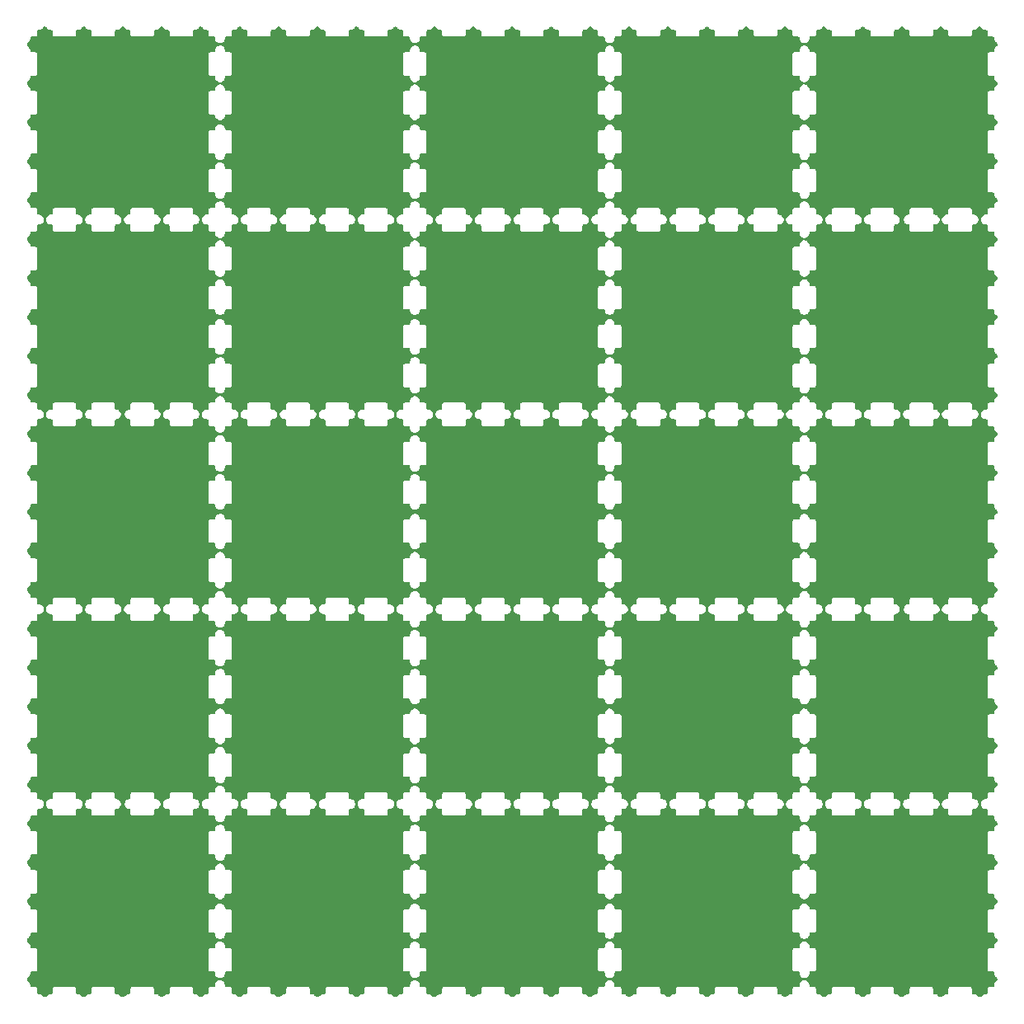
<source format=gbr>
%TF.GenerationSoftware,KiCad,Pcbnew,9.0.7*%
%TF.CreationDate,2026-02-12T20:02:34+01:00*%
%TF.ProjectId,PCB_Neopixel_rigid,5043425f-4e65-46f7-9069-78656c5f7269,rev?*%
%TF.SameCoordinates,Original*%
%TF.FileFunction,Copper,L2,Bot*%
%TF.FilePolarity,Positive*%
%FSLAX46Y46*%
G04 Gerber Fmt 4.6, Leading zero omitted, Abs format (unit mm)*
G04 Created by KiCad (PCBNEW 9.0.7) date 2026-02-12 20:02:34*
%MOMM*%
%LPD*%
G01*
G04 APERTURE LIST*
%TA.AperFunction,ViaPad*%
%ADD10C,0.900000*%
%TD*%
%TA.AperFunction,ViaPad*%
%ADD11C,0.600000*%
%TD*%
G04 APERTURE END LIST*
D10*
%TO.N,GND*%
X156060000Y-113250000D03*
X116040000Y-53250000D03*
X125940000Y-146750000D03*
X176060000Y-113250000D03*
X156040000Y-53250000D03*
X125960000Y-86750000D03*
X105960000Y-86750000D03*
D11*
X147650000Y-138350000D03*
D10*
X176040000Y-53250000D03*
D11*
X134350000Y-81650000D03*
D10*
X164250000Y-77050000D03*
D11*
X154350000Y-121650000D03*
D10*
X165960000Y-126750000D03*
D11*
X170520000Y-63960000D03*
D10*
X136040000Y-53250000D03*
X136060000Y-73250000D03*
D11*
X112650000Y-136650000D03*
D10*
X125940000Y-66750000D03*
X137750000Y-142950000D03*
X197750000Y-122950000D03*
D11*
X127650000Y-98350000D03*
X130520000Y-63960000D03*
D10*
X164250000Y-117050000D03*
X165940000Y-66750000D03*
D11*
X107040000Y-139520000D03*
D10*
X145960000Y-86750000D03*
X196040000Y-133250000D03*
X196060000Y-113250000D03*
X197750000Y-82950000D03*
D11*
X127650000Y-58350000D03*
D10*
X157750000Y-122950000D03*
X125940000Y-106750000D03*
X137750000Y-102950000D03*
X193950000Y-53250000D03*
X145960000Y-126750000D03*
X117750000Y-145040000D03*
X165940000Y-146750000D03*
X185960000Y-86750000D03*
D11*
X112650000Y-96650000D03*
D10*
X165940000Y-106750000D03*
X193950000Y-93250000D03*
D11*
X154350000Y-81650000D03*
X131480000Y-76040000D03*
X111480000Y-116040000D03*
D10*
X164250000Y-137050000D03*
D11*
X167650000Y-58350000D03*
X194350000Y-121650000D03*
D10*
X144250000Y-117050000D03*
D11*
X167650000Y-138350000D03*
X192650000Y-56650000D03*
X194350000Y-81650000D03*
X150520000Y-103960000D03*
D10*
X105940000Y-66750000D03*
X117750000Y-122950000D03*
D11*
X191480000Y-76040000D03*
X187040000Y-59520000D03*
D10*
X136040000Y-133250000D03*
X177750000Y-122950000D03*
D11*
X150520000Y-143960000D03*
X111480000Y-76040000D03*
D10*
X104250000Y-94940000D03*
D11*
X114350000Y-121650000D03*
X190520000Y-143960000D03*
X151480000Y-116040000D03*
X174350000Y-121650000D03*
D10*
X157750000Y-62950000D03*
X145940000Y-106750000D03*
D11*
X147650000Y-98350000D03*
D10*
X176040000Y-93250000D03*
X184250000Y-117050000D03*
X157750000Y-102950000D03*
X144250000Y-97050000D03*
D11*
X171480000Y-116040000D03*
D10*
X137750000Y-62950000D03*
X124250000Y-117050000D03*
D11*
X150520000Y-63960000D03*
D10*
X108050000Y-106750000D03*
X176040000Y-133250000D03*
X197750000Y-142950000D03*
X137750000Y-82950000D03*
D11*
X134350000Y-121650000D03*
X170520000Y-103960000D03*
X171480000Y-76040000D03*
D10*
X145940000Y-146750000D03*
X116060000Y-73250000D03*
X177750000Y-102950000D03*
D11*
X127650000Y-138350000D03*
X114350000Y-81650000D03*
X174350000Y-81650000D03*
D10*
X124250000Y-97050000D03*
D11*
X130520000Y-143960000D03*
D10*
X197750000Y-105040000D03*
D11*
X170520000Y-143960000D03*
X131480000Y-116040000D03*
X151480000Y-76040000D03*
D10*
X177750000Y-82950000D03*
X117750000Y-105040000D03*
X125960000Y-126750000D03*
D11*
X107040000Y-99520000D03*
D10*
X144250000Y-57050000D03*
X177750000Y-142950000D03*
X165960000Y-86750000D03*
X184250000Y-77050000D03*
X105960000Y-126750000D03*
X157750000Y-82950000D03*
X156040000Y-133250000D03*
X144250000Y-77050000D03*
X104250000Y-117050000D03*
D11*
X191480000Y-116040000D03*
D10*
X113950000Y-133250000D03*
X117750000Y-82950000D03*
D11*
X110520000Y-63960000D03*
D10*
X117750000Y-62950000D03*
X156040000Y-93250000D03*
X136060000Y-113250000D03*
X164250000Y-97050000D03*
X136040000Y-93250000D03*
D11*
X147650000Y-58350000D03*
D10*
X184250000Y-54940000D03*
X124250000Y-137050000D03*
X185960000Y-126750000D03*
D11*
X130520000Y-103960000D03*
D10*
X104250000Y-57050000D03*
D11*
X192650000Y-96650000D03*
D10*
X164250000Y-57050000D03*
X116060000Y-113250000D03*
X177750000Y-62950000D03*
D11*
X167650000Y-98350000D03*
D10*
X176060000Y-73250000D03*
X188050000Y-106750000D03*
X124250000Y-77050000D03*
X104250000Y-134940000D03*
X157750000Y-142950000D03*
X156060000Y-73250000D03*
X144250000Y-137050000D03*
X184250000Y-94940000D03*
X104250000Y-77050000D03*
X113950000Y-93250000D03*
X124250000Y-57050000D03*
X184250000Y-137050000D03*
X197750000Y-65040000D03*
X145940000Y-66750000D03*
D11*
X187650000Y-138350000D03*
D10*
X108050000Y-146750000D03*
X137750000Y-122950000D03*
X196060000Y-73250000D03*
X185940000Y-146750000D03*
D11*
X107650000Y-58350000D03*
D10*
X188050000Y-66750000D03*
D11*
X187040000Y-99520000D03*
%TD*%
%TA.AperFunction,Conductor*%
%TO.N,GND*%
G36*
X103124500Y-130065891D02*
G01*
X103158608Y-130193187D01*
X103191554Y-130250250D01*
X103224500Y-130307314D01*
X103317686Y-130400500D01*
X103431814Y-130466392D01*
X103559108Y-130500500D01*
X103559110Y-130500500D01*
X103675500Y-130500500D01*
X103742539Y-130520185D01*
X103788294Y-130572989D01*
X103799500Y-130624500D01*
X103799500Y-131039883D01*
X103830024Y-131113574D01*
X103886426Y-131169976D01*
X103960118Y-131200500D01*
X103960120Y-131200500D01*
X106039880Y-131200500D01*
X106039882Y-131200500D01*
X106113574Y-131169976D01*
X106169976Y-131113574D01*
X106200500Y-131039882D01*
X106200500Y-130624500D01*
X106220185Y-130557461D01*
X106272989Y-130511706D01*
X106324500Y-130500500D01*
X106440890Y-130500500D01*
X106440892Y-130500500D01*
X106568186Y-130466392D01*
X106682314Y-130400500D01*
X106775500Y-130307314D01*
X106841392Y-130193186D01*
X106875500Y-130065892D01*
X106875500Y-130000000D01*
X107124500Y-130000000D01*
X107124500Y-130065891D01*
X107158608Y-130193187D01*
X107191554Y-130250250D01*
X107224500Y-130307314D01*
X107317686Y-130400500D01*
X107431814Y-130466392D01*
X107559108Y-130500500D01*
X107559110Y-130500500D01*
X107675500Y-130500500D01*
X107742539Y-130520185D01*
X107788294Y-130572989D01*
X107799500Y-130624500D01*
X107799500Y-131039883D01*
X107830024Y-131113574D01*
X107886426Y-131169976D01*
X107960118Y-131200500D01*
X107960120Y-131200500D01*
X110039880Y-131200500D01*
X110039882Y-131200500D01*
X110113574Y-131169976D01*
X110169976Y-131113574D01*
X110200500Y-131039882D01*
X110200500Y-130624500D01*
X110220185Y-130557461D01*
X110272989Y-130511706D01*
X110324500Y-130500500D01*
X110365890Y-130500500D01*
X110365892Y-130500500D01*
X110493186Y-130466392D01*
X110607314Y-130400500D01*
X110700500Y-130307314D01*
X110766392Y-130193186D01*
X110800500Y-130065892D01*
X110800500Y-130000000D01*
X111199500Y-130000000D01*
X111199500Y-130065891D01*
X111233608Y-130193187D01*
X111266554Y-130250250D01*
X111299500Y-130307314D01*
X111392686Y-130400500D01*
X111506814Y-130466392D01*
X111634108Y-130500500D01*
X111634110Y-130500500D01*
X111675500Y-130500500D01*
X111742539Y-130520185D01*
X111788294Y-130572989D01*
X111799500Y-130624500D01*
X111799500Y-131039883D01*
X111830024Y-131113574D01*
X111886426Y-131169976D01*
X111960118Y-131200500D01*
X111960120Y-131200500D01*
X114039880Y-131200500D01*
X114039882Y-131200500D01*
X114113574Y-131169976D01*
X114169976Y-131113574D01*
X114200500Y-131039882D01*
X114200500Y-130624500D01*
X114220185Y-130557461D01*
X114272989Y-130511706D01*
X114324500Y-130500500D01*
X114440890Y-130500500D01*
X114440892Y-130500500D01*
X114568186Y-130466392D01*
X114682314Y-130400500D01*
X114775500Y-130307314D01*
X114841392Y-130193186D01*
X114875500Y-130065892D01*
X114875500Y-130000000D01*
X115124500Y-130000000D01*
X115124500Y-130065891D01*
X115158608Y-130193187D01*
X115191554Y-130250250D01*
X115224500Y-130307314D01*
X115317686Y-130400500D01*
X115431814Y-130466392D01*
X115559108Y-130500500D01*
X115559110Y-130500500D01*
X115675500Y-130500500D01*
X115742539Y-130520185D01*
X115788294Y-130572989D01*
X115799500Y-130624500D01*
X115799500Y-131039883D01*
X115830024Y-131113574D01*
X115886426Y-131169976D01*
X115960118Y-131200500D01*
X115960120Y-131200500D01*
X118039880Y-131200500D01*
X118039882Y-131200500D01*
X118113574Y-131169976D01*
X118169976Y-131113574D01*
X118200500Y-131039882D01*
X118200500Y-130624500D01*
X118220185Y-130557461D01*
X118272989Y-130511706D01*
X118324500Y-130500500D01*
X118440890Y-130500500D01*
X118440892Y-130500500D01*
X118568186Y-130466392D01*
X118682314Y-130400500D01*
X118775500Y-130307314D01*
X118841392Y-130193186D01*
X118875500Y-130065892D01*
X118875500Y-130000000D01*
X119124500Y-130000000D01*
X119124500Y-130065891D01*
X119158608Y-130193187D01*
X119191554Y-130250250D01*
X119224500Y-130307314D01*
X119317686Y-130400500D01*
X119431814Y-130466392D01*
X119559108Y-130500500D01*
X119559110Y-130500500D01*
X119675500Y-130500500D01*
X119742539Y-130520185D01*
X119788294Y-130572989D01*
X119799500Y-130624500D01*
X119799500Y-131039883D01*
X119830024Y-131113574D01*
X119886426Y-131169976D01*
X119960118Y-131200500D01*
X120039882Y-131200500D01*
X120375500Y-131200500D01*
X120442539Y-131220185D01*
X120488294Y-131272989D01*
X120499500Y-131324500D01*
X120499500Y-131440891D01*
X120533608Y-131568187D01*
X120566554Y-131625250D01*
X120599500Y-131682314D01*
X120692686Y-131775500D01*
X120791521Y-131832563D01*
X120799499Y-131837169D01*
X120806814Y-131841392D01*
X120934108Y-131875500D01*
X120934110Y-131875500D01*
X121000000Y-131875500D01*
X121000000Y-132124501D01*
X120934108Y-132124501D01*
X120806812Y-132158609D01*
X120692686Y-132224501D01*
X120692683Y-132224503D01*
X120599502Y-132317684D01*
X120599500Y-132317687D01*
X120533608Y-132431813D01*
X120499500Y-132559109D01*
X120499500Y-132675500D01*
X120479815Y-132742539D01*
X120427011Y-132788294D01*
X120375500Y-132799500D01*
X119960116Y-132799500D01*
X119886425Y-132830024D01*
X119830024Y-132886425D01*
X119799500Y-132960116D01*
X119799500Y-135039883D01*
X119830024Y-135113574D01*
X119886426Y-135169976D01*
X119960118Y-135200500D01*
X120375500Y-135200500D01*
X120442539Y-135220185D01*
X120488294Y-135272989D01*
X120499500Y-135324500D01*
X120499500Y-135440891D01*
X120533608Y-135568187D01*
X120566554Y-135625250D01*
X120599500Y-135682314D01*
X120692686Y-135775500D01*
X120791521Y-135832563D01*
X120799499Y-135837169D01*
X120806814Y-135841392D01*
X120934108Y-135875500D01*
X120934110Y-135875500D01*
X121000000Y-135875500D01*
X121000000Y-136124500D01*
X120934108Y-136124500D01*
X120806812Y-136158608D01*
X120692686Y-136224500D01*
X120692683Y-136224502D01*
X120599502Y-136317683D01*
X120599500Y-136317686D01*
X120533608Y-136431812D01*
X120499500Y-136559108D01*
X120499500Y-136675500D01*
X120479815Y-136742539D01*
X120427011Y-136788294D01*
X120375500Y-136799500D01*
X119960116Y-136799500D01*
X119886425Y-136830024D01*
X119830024Y-136886425D01*
X119799500Y-136960116D01*
X119799500Y-139039883D01*
X119830024Y-139113574D01*
X119886426Y-139169976D01*
X119960118Y-139200500D01*
X120375500Y-139200500D01*
X120442539Y-139220185D01*
X120488294Y-139272989D01*
X120499500Y-139324500D01*
X120499500Y-139345891D01*
X120533608Y-139473187D01*
X120566554Y-139530250D01*
X120599500Y-139587314D01*
X120692686Y-139680500D01*
X120806814Y-139746392D01*
X120934108Y-139780500D01*
X120934110Y-139780500D01*
X121000000Y-139780500D01*
X121000000Y-140219500D01*
X120934108Y-140219500D01*
X120806812Y-140253608D01*
X120692686Y-140319500D01*
X120692683Y-140319502D01*
X120599502Y-140412683D01*
X120599500Y-140412686D01*
X120533608Y-140526812D01*
X120499500Y-140654108D01*
X120499500Y-140675500D01*
X120479815Y-140742539D01*
X120427011Y-140788294D01*
X120375500Y-140799500D01*
X119960116Y-140799500D01*
X119886425Y-140830024D01*
X119830024Y-140886425D01*
X119799500Y-140960116D01*
X119799500Y-140960118D01*
X119799500Y-142960118D01*
X119799500Y-143039882D01*
X119830024Y-143113574D01*
X119886426Y-143169976D01*
X119960118Y-143200500D01*
X120375500Y-143200500D01*
X120442539Y-143220185D01*
X120488294Y-143272989D01*
X120499500Y-143324500D01*
X120499500Y-143440891D01*
X120533608Y-143568187D01*
X120566554Y-143625250D01*
X120599500Y-143682314D01*
X120692686Y-143775500D01*
X120806814Y-143841392D01*
X120934108Y-143875500D01*
X120934110Y-143875500D01*
X121000000Y-143875500D01*
X121000000Y-144124501D01*
X120934108Y-144124501D01*
X120806812Y-144158609D01*
X120692686Y-144224501D01*
X120692683Y-144224503D01*
X120599502Y-144317684D01*
X120599500Y-144317687D01*
X120533608Y-144431813D01*
X120499500Y-144559109D01*
X120499500Y-144675500D01*
X120479815Y-144742539D01*
X120427011Y-144788294D01*
X120375500Y-144799500D01*
X119960116Y-144799500D01*
X119886425Y-144830024D01*
X119830024Y-144886425D01*
X119799500Y-144960116D01*
X119799500Y-144960118D01*
X119799500Y-146960118D01*
X119799500Y-147039882D01*
X119830024Y-147113574D01*
X119886426Y-147169976D01*
X119960118Y-147200500D01*
X120375500Y-147200500D01*
X120442539Y-147220185D01*
X120488294Y-147272989D01*
X120499500Y-147324500D01*
X120499500Y-147440892D01*
X120516554Y-147504539D01*
X120533608Y-147568187D01*
X120533609Y-147568188D01*
X120599500Y-147682314D01*
X120692686Y-147775500D01*
X120806814Y-147841392D01*
X120934108Y-147875500D01*
X120934110Y-147875500D01*
X121000000Y-147875500D01*
X121000000Y-148124500D01*
X120934108Y-148124500D01*
X120806812Y-148158608D01*
X120692686Y-148224500D01*
X120692683Y-148224502D01*
X120599502Y-148317683D01*
X120599500Y-148317686D01*
X120533608Y-148431812D01*
X120499500Y-148559108D01*
X120499500Y-148675500D01*
X120479815Y-148742539D01*
X120427011Y-148788294D01*
X120375500Y-148799500D01*
X119960116Y-148799500D01*
X119886425Y-148830024D01*
X119830024Y-148886425D01*
X119799500Y-148960116D01*
X119799500Y-149400500D01*
X119779815Y-149467539D01*
X119727011Y-149513294D01*
X119675500Y-149524500D01*
X119559108Y-149524500D01*
X119431812Y-149558608D01*
X119317686Y-149624500D01*
X119317683Y-149624502D01*
X119224501Y-149717684D01*
X119224497Y-149717689D01*
X119213060Y-149737500D01*
X119204372Y-149745783D01*
X119199386Y-149756703D01*
X119179554Y-149769447D01*
X119162493Y-149785716D01*
X119149236Y-149788931D01*
X119140608Y-149794477D01*
X119105673Y-149799500D01*
X118894327Y-149799500D01*
X118827288Y-149779815D01*
X118786940Y-149737500D01*
X118775502Y-149717689D01*
X118775498Y-149717684D01*
X118682316Y-149624502D01*
X118682314Y-149624500D01*
X118625250Y-149591554D01*
X118568187Y-149558608D01*
X118504539Y-149541554D01*
X118440892Y-149524500D01*
X118324500Y-149524500D01*
X118257461Y-149504815D01*
X118211706Y-149452011D01*
X118200500Y-149400500D01*
X118200500Y-148960119D01*
X118200499Y-148960116D01*
X118188983Y-148932314D01*
X118169976Y-148886426D01*
X118113574Y-148830024D01*
X118039883Y-148799500D01*
X118039882Y-148799500D01*
X116039882Y-148799500D01*
X115960118Y-148799500D01*
X115960116Y-148799500D01*
X115886425Y-148830024D01*
X115830024Y-148886425D01*
X115799500Y-148960116D01*
X115799500Y-149400500D01*
X115779815Y-149467539D01*
X115727011Y-149513294D01*
X115675500Y-149524500D01*
X115559108Y-149524500D01*
X115431812Y-149558608D01*
X115317686Y-149624500D01*
X115317683Y-149624502D01*
X115224501Y-149717684D01*
X115224497Y-149717689D01*
X115213060Y-149737500D01*
X115204372Y-149745783D01*
X115199386Y-149756703D01*
X115179554Y-149769447D01*
X115162493Y-149785716D01*
X115149236Y-149788931D01*
X115140608Y-149794477D01*
X115105673Y-149799500D01*
X114894327Y-149799500D01*
X114827288Y-149779815D01*
X114786940Y-149737500D01*
X114775502Y-149717689D01*
X114775498Y-149717684D01*
X114682316Y-149624502D01*
X114682314Y-149624500D01*
X114625250Y-149591554D01*
X114568187Y-149558608D01*
X114504539Y-149541554D01*
X114440892Y-149524500D01*
X114324500Y-149524500D01*
X114257461Y-149504815D01*
X114211706Y-149452011D01*
X114200500Y-149400500D01*
X114200500Y-148960119D01*
X114200499Y-148960116D01*
X114188983Y-148932314D01*
X114169976Y-148886426D01*
X114113574Y-148830024D01*
X114039883Y-148799500D01*
X114039882Y-148799500D01*
X112039882Y-148799500D01*
X111960118Y-148799500D01*
X111960116Y-148799500D01*
X111886425Y-148830024D01*
X111830024Y-148886425D01*
X111799500Y-148960116D01*
X111799500Y-149400500D01*
X111779815Y-149467539D01*
X111727011Y-149513294D01*
X111675500Y-149524500D01*
X111559108Y-149524500D01*
X111431812Y-149558608D01*
X111317686Y-149624500D01*
X111317683Y-149624502D01*
X111224501Y-149717684D01*
X111224497Y-149717689D01*
X111213060Y-149737500D01*
X111204372Y-149745783D01*
X111199386Y-149756703D01*
X111179554Y-149769447D01*
X111162493Y-149785716D01*
X111149236Y-149788931D01*
X111140608Y-149794477D01*
X111105673Y-149799500D01*
X110894327Y-149799500D01*
X110827288Y-149779815D01*
X110786940Y-149737500D01*
X110775502Y-149717689D01*
X110775498Y-149717684D01*
X110682316Y-149624502D01*
X110682314Y-149624500D01*
X110625250Y-149591554D01*
X110568187Y-149558608D01*
X110504539Y-149541554D01*
X110440892Y-149524500D01*
X110324500Y-149524500D01*
X110257461Y-149504815D01*
X110211706Y-149452011D01*
X110200500Y-149400500D01*
X110200500Y-148960119D01*
X110200499Y-148960116D01*
X110188983Y-148932314D01*
X110169976Y-148886426D01*
X110113574Y-148830024D01*
X110039883Y-148799500D01*
X110039882Y-148799500D01*
X108039882Y-148799500D01*
X107960118Y-148799500D01*
X107960116Y-148799500D01*
X107886425Y-148830024D01*
X107830024Y-148886425D01*
X107799500Y-148960116D01*
X107799500Y-149400500D01*
X107779815Y-149467539D01*
X107727011Y-149513294D01*
X107675500Y-149524500D01*
X107559108Y-149524500D01*
X107431812Y-149558608D01*
X107317686Y-149624500D01*
X107317683Y-149624502D01*
X107224501Y-149717684D01*
X107224497Y-149717689D01*
X107213060Y-149737500D01*
X107204372Y-149745783D01*
X107199386Y-149756703D01*
X107179554Y-149769447D01*
X107162493Y-149785716D01*
X107149236Y-149788931D01*
X107140608Y-149794477D01*
X107105673Y-149799500D01*
X106894327Y-149799500D01*
X106827288Y-149779815D01*
X106786940Y-149737500D01*
X106775502Y-149717689D01*
X106775498Y-149717684D01*
X106682316Y-149624502D01*
X106682314Y-149624500D01*
X106625250Y-149591554D01*
X106568187Y-149558608D01*
X106504539Y-149541554D01*
X106440892Y-149524500D01*
X106324500Y-149524500D01*
X106257461Y-149504815D01*
X106211706Y-149452011D01*
X106200500Y-149400500D01*
X106200500Y-148960119D01*
X106200499Y-148960116D01*
X106188983Y-148932314D01*
X106169976Y-148886426D01*
X106113574Y-148830024D01*
X106039883Y-148799500D01*
X106039882Y-148799500D01*
X104039882Y-148799500D01*
X103960118Y-148799500D01*
X103960116Y-148799500D01*
X103886425Y-148830024D01*
X103830024Y-148886425D01*
X103799500Y-148960116D01*
X103799500Y-149400500D01*
X103779815Y-149467539D01*
X103727011Y-149513294D01*
X103675500Y-149524500D01*
X103559108Y-149524500D01*
X103431812Y-149558608D01*
X103317686Y-149624500D01*
X103317683Y-149624502D01*
X103224501Y-149717684D01*
X103224497Y-149717689D01*
X103213060Y-149737500D01*
X103204372Y-149745783D01*
X103199386Y-149756703D01*
X103179554Y-149769447D01*
X103162493Y-149785716D01*
X103149236Y-149788931D01*
X103140608Y-149794477D01*
X103105673Y-149799500D01*
X102894327Y-149799500D01*
X102827288Y-149779815D01*
X102786940Y-149737500D01*
X102775502Y-149717689D01*
X102775498Y-149717684D01*
X102682316Y-149624502D01*
X102682314Y-149624500D01*
X102625250Y-149591554D01*
X102568187Y-149558608D01*
X102504539Y-149541554D01*
X102440892Y-149524500D01*
X102324500Y-149524500D01*
X102257461Y-149504815D01*
X102211706Y-149452011D01*
X102200500Y-149400500D01*
X102200500Y-148960119D01*
X102200499Y-148960116D01*
X102188983Y-148932314D01*
X102169976Y-148886426D01*
X102113574Y-148830024D01*
X102039883Y-148799500D01*
X102039882Y-148799500D01*
X101624500Y-148799500D01*
X101557461Y-148779815D01*
X101511706Y-148727011D01*
X101500500Y-148675500D01*
X101500500Y-148559110D01*
X101500500Y-148559108D01*
X101466392Y-148431814D01*
X101400500Y-148317686D01*
X101307314Y-148224500D01*
X101283557Y-148210784D01*
X101262497Y-148198624D01*
X101254214Y-148189936D01*
X101243297Y-148184951D01*
X101230550Y-148165117D01*
X101214283Y-148148055D01*
X101211067Y-148134800D01*
X101205523Y-148126173D01*
X101200500Y-148091238D01*
X101200500Y-147908761D01*
X101220185Y-147841722D01*
X101262499Y-147801374D01*
X101307314Y-147775501D01*
X101400500Y-147682315D01*
X101466392Y-147568187D01*
X101500500Y-147440893D01*
X101500500Y-147324500D01*
X101520185Y-147257461D01*
X101572989Y-147211706D01*
X101624500Y-147200500D01*
X102039880Y-147200500D01*
X102039882Y-147200500D01*
X102113574Y-147169976D01*
X102169976Y-147113574D01*
X102200500Y-147039882D01*
X102200500Y-144960118D01*
X102169976Y-144886426D01*
X102113574Y-144830024D01*
X102039883Y-144799500D01*
X102039882Y-144799500D01*
X101624500Y-144799500D01*
X101557461Y-144779815D01*
X101511706Y-144727011D01*
X101500500Y-144675500D01*
X101500500Y-144559110D01*
X101500500Y-144559109D01*
X101500500Y-144559108D01*
X101466392Y-144431814D01*
X101400500Y-144317686D01*
X101307314Y-144224500D01*
X101283557Y-144210784D01*
X101262497Y-144198624D01*
X101254214Y-144189936D01*
X101243297Y-144184951D01*
X101230550Y-144165117D01*
X101214283Y-144148055D01*
X101211067Y-144134800D01*
X101205523Y-144126173D01*
X101200500Y-144091238D01*
X101200500Y-143908759D01*
X101220185Y-143841720D01*
X101262499Y-143801372D01*
X101307314Y-143775499D01*
X101400500Y-143682313D01*
X101466392Y-143568185D01*
X101500500Y-143440891D01*
X101500500Y-143324500D01*
X101520185Y-143257461D01*
X101572989Y-143211706D01*
X101624500Y-143200500D01*
X102039880Y-143200500D01*
X102039882Y-143200500D01*
X102113574Y-143169976D01*
X102169976Y-143113574D01*
X102200500Y-143039882D01*
X102200500Y-140960118D01*
X102169976Y-140886426D01*
X102113574Y-140830024D01*
X102039883Y-140799500D01*
X102039882Y-140799500D01*
X101624500Y-140799500D01*
X101557461Y-140779815D01*
X101511706Y-140727011D01*
X101500500Y-140675500D01*
X101500500Y-140559110D01*
X101500500Y-140559108D01*
X101466392Y-140431814D01*
X101400500Y-140317686D01*
X101307314Y-140224500D01*
X101283557Y-140210784D01*
X101262497Y-140198624D01*
X101254214Y-140189936D01*
X101243297Y-140184951D01*
X101230550Y-140165117D01*
X101214283Y-140148055D01*
X101211067Y-140134800D01*
X101205523Y-140126173D01*
X101200500Y-140091238D01*
X101200500Y-139908760D01*
X101220185Y-139841721D01*
X101262499Y-139801373D01*
X101307314Y-139775500D01*
X101400500Y-139682314D01*
X101466392Y-139568186D01*
X101500500Y-139440892D01*
X101500500Y-139324500D01*
X101520185Y-139257461D01*
X101572989Y-139211706D01*
X101624500Y-139200500D01*
X102039880Y-139200500D01*
X102039882Y-139200500D01*
X102113574Y-139169976D01*
X102169976Y-139113574D01*
X102200500Y-139039882D01*
X102200500Y-136960118D01*
X102169976Y-136886426D01*
X102113574Y-136830024D01*
X102084997Y-136818187D01*
X102039883Y-136799500D01*
X102039882Y-136799500D01*
X101624500Y-136799500D01*
X101557461Y-136779815D01*
X101511706Y-136727011D01*
X101500500Y-136675500D01*
X101500500Y-136559111D01*
X101500500Y-136559109D01*
X101466392Y-136431815D01*
X101400500Y-136317687D01*
X101307314Y-136224501D01*
X101283557Y-136210785D01*
X101262497Y-136198625D01*
X101254214Y-136189937D01*
X101243297Y-136184952D01*
X101230550Y-136165118D01*
X101214283Y-136148056D01*
X101211067Y-136134801D01*
X101205523Y-136126174D01*
X101200500Y-136091239D01*
X101200500Y-135908760D01*
X101220185Y-135841721D01*
X101262499Y-135801373D01*
X101307314Y-135775500D01*
X101400500Y-135682314D01*
X101466392Y-135568186D01*
X101500500Y-135440892D01*
X101500500Y-135324500D01*
X101520185Y-135257461D01*
X101572989Y-135211706D01*
X101624500Y-135200500D01*
X102039880Y-135200500D01*
X102039882Y-135200500D01*
X102113574Y-135169976D01*
X102169976Y-135113574D01*
X102200500Y-135039882D01*
X102200500Y-132960118D01*
X102169976Y-132886426D01*
X102113574Y-132830024D01*
X102084997Y-132818187D01*
X102039883Y-132799500D01*
X102039882Y-132799500D01*
X101624500Y-132799500D01*
X101557461Y-132779815D01*
X101511706Y-132727011D01*
X101500500Y-132675500D01*
X101500500Y-132559111D01*
X101500500Y-132559109D01*
X101466392Y-132431815D01*
X101400500Y-132317687D01*
X101307314Y-132224501D01*
X101283557Y-132210785D01*
X101262497Y-132198625D01*
X101254214Y-132189937D01*
X101243297Y-132184952D01*
X101230550Y-132165118D01*
X101214283Y-132148056D01*
X101211067Y-132134801D01*
X101205523Y-132126174D01*
X101200500Y-132091239D01*
X101200500Y-131908760D01*
X101220185Y-131841721D01*
X101262499Y-131801373D01*
X101307314Y-131775500D01*
X101400500Y-131682314D01*
X101466392Y-131568186D01*
X101500500Y-131440892D01*
X101500500Y-131324500D01*
X101520185Y-131257461D01*
X101572989Y-131211706D01*
X101624500Y-131200500D01*
X102039880Y-131200500D01*
X102039882Y-131200500D01*
X102113574Y-131169976D01*
X102169976Y-131113574D01*
X102200500Y-131039882D01*
X102200500Y-130624500D01*
X102220185Y-130557461D01*
X102272989Y-130511706D01*
X102324500Y-130500500D01*
X102440890Y-130500500D01*
X102440892Y-130500500D01*
X102568186Y-130466392D01*
X102682314Y-130400500D01*
X102775500Y-130307314D01*
X102841392Y-130193186D01*
X102875500Y-130065892D01*
X102875500Y-130000000D01*
X103124500Y-130000000D01*
X103124500Y-130065891D01*
G37*
%TD.AperFunction*%
%TD*%
%TA.AperFunction,Conductor*%
%TO.N,GND*%
G36*
X103124500Y-110065891D02*
G01*
X103158608Y-110193187D01*
X103191554Y-110250250D01*
X103224500Y-110307314D01*
X103317686Y-110400500D01*
X103431814Y-110466392D01*
X103559108Y-110500500D01*
X103559110Y-110500500D01*
X103675500Y-110500500D01*
X103742539Y-110520185D01*
X103788294Y-110572989D01*
X103799500Y-110624500D01*
X103799500Y-111039882D01*
X103830024Y-111113574D01*
X103886426Y-111169976D01*
X103960118Y-111200500D01*
X103960120Y-111200500D01*
X106039880Y-111200500D01*
X106039882Y-111200500D01*
X106113574Y-111169976D01*
X106169976Y-111113574D01*
X106200500Y-111039882D01*
X106200500Y-110624500D01*
X106220185Y-110557461D01*
X106272989Y-110511706D01*
X106324500Y-110500500D01*
X106440890Y-110500500D01*
X106440892Y-110500500D01*
X106568186Y-110466392D01*
X106682314Y-110400500D01*
X106775500Y-110307314D01*
X106841392Y-110193186D01*
X106875500Y-110065892D01*
X106875500Y-110000000D01*
X107124500Y-110000000D01*
X107124500Y-110065891D01*
X107158608Y-110193187D01*
X107191554Y-110250250D01*
X107224500Y-110307314D01*
X107317686Y-110400500D01*
X107431814Y-110466392D01*
X107559108Y-110500500D01*
X107559110Y-110500500D01*
X107675500Y-110500500D01*
X107742539Y-110520185D01*
X107788294Y-110572989D01*
X107799500Y-110624500D01*
X107799500Y-111039882D01*
X107830024Y-111113574D01*
X107886426Y-111169976D01*
X107960118Y-111200500D01*
X107960120Y-111200500D01*
X110039880Y-111200500D01*
X110039882Y-111200500D01*
X110113574Y-111169976D01*
X110169976Y-111113574D01*
X110200500Y-111039882D01*
X110200500Y-110624500D01*
X110220185Y-110557461D01*
X110272989Y-110511706D01*
X110324500Y-110500500D01*
X110440890Y-110500500D01*
X110440892Y-110500500D01*
X110568186Y-110466392D01*
X110682314Y-110400500D01*
X110775500Y-110307314D01*
X110841392Y-110193186D01*
X110875500Y-110065892D01*
X110875500Y-110000000D01*
X111124500Y-110000000D01*
X111124500Y-110065891D01*
X111158608Y-110193187D01*
X111191554Y-110250250D01*
X111224500Y-110307314D01*
X111317686Y-110400500D01*
X111431814Y-110466392D01*
X111559108Y-110500500D01*
X111559110Y-110500500D01*
X111675500Y-110500500D01*
X111742539Y-110520185D01*
X111788294Y-110572989D01*
X111799500Y-110624500D01*
X111799500Y-110960118D01*
X111799500Y-111039882D01*
X111830024Y-111113574D01*
X111886426Y-111169976D01*
X111960118Y-111200500D01*
X111960120Y-111200500D01*
X114039880Y-111200500D01*
X114039882Y-111200500D01*
X114113574Y-111169976D01*
X114169976Y-111113574D01*
X114200500Y-111039882D01*
X114200500Y-110624500D01*
X114220185Y-110557461D01*
X114272989Y-110511706D01*
X114324500Y-110500500D01*
X114440890Y-110500500D01*
X114440892Y-110500500D01*
X114568186Y-110466392D01*
X114682314Y-110400500D01*
X114775500Y-110307314D01*
X114841392Y-110193186D01*
X114875500Y-110065892D01*
X114875500Y-110000000D01*
X115124500Y-110000000D01*
X115124500Y-110065891D01*
X115158608Y-110193187D01*
X115191554Y-110250250D01*
X115224500Y-110307314D01*
X115317686Y-110400500D01*
X115431814Y-110466392D01*
X115559108Y-110500500D01*
X115559110Y-110500500D01*
X115675500Y-110500500D01*
X115742539Y-110520185D01*
X115788294Y-110572989D01*
X115799500Y-110624500D01*
X115799500Y-110960118D01*
X115799500Y-111039882D01*
X115830024Y-111113574D01*
X115886426Y-111169976D01*
X115960118Y-111200500D01*
X115960120Y-111200500D01*
X118039880Y-111200500D01*
X118039882Y-111200500D01*
X118113574Y-111169976D01*
X118169976Y-111113574D01*
X118200500Y-111039882D01*
X118200500Y-110624500D01*
X118220185Y-110557461D01*
X118272989Y-110511706D01*
X118324500Y-110500500D01*
X118440890Y-110500500D01*
X118440892Y-110500500D01*
X118568186Y-110466392D01*
X118682314Y-110400500D01*
X118775500Y-110307314D01*
X118841392Y-110193186D01*
X118875500Y-110065892D01*
X118875500Y-110000000D01*
X119124500Y-110000000D01*
X119124500Y-110065891D01*
X119158608Y-110193187D01*
X119191554Y-110250250D01*
X119224500Y-110307314D01*
X119317686Y-110400500D01*
X119431814Y-110466392D01*
X119559108Y-110500500D01*
X119559110Y-110500500D01*
X119675500Y-110500500D01*
X119742539Y-110520185D01*
X119788294Y-110572989D01*
X119799500Y-110624500D01*
X119799500Y-111039882D01*
X119830024Y-111113574D01*
X119886426Y-111169976D01*
X119960118Y-111200500D01*
X120039882Y-111200500D01*
X120375500Y-111200500D01*
X120442539Y-111220185D01*
X120488294Y-111272989D01*
X120499500Y-111324500D01*
X120499500Y-111440891D01*
X120533608Y-111568187D01*
X120566554Y-111625250D01*
X120599500Y-111682314D01*
X120692686Y-111775500D01*
X120806814Y-111841392D01*
X120934108Y-111875500D01*
X120934110Y-111875500D01*
X121000000Y-111875500D01*
X121000000Y-112124501D01*
X120934108Y-112124501D01*
X120806812Y-112158609D01*
X120692686Y-112224501D01*
X120692683Y-112224503D01*
X120599502Y-112317684D01*
X120599500Y-112317687D01*
X120533608Y-112431813D01*
X120499500Y-112559109D01*
X120499500Y-112675500D01*
X120479815Y-112742539D01*
X120427011Y-112788294D01*
X120375500Y-112799500D01*
X119960116Y-112799500D01*
X119886425Y-112830024D01*
X119830024Y-112886425D01*
X119799500Y-112960116D01*
X119799500Y-112960118D01*
X119799500Y-114960118D01*
X119799500Y-115039882D01*
X119830024Y-115113574D01*
X119886426Y-115169976D01*
X119960118Y-115200500D01*
X120375500Y-115200500D01*
X120442539Y-115220185D01*
X120488294Y-115272989D01*
X120499500Y-115324500D01*
X120499500Y-115440892D01*
X120516554Y-115504539D01*
X120533608Y-115568187D01*
X120533609Y-115568188D01*
X120599500Y-115682314D01*
X120692686Y-115775500D01*
X120806814Y-115841392D01*
X120934108Y-115875500D01*
X120934110Y-115875500D01*
X121000000Y-115875500D01*
X121000000Y-116124500D01*
X120934108Y-116124500D01*
X120806812Y-116158608D01*
X120692686Y-116224500D01*
X120692683Y-116224502D01*
X120599502Y-116317683D01*
X120599500Y-116317686D01*
X120533608Y-116431812D01*
X120499500Y-116559108D01*
X120499500Y-116675500D01*
X120479815Y-116742539D01*
X120427011Y-116788294D01*
X120375500Y-116799500D01*
X119960116Y-116799500D01*
X119886425Y-116830024D01*
X119830024Y-116886425D01*
X119799500Y-116960116D01*
X119799500Y-119039883D01*
X119830024Y-119113574D01*
X119886426Y-119169976D01*
X119960118Y-119200500D01*
X120039882Y-119200500D01*
X120375500Y-119200500D01*
X120442539Y-119220185D01*
X120488294Y-119272989D01*
X120499500Y-119324500D01*
X120499500Y-119345891D01*
X120533608Y-119473187D01*
X120566554Y-119530250D01*
X120599500Y-119587314D01*
X120692686Y-119680500D01*
X120806814Y-119746392D01*
X120934108Y-119780500D01*
X120934110Y-119780500D01*
X121000000Y-119780500D01*
X121000000Y-120219500D01*
X120934108Y-120219500D01*
X120806812Y-120253608D01*
X120692686Y-120319500D01*
X120692683Y-120319502D01*
X120599502Y-120412683D01*
X120599500Y-120412686D01*
X120533608Y-120526812D01*
X120499500Y-120654108D01*
X120499500Y-120675500D01*
X120479815Y-120742539D01*
X120427011Y-120788294D01*
X120375500Y-120799500D01*
X119960116Y-120799500D01*
X119886425Y-120830024D01*
X119830024Y-120886425D01*
X119799500Y-120960116D01*
X119799500Y-123039883D01*
X119830024Y-123113574D01*
X119886426Y-123169976D01*
X119960118Y-123200500D01*
X120375500Y-123200500D01*
X120442539Y-123220185D01*
X120488294Y-123272989D01*
X120499500Y-123324500D01*
X120499500Y-123440891D01*
X120533608Y-123568187D01*
X120566554Y-123625250D01*
X120599500Y-123682314D01*
X120692686Y-123775500D01*
X120791521Y-123832563D01*
X120799499Y-123837169D01*
X120806814Y-123841392D01*
X120934108Y-123875500D01*
X120934110Y-123875500D01*
X121000000Y-123875500D01*
X121000000Y-124124501D01*
X120934108Y-124124501D01*
X120806812Y-124158609D01*
X120692686Y-124224501D01*
X120692683Y-124224503D01*
X120599502Y-124317684D01*
X120599500Y-124317687D01*
X120533608Y-124431813D01*
X120499500Y-124559109D01*
X120499500Y-124675500D01*
X120479815Y-124742539D01*
X120427011Y-124788294D01*
X120375500Y-124799500D01*
X119960116Y-124799500D01*
X119886425Y-124830024D01*
X119830024Y-124886425D01*
X119799500Y-124960116D01*
X119799500Y-127039883D01*
X119830024Y-127113574D01*
X119886426Y-127169976D01*
X119960118Y-127200500D01*
X120039882Y-127200500D01*
X120375500Y-127200500D01*
X120442539Y-127220185D01*
X120488294Y-127272989D01*
X120499500Y-127324500D01*
X120499500Y-127440891D01*
X120533608Y-127568187D01*
X120566554Y-127625250D01*
X120599500Y-127682314D01*
X120692686Y-127775500D01*
X120791521Y-127832563D01*
X120799499Y-127837169D01*
X120806814Y-127841392D01*
X120934108Y-127875500D01*
X120934110Y-127875500D01*
X121000000Y-127875500D01*
X121000000Y-128124500D01*
X120934108Y-128124500D01*
X120806812Y-128158608D01*
X120692686Y-128224500D01*
X120692683Y-128224502D01*
X120599502Y-128317683D01*
X120599500Y-128317686D01*
X120533608Y-128431812D01*
X120499500Y-128559108D01*
X120499500Y-128675500D01*
X120479815Y-128742539D01*
X120427011Y-128788294D01*
X120375500Y-128799500D01*
X119960116Y-128799500D01*
X119886425Y-128830024D01*
X119830024Y-128886425D01*
X119799500Y-128960116D01*
X119799500Y-129375500D01*
X119779815Y-129442539D01*
X119727011Y-129488294D01*
X119675500Y-129499500D01*
X119559108Y-129499500D01*
X119431812Y-129533608D01*
X119317686Y-129599500D01*
X119317683Y-129599502D01*
X119224502Y-129692683D01*
X119224500Y-129692686D01*
X119158608Y-129806812D01*
X119124500Y-129934108D01*
X119124500Y-130000000D01*
X118875500Y-130000000D01*
X118875500Y-129934108D01*
X118841392Y-129806814D01*
X118775500Y-129692686D01*
X118682314Y-129599500D01*
X118625250Y-129566554D01*
X118568187Y-129533608D01*
X118474499Y-129508505D01*
X118440892Y-129499500D01*
X118324500Y-129499500D01*
X118257461Y-129479815D01*
X118211706Y-129427011D01*
X118200500Y-129375500D01*
X118200500Y-128960119D01*
X118200499Y-128960116D01*
X118188983Y-128932313D01*
X118169976Y-128886426D01*
X118113574Y-128830024D01*
X118084992Y-128818185D01*
X118039883Y-128799500D01*
X118039882Y-128799500D01*
X116039882Y-128799500D01*
X115960118Y-128799500D01*
X115960116Y-128799500D01*
X115886425Y-128830024D01*
X115830024Y-128886425D01*
X115799500Y-128960116D01*
X115799500Y-129375500D01*
X115779815Y-129442539D01*
X115727011Y-129488294D01*
X115675500Y-129499500D01*
X115559108Y-129499500D01*
X115431812Y-129533608D01*
X115317686Y-129599500D01*
X115317683Y-129599502D01*
X115224502Y-129692683D01*
X115224500Y-129692686D01*
X115158608Y-129806812D01*
X115124500Y-129934108D01*
X115124500Y-130000000D01*
X114875500Y-130000000D01*
X114875500Y-129934108D01*
X114841392Y-129806814D01*
X114775500Y-129692686D01*
X114682314Y-129599500D01*
X114625250Y-129566554D01*
X114568187Y-129533608D01*
X114474499Y-129508505D01*
X114440892Y-129499500D01*
X114324500Y-129499500D01*
X114257461Y-129479815D01*
X114211706Y-129427011D01*
X114200500Y-129375500D01*
X114200500Y-128960119D01*
X114200499Y-128960116D01*
X114188983Y-128932313D01*
X114169976Y-128886426D01*
X114113574Y-128830024D01*
X114084992Y-128818185D01*
X114039883Y-128799500D01*
X114039882Y-128799500D01*
X112039882Y-128799500D01*
X111960118Y-128799500D01*
X111960116Y-128799500D01*
X111886425Y-128830024D01*
X111830024Y-128886425D01*
X111799500Y-128960116D01*
X111799500Y-129375500D01*
X111779815Y-129442539D01*
X111727011Y-129488294D01*
X111675500Y-129499500D01*
X111634108Y-129499500D01*
X111506812Y-129533608D01*
X111392686Y-129599500D01*
X111392683Y-129599502D01*
X111299502Y-129692683D01*
X111299500Y-129692686D01*
X111233608Y-129806812D01*
X111199500Y-129934108D01*
X111199500Y-130000000D01*
X110800500Y-130000000D01*
X110800500Y-129934108D01*
X110766392Y-129806814D01*
X110700500Y-129692686D01*
X110607314Y-129599500D01*
X110550250Y-129566554D01*
X110493187Y-129533608D01*
X110399499Y-129508505D01*
X110365892Y-129499500D01*
X110324500Y-129499500D01*
X110257461Y-129479815D01*
X110211706Y-129427011D01*
X110200500Y-129375500D01*
X110200500Y-128960119D01*
X110200499Y-128960116D01*
X110188983Y-128932313D01*
X110169976Y-128886426D01*
X110113574Y-128830024D01*
X110084992Y-128818185D01*
X110039883Y-128799500D01*
X110039882Y-128799500D01*
X108039882Y-128799500D01*
X107960118Y-128799500D01*
X107960116Y-128799500D01*
X107886425Y-128830024D01*
X107830024Y-128886425D01*
X107799500Y-128960116D01*
X107799500Y-129375500D01*
X107779815Y-129442539D01*
X107727011Y-129488294D01*
X107675500Y-129499500D01*
X107559108Y-129499500D01*
X107431812Y-129533608D01*
X107317686Y-129599500D01*
X107317683Y-129599502D01*
X107224502Y-129692683D01*
X107224500Y-129692686D01*
X107158608Y-129806812D01*
X107124500Y-129934108D01*
X107124500Y-130000000D01*
X106875500Y-130000000D01*
X106875500Y-129934108D01*
X106841392Y-129806814D01*
X106775500Y-129692686D01*
X106682314Y-129599500D01*
X106625250Y-129566554D01*
X106568187Y-129533608D01*
X106474499Y-129508505D01*
X106440892Y-129499500D01*
X106324500Y-129499500D01*
X106257461Y-129479815D01*
X106211706Y-129427011D01*
X106200500Y-129375500D01*
X106200500Y-128960119D01*
X106200499Y-128960116D01*
X106188983Y-128932313D01*
X106169976Y-128886426D01*
X106113574Y-128830024D01*
X106084992Y-128818185D01*
X106039883Y-128799500D01*
X106039882Y-128799500D01*
X104039882Y-128799500D01*
X103960118Y-128799500D01*
X103960116Y-128799500D01*
X103886425Y-128830024D01*
X103830024Y-128886425D01*
X103799500Y-128960116D01*
X103799500Y-129375500D01*
X103779815Y-129442539D01*
X103727011Y-129488294D01*
X103675500Y-129499500D01*
X103559108Y-129499500D01*
X103431812Y-129533608D01*
X103317686Y-129599500D01*
X103317683Y-129599502D01*
X103224502Y-129692683D01*
X103224500Y-129692686D01*
X103158608Y-129806812D01*
X103124500Y-129934108D01*
X103124500Y-130000000D01*
X102875500Y-130000000D01*
X102875500Y-129934108D01*
X102841392Y-129806814D01*
X102775500Y-129692686D01*
X102682314Y-129599500D01*
X102625250Y-129566554D01*
X102568187Y-129533608D01*
X102474499Y-129508505D01*
X102440892Y-129499500D01*
X102324500Y-129499500D01*
X102257461Y-129479815D01*
X102211706Y-129427011D01*
X102200500Y-129375500D01*
X102200500Y-128960119D01*
X102200499Y-128960116D01*
X102188983Y-128932313D01*
X102169976Y-128886426D01*
X102113574Y-128830024D01*
X102084992Y-128818185D01*
X102039883Y-128799500D01*
X102039882Y-128799500D01*
X101624500Y-128799500D01*
X101557461Y-128779815D01*
X101511706Y-128727011D01*
X101500500Y-128675500D01*
X101500500Y-128559109D01*
X101500500Y-128559108D01*
X101500500Y-128559107D01*
X101466392Y-128431813D01*
X101400500Y-128317685D01*
X101307314Y-128224499D01*
X101283557Y-128210783D01*
X101262497Y-128198623D01*
X101254214Y-128189935D01*
X101243297Y-128184950D01*
X101230550Y-128165116D01*
X101214283Y-128148054D01*
X101211067Y-128134799D01*
X101205523Y-128126172D01*
X101200500Y-128091237D01*
X101200500Y-127908760D01*
X101220185Y-127841721D01*
X101262499Y-127801373D01*
X101307314Y-127775500D01*
X101400500Y-127682314D01*
X101466392Y-127568186D01*
X101500500Y-127440892D01*
X101500500Y-127324500D01*
X101520185Y-127257461D01*
X101572989Y-127211706D01*
X101624500Y-127200500D01*
X102039880Y-127200500D01*
X102039882Y-127200500D01*
X102113574Y-127169976D01*
X102169976Y-127113574D01*
X102200500Y-127039882D01*
X102200500Y-124960118D01*
X102169976Y-124886426D01*
X102113574Y-124830024D01*
X102039883Y-124799500D01*
X102039882Y-124799500D01*
X101624500Y-124799500D01*
X101557461Y-124779815D01*
X101511706Y-124727011D01*
X101500500Y-124675500D01*
X101500500Y-124559110D01*
X101500500Y-124559109D01*
X101500500Y-124559108D01*
X101466392Y-124431814D01*
X101400500Y-124317686D01*
X101307314Y-124224500D01*
X101283557Y-124210784D01*
X101262497Y-124198624D01*
X101254214Y-124189936D01*
X101243297Y-124184951D01*
X101230550Y-124165117D01*
X101214283Y-124148055D01*
X101211067Y-124134800D01*
X101205523Y-124126173D01*
X101200500Y-124091238D01*
X101200500Y-123908760D01*
X101220185Y-123841721D01*
X101262499Y-123801373D01*
X101307314Y-123775500D01*
X101400500Y-123682314D01*
X101466392Y-123568186D01*
X101500500Y-123440892D01*
X101500500Y-123324500D01*
X101520185Y-123257461D01*
X101572989Y-123211706D01*
X101624500Y-123200500D01*
X102039880Y-123200500D01*
X102039882Y-123200500D01*
X102113574Y-123169976D01*
X102169976Y-123113574D01*
X102200500Y-123039882D01*
X102200500Y-120960118D01*
X102169976Y-120886426D01*
X102113574Y-120830024D01*
X102039883Y-120799500D01*
X102039882Y-120799500D01*
X101624500Y-120799500D01*
X101557461Y-120779815D01*
X101511706Y-120727011D01*
X101500500Y-120675500D01*
X101500500Y-120559110D01*
X101500500Y-120559108D01*
X101466392Y-120431814D01*
X101400500Y-120317686D01*
X101307314Y-120224500D01*
X101283557Y-120210784D01*
X101262497Y-120198624D01*
X101254214Y-120189936D01*
X101243297Y-120184951D01*
X101230550Y-120165117D01*
X101214283Y-120148055D01*
X101211067Y-120134800D01*
X101205523Y-120126173D01*
X101200500Y-120091238D01*
X101200500Y-119908760D01*
X101220185Y-119841721D01*
X101262499Y-119801373D01*
X101307314Y-119775500D01*
X101400500Y-119682314D01*
X101466392Y-119568186D01*
X101500500Y-119440892D01*
X101500500Y-119324500D01*
X101520185Y-119257461D01*
X101572989Y-119211706D01*
X101624500Y-119200500D01*
X102039880Y-119200500D01*
X102039882Y-119200500D01*
X102113574Y-119169976D01*
X102169976Y-119113574D01*
X102200500Y-119039882D01*
X102200500Y-116960118D01*
X102169976Y-116886426D01*
X102113574Y-116830024D01*
X102039883Y-116799500D01*
X102039882Y-116799500D01*
X101624500Y-116799500D01*
X101557461Y-116779815D01*
X101511706Y-116727011D01*
X101500500Y-116675500D01*
X101500500Y-116559110D01*
X101500500Y-116559108D01*
X101466392Y-116431814D01*
X101400500Y-116317686D01*
X101307314Y-116224500D01*
X101283557Y-116210784D01*
X101262497Y-116198624D01*
X101254214Y-116189936D01*
X101243297Y-116184951D01*
X101230550Y-116165117D01*
X101214283Y-116148055D01*
X101211067Y-116134800D01*
X101205523Y-116126173D01*
X101200500Y-116091238D01*
X101200500Y-115908761D01*
X101220185Y-115841722D01*
X101262499Y-115801374D01*
X101307314Y-115775501D01*
X101400500Y-115682315D01*
X101466392Y-115568187D01*
X101500500Y-115440893D01*
X101500500Y-115324500D01*
X101520185Y-115257461D01*
X101572989Y-115211706D01*
X101624500Y-115200500D01*
X102039880Y-115200500D01*
X102039882Y-115200500D01*
X102113574Y-115169976D01*
X102169976Y-115113574D01*
X102200500Y-115039882D01*
X102200500Y-112960118D01*
X102169976Y-112886426D01*
X102113574Y-112830024D01*
X102039883Y-112799500D01*
X102039882Y-112799500D01*
X101624500Y-112799500D01*
X101557461Y-112779815D01*
X101511706Y-112727011D01*
X101500500Y-112675500D01*
X101500500Y-112559110D01*
X101500500Y-112559109D01*
X101500500Y-112559108D01*
X101466392Y-112431814D01*
X101400500Y-112317686D01*
X101307314Y-112224500D01*
X101283557Y-112210784D01*
X101262497Y-112198624D01*
X101254214Y-112189936D01*
X101243297Y-112184951D01*
X101230550Y-112165117D01*
X101214283Y-112148055D01*
X101211067Y-112134800D01*
X101205523Y-112126173D01*
X101200500Y-112091238D01*
X101200500Y-111908759D01*
X101220185Y-111841720D01*
X101262499Y-111801372D01*
X101307314Y-111775499D01*
X101400500Y-111682313D01*
X101466392Y-111568185D01*
X101500500Y-111440891D01*
X101500500Y-111324500D01*
X101520185Y-111257461D01*
X101572989Y-111211706D01*
X101624500Y-111200500D01*
X102039880Y-111200500D01*
X102039882Y-111200500D01*
X102113574Y-111169976D01*
X102169976Y-111113574D01*
X102200500Y-111039882D01*
X102200500Y-110624500D01*
X102220185Y-110557461D01*
X102272989Y-110511706D01*
X102324500Y-110500500D01*
X102440890Y-110500500D01*
X102440892Y-110500500D01*
X102568186Y-110466392D01*
X102682314Y-110400500D01*
X102775500Y-110307314D01*
X102841392Y-110193186D01*
X102875500Y-110065892D01*
X102875500Y-110000000D01*
X103124500Y-110000000D01*
X103124500Y-110065891D01*
G37*
%TD.AperFunction*%
%TD*%
%TA.AperFunction,Conductor*%
%TO.N,GND*%
G36*
X163124500Y-90065891D02*
G01*
X163158608Y-90193187D01*
X163191554Y-90250250D01*
X163224500Y-90307314D01*
X163317686Y-90400500D01*
X163431814Y-90466392D01*
X163559108Y-90500500D01*
X163559110Y-90500500D01*
X163675500Y-90500500D01*
X163742539Y-90520185D01*
X163788294Y-90572989D01*
X163799500Y-90624500D01*
X163799500Y-91039882D01*
X163830024Y-91113574D01*
X163886426Y-91169976D01*
X163960118Y-91200500D01*
X163960120Y-91200500D01*
X166039880Y-91200500D01*
X166039882Y-91200500D01*
X166113574Y-91169976D01*
X166169976Y-91113574D01*
X166200500Y-91039882D01*
X166200500Y-90624500D01*
X166220185Y-90557461D01*
X166272989Y-90511706D01*
X166324500Y-90500500D01*
X166440890Y-90500500D01*
X166440892Y-90500500D01*
X166568186Y-90466392D01*
X166682314Y-90400500D01*
X166775500Y-90307314D01*
X166841392Y-90193186D01*
X166875500Y-90065892D01*
X166875500Y-90000000D01*
X167124500Y-90000000D01*
X167124500Y-90065891D01*
X167158608Y-90193187D01*
X167191554Y-90250250D01*
X167224500Y-90307314D01*
X167317686Y-90400500D01*
X167431814Y-90466392D01*
X167559108Y-90500500D01*
X167559110Y-90500500D01*
X167675500Y-90500500D01*
X167742539Y-90520185D01*
X167788294Y-90572989D01*
X167799500Y-90624500D01*
X167799500Y-90960118D01*
X167799500Y-91039882D01*
X167830024Y-91113574D01*
X167886426Y-91169976D01*
X167960118Y-91200500D01*
X167960120Y-91200500D01*
X170039880Y-91200500D01*
X170039882Y-91200500D01*
X170113574Y-91169976D01*
X170169976Y-91113574D01*
X170200500Y-91039882D01*
X170200500Y-90624500D01*
X170220185Y-90557461D01*
X170272989Y-90511706D01*
X170324500Y-90500500D01*
X170440890Y-90500500D01*
X170440892Y-90500500D01*
X170568186Y-90466392D01*
X170682314Y-90400500D01*
X170775500Y-90307314D01*
X170841392Y-90193186D01*
X170875500Y-90065892D01*
X170875500Y-90000000D01*
X171124500Y-90000000D01*
X171124500Y-90065891D01*
X171158608Y-90193187D01*
X171191554Y-90250250D01*
X171224500Y-90307314D01*
X171317686Y-90400500D01*
X171431814Y-90466392D01*
X171559108Y-90500500D01*
X171559110Y-90500500D01*
X171675500Y-90500500D01*
X171742539Y-90520185D01*
X171788294Y-90572989D01*
X171799500Y-90624500D01*
X171799500Y-91039882D01*
X171830024Y-91113574D01*
X171886426Y-91169976D01*
X171960118Y-91200500D01*
X171960120Y-91200500D01*
X174039880Y-91200500D01*
X174039882Y-91200500D01*
X174113574Y-91169976D01*
X174169976Y-91113574D01*
X174200500Y-91039882D01*
X174200500Y-90624500D01*
X174220185Y-90557461D01*
X174272989Y-90511706D01*
X174324500Y-90500500D01*
X174440890Y-90500500D01*
X174440892Y-90500500D01*
X174568186Y-90466392D01*
X174682314Y-90400500D01*
X174775500Y-90307314D01*
X174841392Y-90193186D01*
X174875500Y-90065892D01*
X174875500Y-90000000D01*
X175124500Y-90000000D01*
X175124500Y-90065891D01*
X175158608Y-90193187D01*
X175191554Y-90250250D01*
X175224500Y-90307314D01*
X175317686Y-90400500D01*
X175431814Y-90466392D01*
X175559108Y-90500500D01*
X175559110Y-90500500D01*
X175675500Y-90500500D01*
X175742539Y-90520185D01*
X175788294Y-90572989D01*
X175799500Y-90624500D01*
X175799500Y-90960118D01*
X175799500Y-91039882D01*
X175830024Y-91113574D01*
X175886426Y-91169976D01*
X175960118Y-91200500D01*
X175960120Y-91200500D01*
X178039880Y-91200500D01*
X178039882Y-91200500D01*
X178113574Y-91169976D01*
X178169976Y-91113574D01*
X178200500Y-91039882D01*
X178200500Y-90624500D01*
X178220185Y-90557461D01*
X178272989Y-90511706D01*
X178324500Y-90500500D01*
X178440890Y-90500500D01*
X178440892Y-90500500D01*
X178568186Y-90466392D01*
X178682314Y-90400500D01*
X178775500Y-90307314D01*
X178841392Y-90193186D01*
X178875500Y-90065892D01*
X178875500Y-90000000D01*
X179124500Y-90000000D01*
X179124500Y-90065891D01*
X179158608Y-90193187D01*
X179191554Y-90250250D01*
X179224500Y-90307314D01*
X179317686Y-90400500D01*
X179431814Y-90466392D01*
X179559108Y-90500500D01*
X179559110Y-90500500D01*
X179675500Y-90500500D01*
X179742539Y-90520185D01*
X179788294Y-90572989D01*
X179799500Y-90624500D01*
X179799500Y-91039882D01*
X179830024Y-91113574D01*
X179886426Y-91169976D01*
X179960118Y-91200500D01*
X180039882Y-91200500D01*
X180375500Y-91200500D01*
X180442539Y-91220185D01*
X180488294Y-91272989D01*
X180499500Y-91324500D01*
X180499500Y-91440891D01*
X180533608Y-91568187D01*
X180566554Y-91625250D01*
X180599500Y-91682314D01*
X180692686Y-91775500D01*
X180806814Y-91841392D01*
X180934108Y-91875500D01*
X180934110Y-91875500D01*
X181000000Y-91875500D01*
X181000000Y-92124501D01*
X180934108Y-92124501D01*
X180806812Y-92158609D01*
X180692686Y-92224501D01*
X180692683Y-92224503D01*
X180599502Y-92317684D01*
X180599500Y-92317687D01*
X180533608Y-92431813D01*
X180499500Y-92559109D01*
X180499500Y-92675500D01*
X180479815Y-92742539D01*
X180427011Y-92788294D01*
X180375500Y-92799500D01*
X179960116Y-92799500D01*
X179886425Y-92830024D01*
X179830024Y-92886425D01*
X179799500Y-92960116D01*
X179799500Y-92960118D01*
X179799500Y-94960118D01*
X179799500Y-95039882D01*
X179830024Y-95113574D01*
X179886426Y-95169976D01*
X179960118Y-95200500D01*
X180375500Y-95200500D01*
X180442539Y-95220185D01*
X180488294Y-95272989D01*
X180499500Y-95324500D01*
X180499500Y-95440891D01*
X180533608Y-95568187D01*
X180566554Y-95625250D01*
X180599500Y-95682314D01*
X180692686Y-95775500D01*
X180806814Y-95841392D01*
X180934108Y-95875500D01*
X180934110Y-95875500D01*
X181000000Y-95875500D01*
X181000000Y-96124500D01*
X180934108Y-96124500D01*
X180806812Y-96158608D01*
X180692686Y-96224500D01*
X180692683Y-96224502D01*
X180599502Y-96317683D01*
X180599500Y-96317686D01*
X180533608Y-96431812D01*
X180499500Y-96559108D01*
X180499500Y-96675500D01*
X180479815Y-96742539D01*
X180427011Y-96788294D01*
X180375500Y-96799500D01*
X179960116Y-96799500D01*
X179886425Y-96830024D01*
X179830024Y-96886425D01*
X179799500Y-96960116D01*
X179799500Y-96960118D01*
X179799500Y-99039882D01*
X179830024Y-99113574D01*
X179886426Y-99169976D01*
X179960118Y-99200500D01*
X180039882Y-99200500D01*
X180375500Y-99200500D01*
X180442539Y-99220185D01*
X180488294Y-99272989D01*
X180499500Y-99324500D01*
X180499500Y-99345891D01*
X180533608Y-99473187D01*
X180566554Y-99530250D01*
X180599500Y-99587314D01*
X180692686Y-99680500D01*
X180806814Y-99746392D01*
X180934108Y-99780500D01*
X180934110Y-99780500D01*
X181000000Y-99780500D01*
X181000000Y-100219500D01*
X180934108Y-100219500D01*
X180806812Y-100253608D01*
X180692686Y-100319500D01*
X180692683Y-100319502D01*
X180599502Y-100412683D01*
X180599500Y-100412686D01*
X180533608Y-100526812D01*
X180499500Y-100654108D01*
X180499500Y-100675500D01*
X180479815Y-100742539D01*
X180427011Y-100788294D01*
X180375500Y-100799500D01*
X179960116Y-100799500D01*
X179886425Y-100830024D01*
X179830024Y-100886425D01*
X179799500Y-100960116D01*
X179799500Y-100960118D01*
X179799500Y-103039882D01*
X179830024Y-103113574D01*
X179886426Y-103169976D01*
X179960118Y-103200500D01*
X180039882Y-103200500D01*
X180375500Y-103200500D01*
X180442539Y-103220185D01*
X180488294Y-103272989D01*
X180499500Y-103324500D01*
X180499500Y-103440891D01*
X180533608Y-103568187D01*
X180566554Y-103625250D01*
X180599500Y-103682314D01*
X180692686Y-103775500D01*
X180806814Y-103841392D01*
X180934108Y-103875500D01*
X180934110Y-103875500D01*
X181000000Y-103875500D01*
X181000000Y-104124501D01*
X180934108Y-104124501D01*
X180806812Y-104158609D01*
X180692686Y-104224501D01*
X180692683Y-104224503D01*
X180599502Y-104317684D01*
X180599500Y-104317687D01*
X180533608Y-104431813D01*
X180499500Y-104559109D01*
X180499500Y-104675500D01*
X180479815Y-104742539D01*
X180427011Y-104788294D01*
X180375500Y-104799500D01*
X179960116Y-104799500D01*
X179886425Y-104830024D01*
X179830024Y-104886425D01*
X179799500Y-104960116D01*
X179799500Y-104960118D01*
X179799500Y-107039882D01*
X179830024Y-107113574D01*
X179886426Y-107169976D01*
X179960118Y-107200500D01*
X180039882Y-107200500D01*
X180375500Y-107200500D01*
X180442539Y-107220185D01*
X180488294Y-107272989D01*
X180499500Y-107324500D01*
X180499500Y-107440891D01*
X180533608Y-107568187D01*
X180566554Y-107625250D01*
X180599500Y-107682314D01*
X180692686Y-107775500D01*
X180806814Y-107841392D01*
X180934108Y-107875500D01*
X180934110Y-107875500D01*
X181000000Y-107875500D01*
X181000000Y-108124500D01*
X180934108Y-108124500D01*
X180806812Y-108158608D01*
X180692686Y-108224500D01*
X180692683Y-108224502D01*
X180599502Y-108317683D01*
X180599500Y-108317686D01*
X180533608Y-108431812D01*
X180499500Y-108559108D01*
X180499500Y-108675500D01*
X180479815Y-108742539D01*
X180427011Y-108788294D01*
X180375500Y-108799500D01*
X179960116Y-108799500D01*
X179886425Y-108830024D01*
X179830024Y-108886425D01*
X179799500Y-108960116D01*
X179799500Y-109375500D01*
X179779815Y-109442539D01*
X179727011Y-109488294D01*
X179675500Y-109499500D01*
X179559108Y-109499500D01*
X179431812Y-109533608D01*
X179317686Y-109599500D01*
X179317683Y-109599502D01*
X179224502Y-109692683D01*
X179224500Y-109692686D01*
X179158608Y-109806812D01*
X179124500Y-109934108D01*
X179124500Y-110000000D01*
X178875500Y-110000000D01*
X178875500Y-109934108D01*
X178841392Y-109806814D01*
X178775500Y-109692686D01*
X178682314Y-109599500D01*
X178625250Y-109566554D01*
X178568187Y-109533608D01*
X178504539Y-109516554D01*
X178440892Y-109499500D01*
X178324500Y-109499500D01*
X178257461Y-109479815D01*
X178211706Y-109427011D01*
X178200500Y-109375500D01*
X178200500Y-108960119D01*
X178200499Y-108960116D01*
X178169976Y-108886426D01*
X178113574Y-108830024D01*
X178039883Y-108799500D01*
X178039882Y-108799500D01*
X176039882Y-108799500D01*
X175960118Y-108799500D01*
X175960116Y-108799500D01*
X175886425Y-108830024D01*
X175830024Y-108886425D01*
X175799500Y-108960116D01*
X175799500Y-109375500D01*
X175779815Y-109442539D01*
X175727011Y-109488294D01*
X175675500Y-109499500D01*
X175559108Y-109499500D01*
X175431812Y-109533608D01*
X175317686Y-109599500D01*
X175317683Y-109599502D01*
X175224502Y-109692683D01*
X175224500Y-109692686D01*
X175158608Y-109806812D01*
X175124500Y-109934108D01*
X175124500Y-110000000D01*
X174875500Y-110000000D01*
X174875500Y-109934108D01*
X174841392Y-109806814D01*
X174775500Y-109692686D01*
X174682314Y-109599500D01*
X174625250Y-109566554D01*
X174568187Y-109533608D01*
X174504539Y-109516554D01*
X174440892Y-109499500D01*
X174324500Y-109499500D01*
X174257461Y-109479815D01*
X174211706Y-109427011D01*
X174200500Y-109375500D01*
X174200500Y-108960119D01*
X174200499Y-108960116D01*
X174169976Y-108886426D01*
X174113574Y-108830024D01*
X174039883Y-108799500D01*
X174039882Y-108799500D01*
X172039882Y-108799500D01*
X171960118Y-108799500D01*
X171960116Y-108799500D01*
X171886425Y-108830024D01*
X171830024Y-108886425D01*
X171799500Y-108960116D01*
X171799500Y-109375500D01*
X171779815Y-109442539D01*
X171727011Y-109488294D01*
X171675500Y-109499500D01*
X171559108Y-109499500D01*
X171431812Y-109533608D01*
X171317686Y-109599500D01*
X171317683Y-109599502D01*
X171224502Y-109692683D01*
X171224500Y-109692686D01*
X171158608Y-109806812D01*
X171124500Y-109934108D01*
X171124500Y-110000000D01*
X170875500Y-110000000D01*
X170875500Y-109934108D01*
X170841392Y-109806814D01*
X170775500Y-109692686D01*
X170682314Y-109599500D01*
X170625250Y-109566554D01*
X170568187Y-109533608D01*
X170504539Y-109516554D01*
X170440892Y-109499500D01*
X170324500Y-109499500D01*
X170257461Y-109479815D01*
X170211706Y-109427011D01*
X170200500Y-109375500D01*
X170200500Y-108960119D01*
X170200499Y-108960116D01*
X170169976Y-108886426D01*
X170113574Y-108830024D01*
X170039883Y-108799500D01*
X170039882Y-108799500D01*
X168039882Y-108799500D01*
X167960118Y-108799500D01*
X167960116Y-108799500D01*
X167886425Y-108830024D01*
X167830024Y-108886425D01*
X167799500Y-108960116D01*
X167799500Y-109375500D01*
X167779815Y-109442539D01*
X167727011Y-109488294D01*
X167675500Y-109499500D01*
X167559108Y-109499500D01*
X167431812Y-109533608D01*
X167317686Y-109599500D01*
X167317683Y-109599502D01*
X167224502Y-109692683D01*
X167224500Y-109692686D01*
X167158608Y-109806812D01*
X167124500Y-109934108D01*
X167124500Y-110000000D01*
X166875500Y-110000000D01*
X166875500Y-109934108D01*
X166841392Y-109806814D01*
X166775500Y-109692686D01*
X166682314Y-109599500D01*
X166625250Y-109566554D01*
X166568187Y-109533608D01*
X166504539Y-109516554D01*
X166440892Y-109499500D01*
X166324500Y-109499500D01*
X166257461Y-109479815D01*
X166211706Y-109427011D01*
X166200500Y-109375500D01*
X166200500Y-108960119D01*
X166200499Y-108960116D01*
X166169976Y-108886426D01*
X166113574Y-108830024D01*
X166039883Y-108799500D01*
X166039882Y-108799500D01*
X164039882Y-108799500D01*
X163960118Y-108799500D01*
X163960116Y-108799500D01*
X163886425Y-108830024D01*
X163830024Y-108886425D01*
X163799500Y-108960116D01*
X163799500Y-109375500D01*
X163779815Y-109442539D01*
X163727011Y-109488294D01*
X163675500Y-109499500D01*
X163559108Y-109499500D01*
X163431812Y-109533608D01*
X163317686Y-109599500D01*
X163317683Y-109599502D01*
X163224502Y-109692683D01*
X163224500Y-109692686D01*
X163158608Y-109806812D01*
X163124500Y-109934108D01*
X163124500Y-110000000D01*
X162875500Y-110000000D01*
X162875500Y-109934108D01*
X162841392Y-109806814D01*
X162775500Y-109692686D01*
X162682314Y-109599500D01*
X162625250Y-109566554D01*
X162568187Y-109533608D01*
X162504539Y-109516554D01*
X162440892Y-109499500D01*
X162324500Y-109499500D01*
X162257461Y-109479815D01*
X162211706Y-109427011D01*
X162200500Y-109375500D01*
X162200500Y-108960119D01*
X162200499Y-108960116D01*
X162169976Y-108886426D01*
X162113574Y-108830024D01*
X162039883Y-108799500D01*
X162039882Y-108799500D01*
X161624500Y-108799500D01*
X161557461Y-108779815D01*
X161511706Y-108727011D01*
X161500500Y-108675500D01*
X161500500Y-108559110D01*
X161500500Y-108559108D01*
X161466392Y-108431814D01*
X161400500Y-108317686D01*
X161307314Y-108224500D01*
X161250250Y-108191554D01*
X161193187Y-108158608D01*
X161129539Y-108141554D01*
X161065892Y-108124500D01*
X161000000Y-108124500D01*
X161000000Y-107875500D01*
X161065890Y-107875500D01*
X161065892Y-107875500D01*
X161193186Y-107841392D01*
X161307314Y-107775500D01*
X161400500Y-107682314D01*
X161466392Y-107568186D01*
X161500500Y-107440892D01*
X161500500Y-107324500D01*
X161520185Y-107257461D01*
X161572989Y-107211706D01*
X161624500Y-107200500D01*
X162039880Y-107200500D01*
X162039882Y-107200500D01*
X162113574Y-107169976D01*
X162169976Y-107113574D01*
X162200500Y-107039882D01*
X162200500Y-104960118D01*
X162169976Y-104886426D01*
X162113574Y-104830024D01*
X162039883Y-104799500D01*
X162039882Y-104799500D01*
X161624500Y-104799500D01*
X161557461Y-104779815D01*
X161511706Y-104727011D01*
X161500500Y-104675500D01*
X161500500Y-104559111D01*
X161500500Y-104559109D01*
X161466392Y-104431815D01*
X161400500Y-104317687D01*
X161307314Y-104224501D01*
X161250250Y-104191555D01*
X161193187Y-104158609D01*
X161129539Y-104141555D01*
X161065892Y-104124501D01*
X161000000Y-104124501D01*
X161000000Y-103875500D01*
X161065890Y-103875500D01*
X161065892Y-103875500D01*
X161193186Y-103841392D01*
X161307314Y-103775500D01*
X161400500Y-103682314D01*
X161466392Y-103568186D01*
X161500500Y-103440892D01*
X161500500Y-103324500D01*
X161520185Y-103257461D01*
X161572989Y-103211706D01*
X161624500Y-103200500D01*
X162039880Y-103200500D01*
X162039882Y-103200500D01*
X162113574Y-103169976D01*
X162169976Y-103113574D01*
X162200500Y-103039882D01*
X162200500Y-100960118D01*
X162169976Y-100886426D01*
X162113574Y-100830024D01*
X162039883Y-100799500D01*
X162039882Y-100799500D01*
X161624500Y-100799500D01*
X161557461Y-100779815D01*
X161511706Y-100727011D01*
X161500500Y-100675500D01*
X161500500Y-100654110D01*
X161500500Y-100654108D01*
X161466392Y-100526814D01*
X161400500Y-100412686D01*
X161307314Y-100319500D01*
X161250250Y-100286554D01*
X161193187Y-100253608D01*
X161129539Y-100236554D01*
X161065892Y-100219500D01*
X161000000Y-100219500D01*
X161000000Y-99780500D01*
X161065890Y-99780500D01*
X161065892Y-99780500D01*
X161193186Y-99746392D01*
X161307314Y-99680500D01*
X161400500Y-99587314D01*
X161466392Y-99473186D01*
X161500500Y-99345892D01*
X161500500Y-99324500D01*
X161520185Y-99257461D01*
X161572989Y-99211706D01*
X161624500Y-99200500D01*
X162039880Y-99200500D01*
X162039882Y-99200500D01*
X162113574Y-99169976D01*
X162169976Y-99113574D01*
X162200500Y-99039882D01*
X162200500Y-96960118D01*
X162169976Y-96886426D01*
X162113574Y-96830024D01*
X162039883Y-96799500D01*
X162039882Y-96799500D01*
X161624500Y-96799500D01*
X161557461Y-96779815D01*
X161511706Y-96727011D01*
X161500500Y-96675500D01*
X161500500Y-96559110D01*
X161500500Y-96559108D01*
X161466392Y-96431814D01*
X161400500Y-96317686D01*
X161307314Y-96224500D01*
X161250250Y-96191554D01*
X161193187Y-96158608D01*
X161129539Y-96141554D01*
X161065892Y-96124500D01*
X161000000Y-96124500D01*
X161000000Y-95875500D01*
X161065890Y-95875500D01*
X161065892Y-95875500D01*
X161193186Y-95841392D01*
X161307314Y-95775500D01*
X161400500Y-95682314D01*
X161466392Y-95568186D01*
X161500500Y-95440892D01*
X161500500Y-95324500D01*
X161520185Y-95257461D01*
X161572989Y-95211706D01*
X161624500Y-95200500D01*
X162039880Y-95200500D01*
X162039882Y-95200500D01*
X162113574Y-95169976D01*
X162169976Y-95113574D01*
X162200500Y-95039882D01*
X162200500Y-92960118D01*
X162169976Y-92886426D01*
X162113574Y-92830024D01*
X162039883Y-92799500D01*
X162039882Y-92799500D01*
X161624500Y-92799500D01*
X161557461Y-92779815D01*
X161511706Y-92727011D01*
X161500500Y-92675500D01*
X161500500Y-92559111D01*
X161500500Y-92559109D01*
X161466392Y-92431815D01*
X161400500Y-92317687D01*
X161307314Y-92224501D01*
X161250250Y-92191555D01*
X161193187Y-92158609D01*
X161129539Y-92141555D01*
X161065892Y-92124501D01*
X161000000Y-92124501D01*
X161000000Y-91875500D01*
X161065890Y-91875500D01*
X161065892Y-91875500D01*
X161193186Y-91841392D01*
X161307314Y-91775500D01*
X161400500Y-91682314D01*
X161466392Y-91568186D01*
X161500500Y-91440892D01*
X161500500Y-91324500D01*
X161520185Y-91257461D01*
X161572989Y-91211706D01*
X161624500Y-91200500D01*
X162039880Y-91200500D01*
X162039882Y-91200500D01*
X162113574Y-91169976D01*
X162169976Y-91113574D01*
X162200500Y-91039882D01*
X162200500Y-90624500D01*
X162220185Y-90557461D01*
X162272989Y-90511706D01*
X162324500Y-90500500D01*
X162440890Y-90500500D01*
X162440892Y-90500500D01*
X162568186Y-90466392D01*
X162682314Y-90400500D01*
X162775500Y-90307314D01*
X162841392Y-90193186D01*
X162875500Y-90065892D01*
X162875500Y-90000000D01*
X163124500Y-90000000D01*
X163124500Y-90065891D01*
G37*
%TD.AperFunction*%
%TD*%
%TA.AperFunction,Conductor*%
%TO.N,GND*%
G36*
X123143844Y-50220185D02*
G01*
X123184192Y-50262499D01*
X123224500Y-50332314D01*
X123317686Y-50425500D01*
X123431814Y-50491392D01*
X123559108Y-50525500D01*
X123559110Y-50525500D01*
X123675500Y-50525500D01*
X123742539Y-50545185D01*
X123788294Y-50597989D01*
X123799500Y-50649500D01*
X123799500Y-51039882D01*
X123830024Y-51113574D01*
X123886426Y-51169976D01*
X123960118Y-51200500D01*
X123960120Y-51200500D01*
X126039880Y-51200500D01*
X126039882Y-51200500D01*
X126113574Y-51169976D01*
X126169976Y-51113574D01*
X126200500Y-51039882D01*
X126200500Y-50649500D01*
X126220185Y-50582461D01*
X126272989Y-50536706D01*
X126324500Y-50525500D01*
X126440890Y-50525500D01*
X126440892Y-50525500D01*
X126568186Y-50491392D01*
X126682314Y-50425500D01*
X126775500Y-50332314D01*
X126815808Y-50262499D01*
X126824495Y-50254215D01*
X126829482Y-50243297D01*
X126849314Y-50230551D01*
X126866376Y-50214284D01*
X126879631Y-50211068D01*
X126888260Y-50205523D01*
X126923195Y-50200500D01*
X127076805Y-50200500D01*
X127143844Y-50220185D01*
X127184192Y-50262499D01*
X127224500Y-50332314D01*
X127317686Y-50425500D01*
X127431814Y-50491392D01*
X127559108Y-50525500D01*
X127559110Y-50525500D01*
X127675500Y-50525500D01*
X127742539Y-50545185D01*
X127788294Y-50597989D01*
X127799500Y-50649500D01*
X127799500Y-50960118D01*
X127799500Y-51039882D01*
X127830024Y-51113574D01*
X127886426Y-51169976D01*
X127960118Y-51200500D01*
X127960120Y-51200500D01*
X130039880Y-51200500D01*
X130039882Y-51200500D01*
X130113574Y-51169976D01*
X130169976Y-51113574D01*
X130200500Y-51039882D01*
X130200500Y-50649500D01*
X130220185Y-50582461D01*
X130272989Y-50536706D01*
X130324500Y-50525500D01*
X130440890Y-50525500D01*
X130440892Y-50525500D01*
X130568186Y-50491392D01*
X130682314Y-50425500D01*
X130775500Y-50332314D01*
X130815808Y-50262499D01*
X130824495Y-50254215D01*
X130829482Y-50243297D01*
X130849314Y-50230551D01*
X130866376Y-50214284D01*
X130879631Y-50211068D01*
X130888260Y-50205523D01*
X130923195Y-50200500D01*
X131076805Y-50200500D01*
X131143844Y-50220185D01*
X131184192Y-50262499D01*
X131224500Y-50332314D01*
X131317686Y-50425500D01*
X131431814Y-50491392D01*
X131559108Y-50525500D01*
X131559110Y-50525500D01*
X131675500Y-50525500D01*
X131742539Y-50545185D01*
X131788294Y-50597989D01*
X131799500Y-50649500D01*
X131799500Y-50960118D01*
X131799500Y-51039882D01*
X131830024Y-51113574D01*
X131886426Y-51169976D01*
X131960118Y-51200500D01*
X131960120Y-51200500D01*
X134039880Y-51200500D01*
X134039882Y-51200500D01*
X134113574Y-51169976D01*
X134169976Y-51113574D01*
X134200500Y-51039882D01*
X134200500Y-50649500D01*
X134220185Y-50582461D01*
X134272989Y-50536706D01*
X134324500Y-50525500D01*
X134440890Y-50525500D01*
X134440892Y-50525500D01*
X134568186Y-50491392D01*
X134682314Y-50425500D01*
X134775500Y-50332314D01*
X134815808Y-50262499D01*
X134824495Y-50254215D01*
X134829482Y-50243297D01*
X134849314Y-50230551D01*
X134866376Y-50214284D01*
X134879631Y-50211068D01*
X134888260Y-50205523D01*
X134923195Y-50200500D01*
X135076805Y-50200500D01*
X135143844Y-50220185D01*
X135184192Y-50262499D01*
X135224500Y-50332314D01*
X135317686Y-50425500D01*
X135431814Y-50491392D01*
X135559108Y-50525500D01*
X135559110Y-50525500D01*
X135675500Y-50525500D01*
X135742539Y-50545185D01*
X135788294Y-50597989D01*
X135799500Y-50649500D01*
X135799500Y-50960118D01*
X135799500Y-51039882D01*
X135830024Y-51113574D01*
X135886426Y-51169976D01*
X135960118Y-51200500D01*
X135960120Y-51200500D01*
X138039880Y-51200500D01*
X138039882Y-51200500D01*
X138113574Y-51169976D01*
X138169976Y-51113574D01*
X138200500Y-51039882D01*
X138200500Y-50649500D01*
X138220185Y-50582461D01*
X138272989Y-50536706D01*
X138324500Y-50525500D01*
X138440890Y-50525500D01*
X138440892Y-50525500D01*
X138568186Y-50491392D01*
X138682314Y-50425500D01*
X138775500Y-50332314D01*
X138815808Y-50262499D01*
X138824495Y-50254215D01*
X138829482Y-50243297D01*
X138849314Y-50230551D01*
X138866376Y-50214284D01*
X138879631Y-50211068D01*
X138888260Y-50205523D01*
X138923195Y-50200500D01*
X139076805Y-50200500D01*
X139143844Y-50220185D01*
X139184192Y-50262499D01*
X139224500Y-50332314D01*
X139317686Y-50425500D01*
X139431814Y-50491392D01*
X139559108Y-50525500D01*
X139559110Y-50525500D01*
X139675500Y-50525500D01*
X139742539Y-50545185D01*
X139788294Y-50597989D01*
X139799500Y-50649500D01*
X139799500Y-50960118D01*
X139799500Y-51039882D01*
X139830024Y-51113574D01*
X139886426Y-51169976D01*
X139960118Y-51200500D01*
X140375500Y-51200500D01*
X140442539Y-51220185D01*
X140488294Y-51272989D01*
X140499500Y-51324500D01*
X140499500Y-51440891D01*
X140533608Y-51568187D01*
X140566554Y-51625250D01*
X140599500Y-51682314D01*
X140692686Y-51775500D01*
X140806814Y-51841392D01*
X140934108Y-51875500D01*
X140934110Y-51875500D01*
X141000000Y-51875500D01*
X141000000Y-52124501D01*
X140934108Y-52124501D01*
X140806812Y-52158609D01*
X140692686Y-52224501D01*
X140692683Y-52224503D01*
X140599502Y-52317684D01*
X140599500Y-52317687D01*
X140533608Y-52431813D01*
X140499500Y-52559109D01*
X140499500Y-52675500D01*
X140479815Y-52742539D01*
X140427011Y-52788294D01*
X140375500Y-52799500D01*
X139960116Y-52799500D01*
X139886425Y-52830024D01*
X139830024Y-52886425D01*
X139799500Y-52960116D01*
X139799500Y-52960118D01*
X139799500Y-55039882D01*
X139830024Y-55113574D01*
X139886426Y-55169976D01*
X139960118Y-55200500D01*
X140039882Y-55200500D01*
X140375500Y-55200500D01*
X140442539Y-55220185D01*
X140488294Y-55272989D01*
X140499500Y-55324500D01*
X140499500Y-55440891D01*
X140533608Y-55568187D01*
X140566554Y-55625250D01*
X140599500Y-55682314D01*
X140692686Y-55775500D01*
X140806814Y-55841392D01*
X140934108Y-55875500D01*
X140934110Y-55875500D01*
X141000000Y-55875500D01*
X141000000Y-56124500D01*
X140934108Y-56124500D01*
X140806812Y-56158608D01*
X140692686Y-56224500D01*
X140692683Y-56224502D01*
X140599502Y-56317683D01*
X140599500Y-56317686D01*
X140533608Y-56431812D01*
X140499500Y-56559108D01*
X140499500Y-56675500D01*
X140479815Y-56742539D01*
X140427011Y-56788294D01*
X140375500Y-56799500D01*
X139960116Y-56799500D01*
X139886425Y-56830024D01*
X139830024Y-56886425D01*
X139799500Y-56960116D01*
X139799500Y-56960118D01*
X139799500Y-59039882D01*
X139830024Y-59113574D01*
X139886426Y-59169976D01*
X139960118Y-59200500D01*
X140039882Y-59200500D01*
X140375500Y-59200500D01*
X140442539Y-59220185D01*
X140488294Y-59272989D01*
X140499500Y-59324500D01*
X140499500Y-59345891D01*
X140533608Y-59473187D01*
X140566554Y-59530250D01*
X140599500Y-59587314D01*
X140692686Y-59680500D01*
X140806814Y-59746392D01*
X140934108Y-59780500D01*
X140934110Y-59780500D01*
X141000000Y-59780500D01*
X141000000Y-60219500D01*
X140934108Y-60219500D01*
X140806812Y-60253608D01*
X140692686Y-60319500D01*
X140692683Y-60319502D01*
X140599502Y-60412683D01*
X140599500Y-60412686D01*
X140533608Y-60526812D01*
X140499500Y-60654108D01*
X140499500Y-60675500D01*
X140479815Y-60742539D01*
X140427011Y-60788294D01*
X140375500Y-60799500D01*
X139960116Y-60799500D01*
X139886425Y-60830024D01*
X139830024Y-60886425D01*
X139799500Y-60960116D01*
X139799500Y-60960118D01*
X139799500Y-62960118D01*
X139799500Y-63039882D01*
X139830024Y-63113574D01*
X139886426Y-63169976D01*
X139960118Y-63200500D01*
X140375500Y-63200500D01*
X140442539Y-63220185D01*
X140488294Y-63272989D01*
X140499500Y-63324500D01*
X140499500Y-63440891D01*
X140533608Y-63568187D01*
X140566554Y-63625250D01*
X140599500Y-63682314D01*
X140692686Y-63775500D01*
X140806814Y-63841392D01*
X140934108Y-63875500D01*
X140934110Y-63875500D01*
X141000000Y-63875500D01*
X141000000Y-64124501D01*
X140934108Y-64124501D01*
X140806812Y-64158609D01*
X140692686Y-64224501D01*
X140692683Y-64224503D01*
X140599502Y-64317684D01*
X140599500Y-64317687D01*
X140533608Y-64431813D01*
X140499500Y-64559109D01*
X140499500Y-64675500D01*
X140479815Y-64742539D01*
X140427011Y-64788294D01*
X140375500Y-64799500D01*
X139960116Y-64799500D01*
X139886425Y-64830024D01*
X139830024Y-64886425D01*
X139799500Y-64960116D01*
X139799500Y-64960118D01*
X139799500Y-66960118D01*
X139799500Y-67039882D01*
X139830024Y-67113574D01*
X139886426Y-67169976D01*
X139960118Y-67200500D01*
X140375500Y-67200500D01*
X140442539Y-67220185D01*
X140488294Y-67272989D01*
X140499500Y-67324500D01*
X140499500Y-67440891D01*
X140533608Y-67568187D01*
X140566554Y-67625250D01*
X140599500Y-67682314D01*
X140692686Y-67775500D01*
X140806814Y-67841392D01*
X140934108Y-67875500D01*
X140934110Y-67875500D01*
X141000000Y-67875500D01*
X141000000Y-68124500D01*
X140934108Y-68124500D01*
X140806812Y-68158608D01*
X140692686Y-68224500D01*
X140692683Y-68224502D01*
X140599502Y-68317683D01*
X140599500Y-68317686D01*
X140533608Y-68431812D01*
X140499500Y-68559108D01*
X140499500Y-68675500D01*
X140479815Y-68742539D01*
X140427011Y-68788294D01*
X140375500Y-68799500D01*
X139960116Y-68799500D01*
X139886425Y-68830024D01*
X139830024Y-68886425D01*
X139799500Y-68960116D01*
X139799500Y-69375500D01*
X139779815Y-69442539D01*
X139727011Y-69488294D01*
X139675500Y-69499500D01*
X139559108Y-69499500D01*
X139431812Y-69533608D01*
X139317686Y-69599500D01*
X139317683Y-69599502D01*
X139224502Y-69692683D01*
X139224500Y-69692686D01*
X139158608Y-69806812D01*
X139124500Y-69934108D01*
X139124500Y-70000000D01*
X138875500Y-70000000D01*
X138875500Y-69934108D01*
X138841392Y-69806814D01*
X138775500Y-69692686D01*
X138682314Y-69599500D01*
X138625250Y-69566554D01*
X138568187Y-69533608D01*
X138504539Y-69516554D01*
X138440892Y-69499500D01*
X138324500Y-69499500D01*
X138257461Y-69479815D01*
X138211706Y-69427011D01*
X138200500Y-69375500D01*
X138200500Y-68960119D01*
X138200499Y-68960116D01*
X138169976Y-68886426D01*
X138113574Y-68830024D01*
X138039883Y-68799500D01*
X138039882Y-68799500D01*
X136039882Y-68799500D01*
X135960118Y-68799500D01*
X135960116Y-68799500D01*
X135886425Y-68830024D01*
X135830024Y-68886425D01*
X135799500Y-68960116D01*
X135799500Y-69375500D01*
X135779815Y-69442539D01*
X135727011Y-69488294D01*
X135675500Y-69499500D01*
X135559108Y-69499500D01*
X135431812Y-69533608D01*
X135317686Y-69599500D01*
X135317683Y-69599502D01*
X135224502Y-69692683D01*
X135224500Y-69692686D01*
X135158608Y-69806812D01*
X135124500Y-69934108D01*
X135124500Y-70000000D01*
X134875500Y-70000000D01*
X134875500Y-69934108D01*
X134841392Y-69806814D01*
X134775500Y-69692686D01*
X134682314Y-69599500D01*
X134625250Y-69566554D01*
X134568187Y-69533608D01*
X134504539Y-69516554D01*
X134440892Y-69499500D01*
X134324500Y-69499500D01*
X134257461Y-69479815D01*
X134211706Y-69427011D01*
X134200500Y-69375500D01*
X134200500Y-68960119D01*
X134200499Y-68960116D01*
X134169976Y-68886426D01*
X134113574Y-68830024D01*
X134039883Y-68799500D01*
X134039882Y-68799500D01*
X132039882Y-68799500D01*
X131960118Y-68799500D01*
X131960116Y-68799500D01*
X131886425Y-68830024D01*
X131830024Y-68886425D01*
X131799500Y-68960116D01*
X131799500Y-69375500D01*
X131779815Y-69442539D01*
X131727011Y-69488294D01*
X131675500Y-69499500D01*
X131559108Y-69499500D01*
X131431812Y-69533608D01*
X131317686Y-69599500D01*
X131317683Y-69599502D01*
X131224502Y-69692683D01*
X131224500Y-69692686D01*
X131158608Y-69806812D01*
X131124500Y-69934108D01*
X131124500Y-70000000D01*
X130875500Y-70000000D01*
X130875500Y-69934108D01*
X130841392Y-69806814D01*
X130775500Y-69692686D01*
X130682314Y-69599500D01*
X130625250Y-69566554D01*
X130568187Y-69533608D01*
X130504539Y-69516554D01*
X130440892Y-69499500D01*
X130324500Y-69499500D01*
X130257461Y-69479815D01*
X130211706Y-69427011D01*
X130200500Y-69375500D01*
X130200500Y-68960119D01*
X130200499Y-68960116D01*
X130169976Y-68886426D01*
X130113574Y-68830024D01*
X130039883Y-68799500D01*
X130039882Y-68799500D01*
X128039882Y-68799500D01*
X127960118Y-68799500D01*
X127960116Y-68799500D01*
X127886425Y-68830024D01*
X127830024Y-68886425D01*
X127799500Y-68960116D01*
X127799500Y-69375500D01*
X127779815Y-69442539D01*
X127727011Y-69488294D01*
X127675500Y-69499500D01*
X127559108Y-69499500D01*
X127431812Y-69533608D01*
X127317686Y-69599500D01*
X127317683Y-69599502D01*
X127224502Y-69692683D01*
X127224500Y-69692686D01*
X127158608Y-69806812D01*
X127124500Y-69934108D01*
X127124500Y-70000000D01*
X126875500Y-70000000D01*
X126875500Y-69934108D01*
X126841392Y-69806814D01*
X126775500Y-69692686D01*
X126682314Y-69599500D01*
X126625250Y-69566554D01*
X126568187Y-69533608D01*
X126504539Y-69516554D01*
X126440892Y-69499500D01*
X126324500Y-69499500D01*
X126257461Y-69479815D01*
X126211706Y-69427011D01*
X126200500Y-69375500D01*
X126200500Y-68960119D01*
X126200499Y-68960116D01*
X126169976Y-68886426D01*
X126113574Y-68830024D01*
X126039883Y-68799500D01*
X126039882Y-68799500D01*
X124039882Y-68799500D01*
X123960118Y-68799500D01*
X123960116Y-68799500D01*
X123886425Y-68830024D01*
X123830024Y-68886425D01*
X123799500Y-68960116D01*
X123799500Y-69375500D01*
X123779815Y-69442539D01*
X123727011Y-69488294D01*
X123675500Y-69499500D01*
X123559108Y-69499500D01*
X123431812Y-69533608D01*
X123317686Y-69599500D01*
X123317683Y-69599502D01*
X123224502Y-69692683D01*
X123224500Y-69692686D01*
X123158608Y-69806812D01*
X123124500Y-69934108D01*
X123124500Y-70000000D01*
X122875500Y-70000000D01*
X122875500Y-69934108D01*
X122841392Y-69806814D01*
X122775500Y-69692686D01*
X122682314Y-69599500D01*
X122625250Y-69566554D01*
X122568187Y-69533608D01*
X122504539Y-69516554D01*
X122440892Y-69499500D01*
X122324500Y-69499500D01*
X122257461Y-69479815D01*
X122211706Y-69427011D01*
X122200500Y-69375500D01*
X122200500Y-68960119D01*
X122200499Y-68960116D01*
X122169976Y-68886426D01*
X122113574Y-68830024D01*
X122039883Y-68799500D01*
X122039882Y-68799500D01*
X121624500Y-68799500D01*
X121557461Y-68779815D01*
X121511706Y-68727011D01*
X121500500Y-68675500D01*
X121500500Y-68559110D01*
X121500500Y-68559108D01*
X121466392Y-68431814D01*
X121400500Y-68317686D01*
X121307314Y-68224500D01*
X121250250Y-68191554D01*
X121193187Y-68158608D01*
X121129539Y-68141554D01*
X121065892Y-68124500D01*
X121000000Y-68124500D01*
X121000000Y-67875500D01*
X121065890Y-67875500D01*
X121065892Y-67875500D01*
X121193186Y-67841392D01*
X121307314Y-67775500D01*
X121400500Y-67682314D01*
X121466392Y-67568186D01*
X121500500Y-67440892D01*
X121500500Y-67324500D01*
X121520185Y-67257461D01*
X121572989Y-67211706D01*
X121624500Y-67200500D01*
X122039880Y-67200500D01*
X122039882Y-67200500D01*
X122113574Y-67169976D01*
X122169976Y-67113574D01*
X122200500Y-67039882D01*
X122200500Y-64960118D01*
X122169976Y-64886426D01*
X122113574Y-64830024D01*
X122039883Y-64799500D01*
X122039882Y-64799500D01*
X121624500Y-64799500D01*
X121557461Y-64779815D01*
X121511706Y-64727011D01*
X121500500Y-64675500D01*
X121500500Y-64559111D01*
X121500500Y-64559109D01*
X121466392Y-64431815D01*
X121400500Y-64317687D01*
X121307314Y-64224501D01*
X121250250Y-64191555D01*
X121193187Y-64158609D01*
X121129539Y-64141555D01*
X121065892Y-64124501D01*
X121000000Y-64124501D01*
X121000000Y-63875500D01*
X121065890Y-63875500D01*
X121065892Y-63875500D01*
X121193186Y-63841392D01*
X121307314Y-63775500D01*
X121400500Y-63682314D01*
X121466392Y-63568186D01*
X121500500Y-63440892D01*
X121500500Y-63324500D01*
X121520185Y-63257461D01*
X121572989Y-63211706D01*
X121624500Y-63200500D01*
X122039880Y-63200500D01*
X122039882Y-63200500D01*
X122113574Y-63169976D01*
X122169976Y-63113574D01*
X122200500Y-63039882D01*
X122200500Y-60960118D01*
X122169976Y-60886426D01*
X122113574Y-60830024D01*
X122039883Y-60799500D01*
X122039882Y-60799500D01*
X121624500Y-60799500D01*
X121557461Y-60779815D01*
X121511706Y-60727011D01*
X121500500Y-60675500D01*
X121500500Y-60654110D01*
X121500500Y-60654108D01*
X121466392Y-60526814D01*
X121400500Y-60412686D01*
X121307314Y-60319500D01*
X121250250Y-60286554D01*
X121193187Y-60253608D01*
X121129539Y-60236554D01*
X121065892Y-60219500D01*
X121000000Y-60219500D01*
X121000000Y-59780500D01*
X121065890Y-59780500D01*
X121065892Y-59780500D01*
X121193186Y-59746392D01*
X121307314Y-59680500D01*
X121400500Y-59587314D01*
X121466392Y-59473186D01*
X121500500Y-59345892D01*
X121500500Y-59324500D01*
X121520185Y-59257461D01*
X121572989Y-59211706D01*
X121624500Y-59200500D01*
X122039880Y-59200500D01*
X122039882Y-59200500D01*
X122113574Y-59169976D01*
X122169976Y-59113574D01*
X122200500Y-59039882D01*
X122200500Y-56960118D01*
X122169976Y-56886426D01*
X122113574Y-56830024D01*
X122039883Y-56799500D01*
X122039882Y-56799500D01*
X121624500Y-56799500D01*
X121557461Y-56779815D01*
X121511706Y-56727011D01*
X121500500Y-56675500D01*
X121500500Y-56559110D01*
X121500500Y-56559108D01*
X121466392Y-56431814D01*
X121400500Y-56317686D01*
X121307314Y-56224500D01*
X121250250Y-56191554D01*
X121193187Y-56158608D01*
X121129539Y-56141554D01*
X121065892Y-56124500D01*
X121000000Y-56124500D01*
X121000000Y-55875500D01*
X121065890Y-55875500D01*
X121065892Y-55875500D01*
X121193186Y-55841392D01*
X121307314Y-55775500D01*
X121400500Y-55682314D01*
X121466392Y-55568186D01*
X121500500Y-55440892D01*
X121500500Y-55324500D01*
X121520185Y-55257461D01*
X121572989Y-55211706D01*
X121624500Y-55200500D01*
X122039880Y-55200500D01*
X122039882Y-55200500D01*
X122113574Y-55169976D01*
X122169976Y-55113574D01*
X122200500Y-55039882D01*
X122200500Y-52960118D01*
X122169976Y-52886426D01*
X122113574Y-52830024D01*
X122039883Y-52799500D01*
X122039882Y-52799500D01*
X121624500Y-52799500D01*
X121557461Y-52779815D01*
X121511706Y-52727011D01*
X121500500Y-52675500D01*
X121500500Y-52559111D01*
X121500500Y-52559109D01*
X121466392Y-52431815D01*
X121400500Y-52317687D01*
X121307314Y-52224501D01*
X121250250Y-52191555D01*
X121193187Y-52158609D01*
X121129539Y-52141555D01*
X121065892Y-52124501D01*
X121000000Y-52124501D01*
X121000000Y-51875500D01*
X121065890Y-51875500D01*
X121065892Y-51875500D01*
X121193186Y-51841392D01*
X121307314Y-51775500D01*
X121400500Y-51682314D01*
X121466392Y-51568186D01*
X121500500Y-51440892D01*
X121500500Y-51324500D01*
X121520185Y-51257461D01*
X121572989Y-51211706D01*
X121624500Y-51200500D01*
X122039880Y-51200500D01*
X122039882Y-51200500D01*
X122113574Y-51169976D01*
X122169976Y-51113574D01*
X122200500Y-51039882D01*
X122200500Y-50649500D01*
X122220185Y-50582461D01*
X122272989Y-50536706D01*
X122324500Y-50525500D01*
X122440890Y-50525500D01*
X122440892Y-50525500D01*
X122568186Y-50491392D01*
X122682314Y-50425500D01*
X122775500Y-50332314D01*
X122815808Y-50262499D01*
X122824495Y-50254215D01*
X122829482Y-50243297D01*
X122849314Y-50230551D01*
X122866376Y-50214284D01*
X122879631Y-50211068D01*
X122888260Y-50205523D01*
X122923195Y-50200500D01*
X123076805Y-50200500D01*
X123143844Y-50220185D01*
G37*
%TD.AperFunction*%
%TD*%
%TA.AperFunction,Conductor*%
%TO.N,GND*%
G36*
X123124500Y-70065891D02*
G01*
X123158608Y-70193187D01*
X123191554Y-70250250D01*
X123224500Y-70307314D01*
X123317686Y-70400500D01*
X123431814Y-70466392D01*
X123559108Y-70500500D01*
X123559110Y-70500500D01*
X123675500Y-70500500D01*
X123742539Y-70520185D01*
X123788294Y-70572989D01*
X123799500Y-70624500D01*
X123799500Y-70960118D01*
X123799500Y-71039882D01*
X123830024Y-71113574D01*
X123886426Y-71169976D01*
X123960118Y-71200500D01*
X123960120Y-71200500D01*
X126039880Y-71200500D01*
X126039882Y-71200500D01*
X126113574Y-71169976D01*
X126169976Y-71113574D01*
X126200500Y-71039882D01*
X126200500Y-70624500D01*
X126220185Y-70557461D01*
X126272989Y-70511706D01*
X126324500Y-70500500D01*
X126440890Y-70500500D01*
X126440892Y-70500500D01*
X126568186Y-70466392D01*
X126682314Y-70400500D01*
X126775500Y-70307314D01*
X126841392Y-70193186D01*
X126875500Y-70065892D01*
X126875500Y-70000000D01*
X127124500Y-70000000D01*
X127124500Y-70065891D01*
X127158608Y-70193187D01*
X127191554Y-70250250D01*
X127224500Y-70307314D01*
X127317686Y-70400500D01*
X127431814Y-70466392D01*
X127559108Y-70500500D01*
X127559110Y-70500500D01*
X127675500Y-70500500D01*
X127742539Y-70520185D01*
X127788294Y-70572989D01*
X127799500Y-70624500D01*
X127799500Y-70960118D01*
X127799500Y-71039882D01*
X127830024Y-71113574D01*
X127886426Y-71169976D01*
X127960118Y-71200500D01*
X127960120Y-71200500D01*
X130039880Y-71200500D01*
X130039882Y-71200500D01*
X130113574Y-71169976D01*
X130169976Y-71113574D01*
X130200500Y-71039882D01*
X130200500Y-70624500D01*
X130220185Y-70557461D01*
X130272989Y-70511706D01*
X130324500Y-70500500D01*
X130440890Y-70500500D01*
X130440892Y-70500500D01*
X130568186Y-70466392D01*
X130682314Y-70400500D01*
X130775500Y-70307314D01*
X130841392Y-70193186D01*
X130875500Y-70065892D01*
X130875500Y-70000000D01*
X131124500Y-70000000D01*
X131124500Y-70065891D01*
X131158608Y-70193187D01*
X131191554Y-70250250D01*
X131224500Y-70307314D01*
X131317686Y-70400500D01*
X131431814Y-70466392D01*
X131559108Y-70500500D01*
X131559110Y-70500500D01*
X131675500Y-70500500D01*
X131742539Y-70520185D01*
X131788294Y-70572989D01*
X131799500Y-70624500D01*
X131799500Y-71039882D01*
X131830024Y-71113574D01*
X131886426Y-71169976D01*
X131960118Y-71200500D01*
X131960120Y-71200500D01*
X134039880Y-71200500D01*
X134039882Y-71200500D01*
X134113574Y-71169976D01*
X134169976Y-71113574D01*
X134200500Y-71039882D01*
X134200500Y-70624500D01*
X134220185Y-70557461D01*
X134272989Y-70511706D01*
X134324500Y-70500500D01*
X134440890Y-70500500D01*
X134440892Y-70500500D01*
X134568186Y-70466392D01*
X134682314Y-70400500D01*
X134775500Y-70307314D01*
X134841392Y-70193186D01*
X134875500Y-70065892D01*
X134875500Y-70000000D01*
X135124500Y-70000000D01*
X135124500Y-70065891D01*
X135158608Y-70193187D01*
X135191554Y-70250250D01*
X135224500Y-70307314D01*
X135317686Y-70400500D01*
X135431814Y-70466392D01*
X135559108Y-70500500D01*
X135559110Y-70500500D01*
X135675500Y-70500500D01*
X135742539Y-70520185D01*
X135788294Y-70572989D01*
X135799500Y-70624500D01*
X135799500Y-71039882D01*
X135830024Y-71113574D01*
X135886426Y-71169976D01*
X135960118Y-71200500D01*
X135960120Y-71200500D01*
X138039880Y-71200500D01*
X138039882Y-71200500D01*
X138113574Y-71169976D01*
X138169976Y-71113574D01*
X138200500Y-71039882D01*
X138200500Y-70624500D01*
X138220185Y-70557461D01*
X138272989Y-70511706D01*
X138324500Y-70500500D01*
X138440890Y-70500500D01*
X138440892Y-70500500D01*
X138568186Y-70466392D01*
X138682314Y-70400500D01*
X138775500Y-70307314D01*
X138841392Y-70193186D01*
X138875500Y-70065892D01*
X138875500Y-70000000D01*
X139124500Y-70000000D01*
X139124500Y-70065891D01*
X139158608Y-70193187D01*
X139191554Y-70250250D01*
X139224500Y-70307314D01*
X139317686Y-70400500D01*
X139431814Y-70466392D01*
X139559108Y-70500500D01*
X139559110Y-70500500D01*
X139675500Y-70500500D01*
X139742539Y-70520185D01*
X139788294Y-70572989D01*
X139799500Y-70624500D01*
X139799500Y-71039882D01*
X139830024Y-71113574D01*
X139886426Y-71169976D01*
X139960118Y-71200500D01*
X140039882Y-71200500D01*
X140375500Y-71200500D01*
X140442539Y-71220185D01*
X140488294Y-71272989D01*
X140499500Y-71324500D01*
X140499500Y-71440891D01*
X140533608Y-71568187D01*
X140566554Y-71625250D01*
X140599500Y-71682314D01*
X140692686Y-71775500D01*
X140806814Y-71841392D01*
X140934108Y-71875500D01*
X140934110Y-71875500D01*
X141000000Y-71875500D01*
X141000000Y-72124501D01*
X140934108Y-72124501D01*
X140806812Y-72158609D01*
X140692686Y-72224501D01*
X140692683Y-72224503D01*
X140599502Y-72317684D01*
X140599500Y-72317687D01*
X140533608Y-72431813D01*
X140499500Y-72559109D01*
X140499500Y-72675500D01*
X140479815Y-72742539D01*
X140427011Y-72788294D01*
X140375500Y-72799500D01*
X139960116Y-72799500D01*
X139886425Y-72830024D01*
X139830024Y-72886425D01*
X139799500Y-72960116D01*
X139799500Y-72960118D01*
X139799500Y-75039882D01*
X139830024Y-75113574D01*
X139886426Y-75169976D01*
X139960118Y-75200500D01*
X140039882Y-75200500D01*
X140375500Y-75200500D01*
X140442539Y-75220185D01*
X140488294Y-75272989D01*
X140499500Y-75324500D01*
X140499500Y-75440891D01*
X140533608Y-75568187D01*
X140566554Y-75625250D01*
X140599500Y-75682314D01*
X140692686Y-75775500D01*
X140806814Y-75841392D01*
X140934108Y-75875500D01*
X140934110Y-75875500D01*
X141000000Y-75875500D01*
X141000000Y-76124500D01*
X140934108Y-76124500D01*
X140806812Y-76158608D01*
X140692686Y-76224500D01*
X140692683Y-76224502D01*
X140599502Y-76317683D01*
X140599500Y-76317686D01*
X140533608Y-76431812D01*
X140499500Y-76559108D01*
X140499500Y-76675500D01*
X140479815Y-76742539D01*
X140427011Y-76788294D01*
X140375500Y-76799500D01*
X139960116Y-76799500D01*
X139886425Y-76830024D01*
X139830024Y-76886425D01*
X139799500Y-76960116D01*
X139799500Y-76960118D01*
X139799500Y-79039882D01*
X139830024Y-79113574D01*
X139886426Y-79169976D01*
X139960118Y-79200500D01*
X140039882Y-79200500D01*
X140375500Y-79200500D01*
X140442539Y-79220185D01*
X140488294Y-79272989D01*
X140499500Y-79324500D01*
X140499500Y-79345891D01*
X140533608Y-79473187D01*
X140566554Y-79530250D01*
X140599500Y-79587314D01*
X140692686Y-79680500D01*
X140806814Y-79746392D01*
X140934108Y-79780500D01*
X140934110Y-79780500D01*
X141000000Y-79780500D01*
X141000000Y-80219500D01*
X140934108Y-80219500D01*
X140806812Y-80253608D01*
X140692686Y-80319500D01*
X140692683Y-80319502D01*
X140599502Y-80412683D01*
X140599500Y-80412686D01*
X140533608Y-80526812D01*
X140499500Y-80654108D01*
X140499500Y-80675500D01*
X140479815Y-80742539D01*
X140427011Y-80788294D01*
X140375500Y-80799500D01*
X139960116Y-80799500D01*
X139886425Y-80830024D01*
X139830024Y-80886425D01*
X139799500Y-80960116D01*
X139799500Y-80960118D01*
X139799500Y-83039882D01*
X139830024Y-83113574D01*
X139886426Y-83169976D01*
X139960118Y-83200500D01*
X140039882Y-83200500D01*
X140375500Y-83200500D01*
X140442539Y-83220185D01*
X140488294Y-83272989D01*
X140499500Y-83324500D01*
X140499500Y-83440891D01*
X140533608Y-83568187D01*
X140566554Y-83625250D01*
X140599500Y-83682314D01*
X140692686Y-83775500D01*
X140806814Y-83841392D01*
X140934108Y-83875500D01*
X140934110Y-83875500D01*
X141000000Y-83875500D01*
X141000000Y-84124501D01*
X140934108Y-84124501D01*
X140806812Y-84158609D01*
X140692686Y-84224501D01*
X140692683Y-84224503D01*
X140599502Y-84317684D01*
X140599500Y-84317687D01*
X140533608Y-84431813D01*
X140499500Y-84559109D01*
X140499500Y-84675500D01*
X140479815Y-84742539D01*
X140427011Y-84788294D01*
X140375500Y-84799500D01*
X139960116Y-84799500D01*
X139886425Y-84830024D01*
X139830024Y-84886425D01*
X139799500Y-84960116D01*
X139799500Y-84960118D01*
X139799500Y-87039882D01*
X139830024Y-87113574D01*
X139886426Y-87169976D01*
X139960118Y-87200500D01*
X140039882Y-87200500D01*
X140375500Y-87200500D01*
X140442539Y-87220185D01*
X140488294Y-87272989D01*
X140499500Y-87324500D01*
X140499500Y-87440891D01*
X140533608Y-87568187D01*
X140566554Y-87625250D01*
X140599500Y-87682314D01*
X140692686Y-87775500D01*
X140806814Y-87841392D01*
X140934108Y-87875500D01*
X140934110Y-87875500D01*
X141000000Y-87875500D01*
X141000000Y-88124500D01*
X140934108Y-88124500D01*
X140806812Y-88158608D01*
X140692686Y-88224500D01*
X140692683Y-88224502D01*
X140599502Y-88317683D01*
X140599500Y-88317686D01*
X140533608Y-88431812D01*
X140499500Y-88559108D01*
X140499500Y-88675500D01*
X140479815Y-88742539D01*
X140427011Y-88788294D01*
X140375500Y-88799500D01*
X139960116Y-88799500D01*
X139886425Y-88830024D01*
X139830024Y-88886425D01*
X139799500Y-88960116D01*
X139799500Y-89375500D01*
X139779815Y-89442539D01*
X139727011Y-89488294D01*
X139675500Y-89499500D01*
X139559108Y-89499500D01*
X139431812Y-89533608D01*
X139317686Y-89599500D01*
X139317683Y-89599502D01*
X139224502Y-89692683D01*
X139224500Y-89692686D01*
X139158608Y-89806812D01*
X139124500Y-89934108D01*
X139124500Y-90000000D01*
X138875500Y-90000000D01*
X138875500Y-89934108D01*
X138841392Y-89806814D01*
X138775500Y-89692686D01*
X138682314Y-89599500D01*
X138625250Y-89566554D01*
X138568187Y-89533608D01*
X138504539Y-89516554D01*
X138440892Y-89499500D01*
X138324500Y-89499500D01*
X138257461Y-89479815D01*
X138211706Y-89427011D01*
X138200500Y-89375500D01*
X138200500Y-88960119D01*
X138200499Y-88960116D01*
X138169976Y-88886426D01*
X138113574Y-88830024D01*
X138039883Y-88799500D01*
X138039882Y-88799500D01*
X136039882Y-88799500D01*
X135960118Y-88799500D01*
X135960116Y-88799500D01*
X135886425Y-88830024D01*
X135830024Y-88886425D01*
X135799500Y-88960116D01*
X135799500Y-89375500D01*
X135779815Y-89442539D01*
X135727011Y-89488294D01*
X135675500Y-89499500D01*
X135559108Y-89499500D01*
X135431812Y-89533608D01*
X135317686Y-89599500D01*
X135317683Y-89599502D01*
X135224502Y-89692683D01*
X135224500Y-89692686D01*
X135158608Y-89806812D01*
X135124500Y-89934108D01*
X135124500Y-90000000D01*
X134875500Y-90000000D01*
X134875500Y-89934108D01*
X134841392Y-89806814D01*
X134775500Y-89692686D01*
X134682314Y-89599500D01*
X134625250Y-89566554D01*
X134568187Y-89533608D01*
X134504539Y-89516554D01*
X134440892Y-89499500D01*
X134324500Y-89499500D01*
X134257461Y-89479815D01*
X134211706Y-89427011D01*
X134200500Y-89375500D01*
X134200500Y-88960119D01*
X134200499Y-88960116D01*
X134169976Y-88886426D01*
X134113574Y-88830024D01*
X134039883Y-88799500D01*
X134039882Y-88799500D01*
X132039882Y-88799500D01*
X131960118Y-88799500D01*
X131960116Y-88799500D01*
X131886425Y-88830024D01*
X131830024Y-88886425D01*
X131799500Y-88960116D01*
X131799500Y-89375500D01*
X131779815Y-89442539D01*
X131727011Y-89488294D01*
X131675500Y-89499500D01*
X131559108Y-89499500D01*
X131431812Y-89533608D01*
X131317686Y-89599500D01*
X131317683Y-89599502D01*
X131224502Y-89692683D01*
X131224500Y-89692686D01*
X131158608Y-89806812D01*
X131124500Y-89934108D01*
X131124500Y-90000000D01*
X130875500Y-90000000D01*
X130875500Y-89934108D01*
X130841392Y-89806814D01*
X130775500Y-89692686D01*
X130682314Y-89599500D01*
X130625250Y-89566554D01*
X130568187Y-89533608D01*
X130504539Y-89516554D01*
X130440892Y-89499500D01*
X130324500Y-89499500D01*
X130257461Y-89479815D01*
X130211706Y-89427011D01*
X130200500Y-89375500D01*
X130200500Y-88960119D01*
X130200499Y-88960116D01*
X130169976Y-88886426D01*
X130113574Y-88830024D01*
X130039883Y-88799500D01*
X130039882Y-88799500D01*
X128039882Y-88799500D01*
X127960118Y-88799500D01*
X127960116Y-88799500D01*
X127886425Y-88830024D01*
X127830024Y-88886425D01*
X127799500Y-88960116D01*
X127799500Y-89375500D01*
X127779815Y-89442539D01*
X127727011Y-89488294D01*
X127675500Y-89499500D01*
X127559108Y-89499500D01*
X127431812Y-89533608D01*
X127317686Y-89599500D01*
X127317683Y-89599502D01*
X127224502Y-89692683D01*
X127224500Y-89692686D01*
X127158608Y-89806812D01*
X127124500Y-89934108D01*
X127124500Y-90000000D01*
X126875500Y-90000000D01*
X126875500Y-89934108D01*
X126841392Y-89806814D01*
X126775500Y-89692686D01*
X126682314Y-89599500D01*
X126625250Y-89566554D01*
X126568187Y-89533608D01*
X126504539Y-89516554D01*
X126440892Y-89499500D01*
X126324500Y-89499500D01*
X126257461Y-89479815D01*
X126211706Y-89427011D01*
X126200500Y-89375500D01*
X126200500Y-88960119D01*
X126200499Y-88960116D01*
X126169976Y-88886426D01*
X126113574Y-88830024D01*
X126039883Y-88799500D01*
X126039882Y-88799500D01*
X124039882Y-88799500D01*
X123960118Y-88799500D01*
X123960116Y-88799500D01*
X123886425Y-88830024D01*
X123830024Y-88886425D01*
X123799500Y-88960116D01*
X123799500Y-89375500D01*
X123779815Y-89442539D01*
X123727011Y-89488294D01*
X123675500Y-89499500D01*
X123559108Y-89499500D01*
X123431812Y-89533608D01*
X123317686Y-89599500D01*
X123317683Y-89599502D01*
X123224502Y-89692683D01*
X123224500Y-89692686D01*
X123158608Y-89806812D01*
X123124500Y-89934108D01*
X123124500Y-90000000D01*
X122875500Y-90000000D01*
X122875500Y-89934108D01*
X122841392Y-89806814D01*
X122775500Y-89692686D01*
X122682314Y-89599500D01*
X122625250Y-89566554D01*
X122568187Y-89533608D01*
X122504539Y-89516554D01*
X122440892Y-89499500D01*
X122324500Y-89499500D01*
X122257461Y-89479815D01*
X122211706Y-89427011D01*
X122200500Y-89375500D01*
X122200500Y-88960119D01*
X122200499Y-88960116D01*
X122169976Y-88886426D01*
X122113574Y-88830024D01*
X122039883Y-88799500D01*
X122039882Y-88799500D01*
X121624500Y-88799500D01*
X121557461Y-88779815D01*
X121511706Y-88727011D01*
X121500500Y-88675500D01*
X121500500Y-88559110D01*
X121500500Y-88559108D01*
X121466392Y-88431814D01*
X121400500Y-88317686D01*
X121307314Y-88224500D01*
X121250250Y-88191554D01*
X121193187Y-88158608D01*
X121129539Y-88141554D01*
X121065892Y-88124500D01*
X121000000Y-88124500D01*
X121000000Y-87875500D01*
X121065890Y-87875500D01*
X121065892Y-87875500D01*
X121193186Y-87841392D01*
X121307314Y-87775500D01*
X121400500Y-87682314D01*
X121466392Y-87568186D01*
X121500500Y-87440892D01*
X121500500Y-87324500D01*
X121520185Y-87257461D01*
X121572989Y-87211706D01*
X121624500Y-87200500D01*
X122039880Y-87200500D01*
X122039882Y-87200500D01*
X122113574Y-87169976D01*
X122169976Y-87113574D01*
X122200500Y-87039882D01*
X122200500Y-84960118D01*
X122169976Y-84886426D01*
X122113574Y-84830024D01*
X122039883Y-84799500D01*
X122039882Y-84799500D01*
X121624500Y-84799500D01*
X121557461Y-84779815D01*
X121511706Y-84727011D01*
X121500500Y-84675500D01*
X121500500Y-84559111D01*
X121500500Y-84559109D01*
X121466392Y-84431815D01*
X121400500Y-84317687D01*
X121307314Y-84224501D01*
X121250250Y-84191555D01*
X121193187Y-84158609D01*
X121129539Y-84141555D01*
X121065892Y-84124501D01*
X121000000Y-84124501D01*
X121000000Y-83875500D01*
X121065890Y-83875500D01*
X121065892Y-83875500D01*
X121193186Y-83841392D01*
X121307314Y-83775500D01*
X121400500Y-83682314D01*
X121466392Y-83568186D01*
X121500500Y-83440892D01*
X121500500Y-83324500D01*
X121520185Y-83257461D01*
X121572989Y-83211706D01*
X121624500Y-83200500D01*
X122039880Y-83200500D01*
X122039882Y-83200500D01*
X122113574Y-83169976D01*
X122169976Y-83113574D01*
X122200500Y-83039882D01*
X122200500Y-80960118D01*
X122169976Y-80886426D01*
X122113574Y-80830024D01*
X122039883Y-80799500D01*
X122039882Y-80799500D01*
X121624500Y-80799500D01*
X121557461Y-80779815D01*
X121511706Y-80727011D01*
X121500500Y-80675500D01*
X121500500Y-80654110D01*
X121500500Y-80654108D01*
X121466392Y-80526814D01*
X121400500Y-80412686D01*
X121307314Y-80319500D01*
X121250250Y-80286554D01*
X121193187Y-80253608D01*
X121129539Y-80236554D01*
X121065892Y-80219500D01*
X121000000Y-80219500D01*
X121000000Y-79780500D01*
X121065890Y-79780500D01*
X121065892Y-79780500D01*
X121193186Y-79746392D01*
X121307314Y-79680500D01*
X121400500Y-79587314D01*
X121466392Y-79473186D01*
X121500500Y-79345892D01*
X121500500Y-79324500D01*
X121520185Y-79257461D01*
X121572989Y-79211706D01*
X121624500Y-79200500D01*
X122039880Y-79200500D01*
X122039882Y-79200500D01*
X122113574Y-79169976D01*
X122169976Y-79113574D01*
X122200500Y-79039882D01*
X122200500Y-76960118D01*
X122169976Y-76886426D01*
X122113574Y-76830024D01*
X122039883Y-76799500D01*
X122039882Y-76799500D01*
X121624500Y-76799500D01*
X121557461Y-76779815D01*
X121511706Y-76727011D01*
X121500500Y-76675500D01*
X121500500Y-76559110D01*
X121500500Y-76559108D01*
X121466392Y-76431814D01*
X121400500Y-76317686D01*
X121307314Y-76224500D01*
X121250250Y-76191554D01*
X121193187Y-76158608D01*
X121129539Y-76141554D01*
X121065892Y-76124500D01*
X121000000Y-76124500D01*
X121000000Y-75875500D01*
X121065890Y-75875500D01*
X121065892Y-75875500D01*
X121193186Y-75841392D01*
X121307314Y-75775500D01*
X121400500Y-75682314D01*
X121466392Y-75568186D01*
X121500500Y-75440892D01*
X121500500Y-75324500D01*
X121520185Y-75257461D01*
X121572989Y-75211706D01*
X121624500Y-75200500D01*
X122039880Y-75200500D01*
X122039882Y-75200500D01*
X122113574Y-75169976D01*
X122169976Y-75113574D01*
X122200500Y-75039882D01*
X122200500Y-72960118D01*
X122169976Y-72886426D01*
X122113574Y-72830024D01*
X122039883Y-72799500D01*
X122039882Y-72799500D01*
X121624500Y-72799500D01*
X121557461Y-72779815D01*
X121511706Y-72727011D01*
X121500500Y-72675500D01*
X121500500Y-72559111D01*
X121500500Y-72559109D01*
X121466392Y-72431815D01*
X121400500Y-72317687D01*
X121307314Y-72224501D01*
X121250250Y-72191555D01*
X121193187Y-72158609D01*
X121129539Y-72141555D01*
X121065892Y-72124501D01*
X121000000Y-72124501D01*
X121000000Y-71875500D01*
X121065890Y-71875500D01*
X121065892Y-71875500D01*
X121193186Y-71841392D01*
X121307314Y-71775500D01*
X121400500Y-71682314D01*
X121466392Y-71568186D01*
X121500500Y-71440892D01*
X121500500Y-71324500D01*
X121520185Y-71257461D01*
X121572989Y-71211706D01*
X121624500Y-71200500D01*
X122039880Y-71200500D01*
X122039882Y-71200500D01*
X122113574Y-71169976D01*
X122169976Y-71113574D01*
X122200500Y-71039882D01*
X122200500Y-70624500D01*
X122220185Y-70557461D01*
X122272989Y-70511706D01*
X122324500Y-70500500D01*
X122440890Y-70500500D01*
X122440892Y-70500500D01*
X122568186Y-70466392D01*
X122682314Y-70400500D01*
X122775500Y-70307314D01*
X122841392Y-70193186D01*
X122875500Y-70065892D01*
X122875500Y-70000000D01*
X123124500Y-70000000D01*
X123124500Y-70065891D01*
G37*
%TD.AperFunction*%
%TD*%
%TA.AperFunction,Conductor*%
%TO.N,GND*%
G36*
X103143844Y-50220185D02*
G01*
X103184192Y-50262499D01*
X103224500Y-50332314D01*
X103317686Y-50425500D01*
X103431814Y-50491392D01*
X103559108Y-50525500D01*
X103559110Y-50525500D01*
X103675500Y-50525500D01*
X103742539Y-50545185D01*
X103788294Y-50597989D01*
X103799500Y-50649500D01*
X103799500Y-51039882D01*
X103830024Y-51113574D01*
X103886426Y-51169976D01*
X103960118Y-51200500D01*
X103960120Y-51200500D01*
X106039880Y-51200500D01*
X106039882Y-51200500D01*
X106113574Y-51169976D01*
X106169976Y-51113574D01*
X106200500Y-51039882D01*
X106200500Y-50649500D01*
X106220185Y-50582461D01*
X106272989Y-50536706D01*
X106324500Y-50525500D01*
X106440890Y-50525500D01*
X106440892Y-50525500D01*
X106568186Y-50491392D01*
X106682314Y-50425500D01*
X106775500Y-50332314D01*
X106815808Y-50262499D01*
X106824495Y-50254215D01*
X106829482Y-50243297D01*
X106849314Y-50230551D01*
X106866376Y-50214284D01*
X106879631Y-50211068D01*
X106888260Y-50205523D01*
X106923195Y-50200500D01*
X107076805Y-50200500D01*
X107143844Y-50220185D01*
X107184192Y-50262499D01*
X107224500Y-50332314D01*
X107317686Y-50425500D01*
X107431814Y-50491392D01*
X107559108Y-50525500D01*
X107559110Y-50525500D01*
X107675500Y-50525500D01*
X107742539Y-50545185D01*
X107788294Y-50597989D01*
X107799500Y-50649500D01*
X107799500Y-50960118D01*
X107799500Y-51039882D01*
X107830024Y-51113574D01*
X107886426Y-51169976D01*
X107960118Y-51200500D01*
X107960120Y-51200500D01*
X110039880Y-51200500D01*
X110039882Y-51200500D01*
X110113574Y-51169976D01*
X110169976Y-51113574D01*
X110200500Y-51039882D01*
X110200500Y-50649500D01*
X110220185Y-50582461D01*
X110272989Y-50536706D01*
X110324500Y-50525500D01*
X110440890Y-50525500D01*
X110440892Y-50525500D01*
X110568186Y-50491392D01*
X110682314Y-50425500D01*
X110775500Y-50332314D01*
X110815808Y-50262499D01*
X110824495Y-50254215D01*
X110829482Y-50243297D01*
X110849314Y-50230551D01*
X110866376Y-50214284D01*
X110879631Y-50211068D01*
X110888260Y-50205523D01*
X110923195Y-50200500D01*
X111076805Y-50200500D01*
X111143844Y-50220185D01*
X111184192Y-50262499D01*
X111224500Y-50332314D01*
X111317686Y-50425500D01*
X111431814Y-50491392D01*
X111559108Y-50525500D01*
X111559110Y-50525500D01*
X111675500Y-50525500D01*
X111742539Y-50545185D01*
X111788294Y-50597989D01*
X111799500Y-50649500D01*
X111799500Y-51039882D01*
X111830024Y-51113574D01*
X111886426Y-51169976D01*
X111960118Y-51200500D01*
X111960120Y-51200500D01*
X114039880Y-51200500D01*
X114039882Y-51200500D01*
X114113574Y-51169976D01*
X114169976Y-51113574D01*
X114200500Y-51039882D01*
X114200500Y-50649500D01*
X114220185Y-50582461D01*
X114272989Y-50536706D01*
X114324500Y-50525500D01*
X114440890Y-50525500D01*
X114440892Y-50525500D01*
X114568186Y-50491392D01*
X114682314Y-50425500D01*
X114775500Y-50332314D01*
X114815808Y-50262499D01*
X114824495Y-50254215D01*
X114829482Y-50243297D01*
X114849314Y-50230551D01*
X114866376Y-50214284D01*
X114879631Y-50211068D01*
X114888260Y-50205523D01*
X114923195Y-50200500D01*
X115076805Y-50200500D01*
X115143844Y-50220185D01*
X115184192Y-50262499D01*
X115224500Y-50332314D01*
X115317686Y-50425500D01*
X115431814Y-50491392D01*
X115559108Y-50525500D01*
X115559110Y-50525500D01*
X115675500Y-50525500D01*
X115742539Y-50545185D01*
X115788294Y-50597989D01*
X115799500Y-50649500D01*
X115799500Y-51039882D01*
X115830024Y-51113574D01*
X115886426Y-51169976D01*
X115960118Y-51200500D01*
X115960120Y-51200500D01*
X118039880Y-51200500D01*
X118039882Y-51200500D01*
X118113574Y-51169976D01*
X118169976Y-51113574D01*
X118200500Y-51039882D01*
X118200500Y-50649500D01*
X118220185Y-50582461D01*
X118272989Y-50536706D01*
X118324500Y-50525500D01*
X118440890Y-50525500D01*
X118440892Y-50525500D01*
X118568186Y-50491392D01*
X118682314Y-50425500D01*
X118775500Y-50332314D01*
X118815808Y-50262499D01*
X118824495Y-50254215D01*
X118829482Y-50243297D01*
X118849314Y-50230551D01*
X118866376Y-50214284D01*
X118879631Y-50211068D01*
X118888260Y-50205523D01*
X118923195Y-50200500D01*
X119076805Y-50200500D01*
X119143844Y-50220185D01*
X119184192Y-50262499D01*
X119224500Y-50332314D01*
X119317686Y-50425500D01*
X119431814Y-50491392D01*
X119559108Y-50525500D01*
X119559110Y-50525500D01*
X119675500Y-50525500D01*
X119742539Y-50545185D01*
X119788294Y-50597989D01*
X119799500Y-50649500D01*
X119799500Y-51039882D01*
X119830024Y-51113574D01*
X119886426Y-51169976D01*
X119960118Y-51200500D01*
X120039882Y-51200500D01*
X120375500Y-51200500D01*
X120442539Y-51220185D01*
X120488294Y-51272989D01*
X120499500Y-51324500D01*
X120499500Y-51440892D01*
X120516554Y-51504539D01*
X120533608Y-51568187D01*
X120533609Y-51568188D01*
X120599500Y-51682314D01*
X120692686Y-51775500D01*
X120806814Y-51841392D01*
X120934108Y-51875500D01*
X120934110Y-51875500D01*
X121000000Y-51875500D01*
X121000000Y-52124501D01*
X120934108Y-52124501D01*
X120806812Y-52158609D01*
X120692686Y-52224501D01*
X120692683Y-52224503D01*
X120599502Y-52317684D01*
X120599500Y-52317687D01*
X120533608Y-52431813D01*
X120499500Y-52559109D01*
X120499500Y-52675500D01*
X120479815Y-52742539D01*
X120427011Y-52788294D01*
X120375500Y-52799500D01*
X119960116Y-52799500D01*
X119886425Y-52830024D01*
X119830024Y-52886425D01*
X119799500Y-52960116D01*
X119799500Y-55039883D01*
X119830024Y-55113574D01*
X119886426Y-55169976D01*
X119960118Y-55200500D01*
X120375500Y-55200500D01*
X120442539Y-55220185D01*
X120488294Y-55272989D01*
X120499500Y-55324500D01*
X120499500Y-55440891D01*
X120533608Y-55568187D01*
X120566554Y-55625250D01*
X120599500Y-55682314D01*
X120692686Y-55775500D01*
X120791521Y-55832563D01*
X120799499Y-55837169D01*
X120806814Y-55841392D01*
X120934108Y-55875500D01*
X120934110Y-55875500D01*
X121000000Y-55875500D01*
X121000000Y-56124500D01*
X120934108Y-56124500D01*
X120806812Y-56158608D01*
X120692686Y-56224500D01*
X120692683Y-56224502D01*
X120599502Y-56317683D01*
X120599500Y-56317686D01*
X120533608Y-56431812D01*
X120499500Y-56559108D01*
X120499500Y-56675500D01*
X120479815Y-56742539D01*
X120427011Y-56788294D01*
X120375500Y-56799500D01*
X119960116Y-56799500D01*
X119886425Y-56830024D01*
X119830024Y-56886425D01*
X119799500Y-56960116D01*
X119799500Y-59039883D01*
X119830024Y-59113574D01*
X119886426Y-59169976D01*
X119960118Y-59200500D01*
X120039882Y-59200500D01*
X120375500Y-59200500D01*
X120442539Y-59220185D01*
X120488294Y-59272989D01*
X120499500Y-59324500D01*
X120499500Y-59345891D01*
X120533608Y-59473187D01*
X120566554Y-59530250D01*
X120599500Y-59587314D01*
X120692686Y-59680500D01*
X120806814Y-59746392D01*
X120934108Y-59780500D01*
X120934110Y-59780500D01*
X121000000Y-59780500D01*
X121000000Y-60219500D01*
X120934108Y-60219500D01*
X120806812Y-60253608D01*
X120692686Y-60319500D01*
X120692683Y-60319502D01*
X120599502Y-60412683D01*
X120599500Y-60412686D01*
X120533608Y-60526812D01*
X120499500Y-60654108D01*
X120499500Y-60675500D01*
X120479815Y-60742539D01*
X120427011Y-60788294D01*
X120375500Y-60799500D01*
X119960116Y-60799500D01*
X119886425Y-60830024D01*
X119830024Y-60886425D01*
X119799500Y-60960116D01*
X119799500Y-63039883D01*
X119830024Y-63113574D01*
X119886426Y-63169976D01*
X119960118Y-63200500D01*
X120375500Y-63200500D01*
X120442539Y-63220185D01*
X120488294Y-63272989D01*
X120499500Y-63324500D01*
X120499500Y-63440891D01*
X120533608Y-63568187D01*
X120566554Y-63625250D01*
X120599500Y-63682314D01*
X120692686Y-63775500D01*
X120791521Y-63832563D01*
X120799499Y-63837169D01*
X120806814Y-63841392D01*
X120934108Y-63875500D01*
X120934110Y-63875500D01*
X121000000Y-63875500D01*
X121000000Y-64124501D01*
X120934108Y-64124501D01*
X120806812Y-64158609D01*
X120692686Y-64224501D01*
X120692683Y-64224503D01*
X120599502Y-64317684D01*
X120599500Y-64317687D01*
X120533608Y-64431813D01*
X120499500Y-64559109D01*
X120499500Y-64675500D01*
X120479815Y-64742539D01*
X120427011Y-64788294D01*
X120375500Y-64799500D01*
X119960116Y-64799500D01*
X119886425Y-64830024D01*
X119830024Y-64886425D01*
X119799500Y-64960116D01*
X119799500Y-67039883D01*
X119830024Y-67113574D01*
X119886426Y-67169976D01*
X119960118Y-67200500D01*
X120039882Y-67200500D01*
X120375500Y-67200500D01*
X120442539Y-67220185D01*
X120488294Y-67272989D01*
X120499500Y-67324500D01*
X120499500Y-67440891D01*
X120533608Y-67568187D01*
X120566554Y-67625250D01*
X120599500Y-67682314D01*
X120692686Y-67775500D01*
X120791521Y-67832563D01*
X120799499Y-67837169D01*
X120806814Y-67841392D01*
X120934108Y-67875500D01*
X120934110Y-67875500D01*
X121000000Y-67875500D01*
X121000000Y-68124500D01*
X120934108Y-68124500D01*
X120806812Y-68158608D01*
X120692686Y-68224500D01*
X120692683Y-68224502D01*
X120599502Y-68317683D01*
X120599500Y-68317686D01*
X120533608Y-68431812D01*
X120499500Y-68559108D01*
X120499500Y-68675500D01*
X120479815Y-68742539D01*
X120427011Y-68788294D01*
X120375500Y-68799500D01*
X119960116Y-68799500D01*
X119886425Y-68830024D01*
X119830024Y-68886425D01*
X119799500Y-68960116D01*
X119799500Y-69375500D01*
X119779815Y-69442539D01*
X119727011Y-69488294D01*
X119675500Y-69499500D01*
X119559108Y-69499500D01*
X119431812Y-69533608D01*
X119317686Y-69599500D01*
X119317683Y-69599502D01*
X119224502Y-69692683D01*
X119224500Y-69692686D01*
X119158608Y-69806812D01*
X119124500Y-69934108D01*
X119124500Y-70000000D01*
X118875500Y-70000000D01*
X118875500Y-69934108D01*
X118841392Y-69806814D01*
X118775500Y-69692686D01*
X118682314Y-69599500D01*
X118625250Y-69566554D01*
X118568187Y-69533608D01*
X118504539Y-69516554D01*
X118440892Y-69499500D01*
X118324500Y-69499500D01*
X118257461Y-69479815D01*
X118211706Y-69427011D01*
X118200500Y-69375500D01*
X118200500Y-68960119D01*
X118200499Y-68960116D01*
X118169976Y-68886426D01*
X118113574Y-68830024D01*
X118084997Y-68818187D01*
X118039883Y-68799500D01*
X118039882Y-68799500D01*
X116039882Y-68799500D01*
X115960118Y-68799500D01*
X115960116Y-68799500D01*
X115886425Y-68830024D01*
X115830024Y-68886425D01*
X115799500Y-68960116D01*
X115799500Y-69375500D01*
X115779815Y-69442539D01*
X115727011Y-69488294D01*
X115675500Y-69499500D01*
X115559108Y-69499500D01*
X115431812Y-69533608D01*
X115317686Y-69599500D01*
X115317683Y-69599502D01*
X115224502Y-69692683D01*
X115224500Y-69692686D01*
X115158608Y-69806812D01*
X115124500Y-69934108D01*
X115124500Y-70000000D01*
X114875500Y-70000000D01*
X114875500Y-69934108D01*
X114841392Y-69806814D01*
X114775500Y-69692686D01*
X114682314Y-69599500D01*
X114625250Y-69566554D01*
X114568187Y-69533608D01*
X114504539Y-69516554D01*
X114440892Y-69499500D01*
X114324500Y-69499500D01*
X114257461Y-69479815D01*
X114211706Y-69427011D01*
X114200500Y-69375500D01*
X114200500Y-68960119D01*
X114200499Y-68960116D01*
X114169976Y-68886426D01*
X114113574Y-68830024D01*
X114084997Y-68818187D01*
X114039883Y-68799500D01*
X114039882Y-68799500D01*
X112039882Y-68799500D01*
X111960118Y-68799500D01*
X111960116Y-68799500D01*
X111886425Y-68830024D01*
X111830024Y-68886425D01*
X111799500Y-68960116D01*
X111799500Y-69375500D01*
X111779815Y-69442539D01*
X111727011Y-69488294D01*
X111675500Y-69499500D01*
X111559108Y-69499500D01*
X111431812Y-69533608D01*
X111317686Y-69599500D01*
X111317683Y-69599502D01*
X111224502Y-69692683D01*
X111224500Y-69692686D01*
X111158608Y-69806812D01*
X111124500Y-69934108D01*
X111124500Y-70000000D01*
X110875500Y-70000000D01*
X110875500Y-69934108D01*
X110841392Y-69806814D01*
X110775500Y-69692686D01*
X110682314Y-69599500D01*
X110625250Y-69566554D01*
X110568187Y-69533608D01*
X110504539Y-69516554D01*
X110440892Y-69499500D01*
X110324500Y-69499500D01*
X110257461Y-69479815D01*
X110211706Y-69427011D01*
X110200500Y-69375500D01*
X110200500Y-68960119D01*
X110200499Y-68960116D01*
X110169976Y-68886426D01*
X110113574Y-68830024D01*
X110084997Y-68818187D01*
X110039883Y-68799500D01*
X110039882Y-68799500D01*
X108039882Y-68799500D01*
X107960118Y-68799500D01*
X107960116Y-68799500D01*
X107886425Y-68830024D01*
X107830024Y-68886425D01*
X107799500Y-68960116D01*
X107799500Y-69375500D01*
X107779815Y-69442539D01*
X107727011Y-69488294D01*
X107675500Y-69499500D01*
X107559108Y-69499500D01*
X107431812Y-69533608D01*
X107317686Y-69599500D01*
X107317683Y-69599502D01*
X107224502Y-69692683D01*
X107224500Y-69692686D01*
X107158608Y-69806812D01*
X107124500Y-69934108D01*
X107124500Y-70000000D01*
X106875500Y-70000000D01*
X106875500Y-69934108D01*
X106841392Y-69806814D01*
X106775500Y-69692686D01*
X106682314Y-69599500D01*
X106625250Y-69566554D01*
X106568187Y-69533608D01*
X106504539Y-69516554D01*
X106440892Y-69499500D01*
X106324500Y-69499500D01*
X106257461Y-69479815D01*
X106211706Y-69427011D01*
X106200500Y-69375500D01*
X106200500Y-68960119D01*
X106200499Y-68960116D01*
X106169976Y-68886426D01*
X106113574Y-68830024D01*
X106084997Y-68818187D01*
X106039883Y-68799500D01*
X106039882Y-68799500D01*
X104039882Y-68799500D01*
X103960118Y-68799500D01*
X103960116Y-68799500D01*
X103886425Y-68830024D01*
X103830024Y-68886425D01*
X103799500Y-68960116D01*
X103799500Y-69375500D01*
X103779815Y-69442539D01*
X103727011Y-69488294D01*
X103675500Y-69499500D01*
X103559108Y-69499500D01*
X103431812Y-69533608D01*
X103317686Y-69599500D01*
X103317683Y-69599502D01*
X103224502Y-69692683D01*
X103224500Y-69692686D01*
X103158608Y-69806812D01*
X103124500Y-69934108D01*
X103124500Y-70000000D01*
X102875500Y-70000000D01*
X102875500Y-69934108D01*
X102841392Y-69806814D01*
X102775500Y-69692686D01*
X102682314Y-69599500D01*
X102625250Y-69566554D01*
X102568187Y-69533608D01*
X102504539Y-69516554D01*
X102440892Y-69499500D01*
X102324500Y-69499500D01*
X102257461Y-69479815D01*
X102211706Y-69427011D01*
X102200500Y-69375500D01*
X102200500Y-68960119D01*
X102200499Y-68960116D01*
X102169976Y-68886426D01*
X102113574Y-68830024D01*
X102084997Y-68818187D01*
X102039883Y-68799500D01*
X102039882Y-68799500D01*
X101624500Y-68799500D01*
X101557461Y-68779815D01*
X101511706Y-68727011D01*
X101500500Y-68675500D01*
X101500500Y-68559111D01*
X101500500Y-68559109D01*
X101466392Y-68431815D01*
X101400500Y-68317687D01*
X101307314Y-68224501D01*
X101283557Y-68210785D01*
X101262497Y-68198625D01*
X101254214Y-68189937D01*
X101243297Y-68184952D01*
X101230550Y-68165118D01*
X101214283Y-68148056D01*
X101211067Y-68134801D01*
X101205523Y-68126174D01*
X101200500Y-68091239D01*
X101200500Y-67908760D01*
X101220185Y-67841721D01*
X101262499Y-67801373D01*
X101307314Y-67775500D01*
X101400500Y-67682314D01*
X101466392Y-67568186D01*
X101500500Y-67440892D01*
X101500500Y-67324500D01*
X101520185Y-67257461D01*
X101572989Y-67211706D01*
X101624500Y-67200500D01*
X102039880Y-67200500D01*
X102039882Y-67200500D01*
X102113574Y-67169976D01*
X102169976Y-67113574D01*
X102200500Y-67039882D01*
X102200500Y-64960118D01*
X102169976Y-64886426D01*
X102113574Y-64830024D01*
X102084992Y-64818185D01*
X102039883Y-64799500D01*
X102039882Y-64799500D01*
X101624500Y-64799500D01*
X101557461Y-64779815D01*
X101511706Y-64727011D01*
X101500500Y-64675500D01*
X101500500Y-64559109D01*
X101500500Y-64559107D01*
X101466392Y-64431813D01*
X101400500Y-64317685D01*
X101307314Y-64224499D01*
X101283557Y-64210783D01*
X101262497Y-64198623D01*
X101254214Y-64189935D01*
X101243297Y-64184950D01*
X101230550Y-64165116D01*
X101214283Y-64148054D01*
X101211067Y-64134799D01*
X101205523Y-64126172D01*
X101200500Y-64091237D01*
X101200500Y-63908760D01*
X101220185Y-63841721D01*
X101262499Y-63801373D01*
X101307314Y-63775500D01*
X101400500Y-63682314D01*
X101466392Y-63568186D01*
X101500500Y-63440892D01*
X101500500Y-63324500D01*
X101520185Y-63257461D01*
X101572989Y-63211706D01*
X101624500Y-63200500D01*
X102039880Y-63200500D01*
X102039882Y-63200500D01*
X102113574Y-63169976D01*
X102169976Y-63113574D01*
X102200500Y-63039882D01*
X102200500Y-60960118D01*
X102169976Y-60886426D01*
X102113574Y-60830024D01*
X102039883Y-60799500D01*
X102039882Y-60799500D01*
X101624500Y-60799500D01*
X101557461Y-60779815D01*
X101511706Y-60727011D01*
X101500500Y-60675500D01*
X101500500Y-60559110D01*
X101500500Y-60559108D01*
X101466392Y-60431814D01*
X101400500Y-60317686D01*
X101307314Y-60224500D01*
X101283557Y-60210784D01*
X101262497Y-60198624D01*
X101254214Y-60189936D01*
X101243297Y-60184951D01*
X101230550Y-60165117D01*
X101214283Y-60148055D01*
X101211067Y-60134800D01*
X101205523Y-60126173D01*
X101200500Y-60091238D01*
X101200500Y-59908760D01*
X101220185Y-59841721D01*
X101262499Y-59801373D01*
X101307314Y-59775500D01*
X101400500Y-59682314D01*
X101466392Y-59568186D01*
X101500500Y-59440892D01*
X101500500Y-59324500D01*
X101520185Y-59257461D01*
X101572989Y-59211706D01*
X101624500Y-59200500D01*
X102039880Y-59200500D01*
X102039882Y-59200500D01*
X102113574Y-59169976D01*
X102169976Y-59113574D01*
X102200500Y-59039882D01*
X102200500Y-56960118D01*
X102169976Y-56886426D01*
X102113574Y-56830024D01*
X102039883Y-56799500D01*
X102039882Y-56799500D01*
X101624500Y-56799500D01*
X101557461Y-56779815D01*
X101511706Y-56727011D01*
X101500500Y-56675500D01*
X101500500Y-56559110D01*
X101500500Y-56559108D01*
X101466392Y-56431814D01*
X101400500Y-56317686D01*
X101307314Y-56224500D01*
X101283557Y-56210784D01*
X101262497Y-56198624D01*
X101254214Y-56189936D01*
X101243297Y-56184951D01*
X101230550Y-56165117D01*
X101214283Y-56148055D01*
X101211067Y-56134800D01*
X101205523Y-56126173D01*
X101200500Y-56091238D01*
X101200500Y-55908760D01*
X101220185Y-55841721D01*
X101262499Y-55801373D01*
X101307314Y-55775500D01*
X101400500Y-55682314D01*
X101466392Y-55568186D01*
X101500500Y-55440892D01*
X101500500Y-55324500D01*
X101520185Y-55257461D01*
X101572989Y-55211706D01*
X101624500Y-55200500D01*
X102039880Y-55200500D01*
X102039882Y-55200500D01*
X102113574Y-55169976D01*
X102169976Y-55113574D01*
X102200500Y-55039882D01*
X102200500Y-52960118D01*
X102169976Y-52886426D01*
X102113574Y-52830024D01*
X102039883Y-52799500D01*
X102039882Y-52799500D01*
X101624500Y-52799500D01*
X101557461Y-52779815D01*
X101511706Y-52727011D01*
X101500500Y-52675500D01*
X101500500Y-52559110D01*
X101500500Y-52559109D01*
X101500500Y-52559108D01*
X101466392Y-52431814D01*
X101400500Y-52317686D01*
X101307314Y-52224500D01*
X101283557Y-52210784D01*
X101262497Y-52198624D01*
X101254214Y-52189936D01*
X101243297Y-52184951D01*
X101230550Y-52165117D01*
X101214283Y-52148055D01*
X101211067Y-52134800D01*
X101205523Y-52126173D01*
X101200500Y-52091238D01*
X101200500Y-51908761D01*
X101220185Y-51841722D01*
X101262499Y-51801374D01*
X101307314Y-51775501D01*
X101400500Y-51682315D01*
X101466392Y-51568187D01*
X101500500Y-51440893D01*
X101500500Y-51324500D01*
X101520185Y-51257461D01*
X101572989Y-51211706D01*
X101624500Y-51200500D01*
X102039880Y-51200500D01*
X102039882Y-51200500D01*
X102113574Y-51169976D01*
X102169976Y-51113574D01*
X102200500Y-51039882D01*
X102200500Y-50649500D01*
X102220185Y-50582461D01*
X102272989Y-50536706D01*
X102324500Y-50525500D01*
X102440890Y-50525500D01*
X102440892Y-50525500D01*
X102568186Y-50491392D01*
X102682314Y-50425500D01*
X102775500Y-50332314D01*
X102815808Y-50262499D01*
X102824495Y-50254215D01*
X102829482Y-50243297D01*
X102849314Y-50230551D01*
X102866376Y-50214284D01*
X102879631Y-50211068D01*
X102888260Y-50205523D01*
X102923195Y-50200500D01*
X103076805Y-50200500D01*
X103143844Y-50220185D01*
G37*
%TD.AperFunction*%
%TD*%
%TA.AperFunction,Conductor*%
%TO.N,GND*%
G36*
X183124500Y-90065891D02*
G01*
X183158608Y-90193187D01*
X183191554Y-90250250D01*
X183224500Y-90307314D01*
X183317686Y-90400500D01*
X183431814Y-90466392D01*
X183559108Y-90500500D01*
X183559110Y-90500500D01*
X183675500Y-90500500D01*
X183742539Y-90520185D01*
X183788294Y-90572989D01*
X183799500Y-90624500D01*
X183799500Y-91039883D01*
X183830024Y-91113574D01*
X183886426Y-91169976D01*
X183960118Y-91200500D01*
X183960120Y-91200500D01*
X186039880Y-91200500D01*
X186039882Y-91200500D01*
X186113574Y-91169976D01*
X186169976Y-91113574D01*
X186200500Y-91039882D01*
X186200500Y-90624500D01*
X186220185Y-90557461D01*
X186272989Y-90511706D01*
X186324500Y-90500500D01*
X186440890Y-90500500D01*
X186440892Y-90500500D01*
X186568186Y-90466392D01*
X186682314Y-90400500D01*
X186775500Y-90307314D01*
X186841392Y-90193186D01*
X186875500Y-90065892D01*
X186875500Y-90000000D01*
X187124500Y-90000000D01*
X187124500Y-90065891D01*
X187158608Y-90193187D01*
X187191554Y-90250250D01*
X187224500Y-90307314D01*
X187317686Y-90400500D01*
X187431814Y-90466392D01*
X187559108Y-90500500D01*
X187559110Y-90500500D01*
X187675500Y-90500500D01*
X187742539Y-90520185D01*
X187788294Y-90572989D01*
X187799500Y-90624500D01*
X187799500Y-91039883D01*
X187830024Y-91113574D01*
X187886426Y-91169976D01*
X187960118Y-91200500D01*
X187960120Y-91200500D01*
X190039880Y-91200500D01*
X190039882Y-91200500D01*
X190113574Y-91169976D01*
X190169976Y-91113574D01*
X190200500Y-91039882D01*
X190200500Y-90624500D01*
X190220185Y-90557461D01*
X190272989Y-90511706D01*
X190324500Y-90500500D01*
X190440890Y-90500500D01*
X190440892Y-90500500D01*
X190568186Y-90466392D01*
X190682314Y-90400500D01*
X190775500Y-90307314D01*
X190841392Y-90193186D01*
X190875500Y-90065892D01*
X190875500Y-90000000D01*
X191124500Y-90000000D01*
X191124500Y-90065891D01*
X191158608Y-90193187D01*
X191191554Y-90250250D01*
X191224500Y-90307314D01*
X191317686Y-90400500D01*
X191431814Y-90466392D01*
X191559108Y-90500500D01*
X191559110Y-90500500D01*
X191675500Y-90500500D01*
X191742539Y-90520185D01*
X191788294Y-90572989D01*
X191799500Y-90624500D01*
X191799500Y-91039883D01*
X191830024Y-91113574D01*
X191886426Y-91169976D01*
X191960118Y-91200500D01*
X191960120Y-91200500D01*
X194039880Y-91200500D01*
X194039882Y-91200500D01*
X194113574Y-91169976D01*
X194169976Y-91113574D01*
X194200500Y-91039882D01*
X194200500Y-90624500D01*
X194220185Y-90557461D01*
X194272989Y-90511706D01*
X194324500Y-90500500D01*
X194440890Y-90500500D01*
X194440892Y-90500500D01*
X194568186Y-90466392D01*
X194682314Y-90400500D01*
X194775500Y-90307314D01*
X194841392Y-90193186D01*
X194875500Y-90065892D01*
X194875500Y-90000000D01*
X195124500Y-90000000D01*
X195124500Y-90065891D01*
X195158608Y-90193187D01*
X195191554Y-90250250D01*
X195224500Y-90307314D01*
X195317686Y-90400500D01*
X195431814Y-90466392D01*
X195559108Y-90500500D01*
X195559110Y-90500500D01*
X195675500Y-90500500D01*
X195742539Y-90520185D01*
X195788294Y-90572989D01*
X195799500Y-90624500D01*
X195799500Y-91039883D01*
X195830024Y-91113574D01*
X195886426Y-91169976D01*
X195960118Y-91200500D01*
X195960120Y-91200500D01*
X198039880Y-91200500D01*
X198039882Y-91200500D01*
X198113574Y-91169976D01*
X198169976Y-91113574D01*
X198200500Y-91039882D01*
X198200500Y-90624500D01*
X198220185Y-90557461D01*
X198272989Y-90511706D01*
X198324500Y-90500500D01*
X198440890Y-90500500D01*
X198440892Y-90500500D01*
X198568186Y-90466392D01*
X198682314Y-90400500D01*
X198775500Y-90307314D01*
X198841392Y-90193186D01*
X198875500Y-90065892D01*
X198875500Y-90000000D01*
X199124500Y-90000000D01*
X199124500Y-90065891D01*
X199158608Y-90193187D01*
X199191554Y-90250250D01*
X199224500Y-90307314D01*
X199317686Y-90400500D01*
X199431814Y-90466392D01*
X199559108Y-90500500D01*
X199559110Y-90500500D01*
X199675500Y-90500500D01*
X199742539Y-90520185D01*
X199788294Y-90572989D01*
X199799500Y-90624500D01*
X199799500Y-91039883D01*
X199830024Y-91113574D01*
X199886426Y-91169976D01*
X199960118Y-91200500D01*
X200375500Y-91200500D01*
X200442539Y-91220185D01*
X200488294Y-91272989D01*
X200499500Y-91324500D01*
X200499500Y-91440891D01*
X200533608Y-91568187D01*
X200566554Y-91625250D01*
X200599500Y-91682314D01*
X200692686Y-91775500D01*
X200737500Y-91801373D01*
X200745783Y-91810060D01*
X200756703Y-91815047D01*
X200769447Y-91834878D01*
X200785716Y-91851940D01*
X200788931Y-91865196D01*
X200794477Y-91873825D01*
X200799500Y-91908760D01*
X200799500Y-92091238D01*
X200779815Y-92158277D01*
X200737503Y-92198624D01*
X200692686Y-92224500D01*
X200692683Y-92224502D01*
X200599502Y-92317683D01*
X200599500Y-92317686D01*
X200533608Y-92431812D01*
X200499500Y-92559108D01*
X200499500Y-92675500D01*
X200479815Y-92742539D01*
X200427011Y-92788294D01*
X200375500Y-92799500D01*
X199960116Y-92799500D01*
X199886425Y-92830024D01*
X199830024Y-92886425D01*
X199799500Y-92960116D01*
X199799500Y-95039883D01*
X199830024Y-95113574D01*
X199886426Y-95169976D01*
X199960118Y-95200500D01*
X200039882Y-95200500D01*
X200375500Y-95200500D01*
X200442539Y-95220185D01*
X200488294Y-95272989D01*
X200499500Y-95324500D01*
X200499500Y-95440891D01*
X200533608Y-95568187D01*
X200566554Y-95625250D01*
X200599500Y-95682314D01*
X200692686Y-95775500D01*
X200737500Y-95801373D01*
X200745783Y-95810060D01*
X200756703Y-95815047D01*
X200769447Y-95834878D01*
X200785716Y-95851940D01*
X200788931Y-95865196D01*
X200794477Y-95873825D01*
X200799500Y-95908760D01*
X200799500Y-96091237D01*
X200779815Y-96158276D01*
X200737503Y-96198623D01*
X200692686Y-96224499D01*
X200692683Y-96224501D01*
X200599502Y-96317682D01*
X200599500Y-96317685D01*
X200533608Y-96431811D01*
X200499500Y-96559107D01*
X200499500Y-96675500D01*
X200479815Y-96742539D01*
X200427011Y-96788294D01*
X200375500Y-96799500D01*
X199960116Y-96799500D01*
X199886425Y-96830024D01*
X199830024Y-96886425D01*
X199799500Y-96960116D01*
X199799500Y-99039883D01*
X199830024Y-99113574D01*
X199886426Y-99169976D01*
X199960118Y-99200500D01*
X200375500Y-99200500D01*
X200442539Y-99220185D01*
X200488294Y-99272989D01*
X200499500Y-99324500D01*
X200499500Y-99440891D01*
X200533608Y-99568187D01*
X200566554Y-99625250D01*
X200599500Y-99682314D01*
X200692686Y-99775500D01*
X200737500Y-99801373D01*
X200745783Y-99810060D01*
X200756703Y-99815047D01*
X200769447Y-99834878D01*
X200785716Y-99851940D01*
X200788931Y-99865196D01*
X200794477Y-99873825D01*
X200799500Y-99908760D01*
X200799500Y-100091239D01*
X200779815Y-100158278D01*
X200737503Y-100198625D01*
X200692686Y-100224501D01*
X200692683Y-100224503D01*
X200599502Y-100317684D01*
X200599500Y-100317687D01*
X200533608Y-100431813D01*
X200499500Y-100559109D01*
X200499500Y-100675500D01*
X200479815Y-100742539D01*
X200427011Y-100788294D01*
X200375500Y-100799500D01*
X199960116Y-100799500D01*
X199886425Y-100830024D01*
X199830024Y-100886425D01*
X199799500Y-100960116D01*
X199799500Y-103039883D01*
X199830024Y-103113574D01*
X199886426Y-103169976D01*
X199960118Y-103200500D01*
X200375500Y-103200500D01*
X200442539Y-103220185D01*
X200488294Y-103272989D01*
X200499500Y-103324500D01*
X200499500Y-103440891D01*
X200533608Y-103568187D01*
X200566554Y-103625250D01*
X200599500Y-103682314D01*
X200692686Y-103775500D01*
X200737500Y-103801373D01*
X200745783Y-103810060D01*
X200756703Y-103815047D01*
X200769447Y-103834878D01*
X200785716Y-103851940D01*
X200788931Y-103865196D01*
X200794477Y-103873825D01*
X200799500Y-103908760D01*
X200799500Y-104091239D01*
X200779815Y-104158278D01*
X200737503Y-104198625D01*
X200692686Y-104224501D01*
X200692683Y-104224503D01*
X200599502Y-104317684D01*
X200599500Y-104317687D01*
X200533608Y-104431813D01*
X200499500Y-104559109D01*
X200499500Y-104675500D01*
X200479815Y-104742539D01*
X200427011Y-104788294D01*
X200375500Y-104799500D01*
X199960116Y-104799500D01*
X199886425Y-104830024D01*
X199830024Y-104886425D01*
X199799500Y-104960116D01*
X199799500Y-107039883D01*
X199830024Y-107113574D01*
X199886426Y-107169976D01*
X199960118Y-107200500D01*
X200039882Y-107200500D01*
X200375500Y-107200500D01*
X200442539Y-107220185D01*
X200488294Y-107272989D01*
X200499500Y-107324500D01*
X200499500Y-107440891D01*
X200533608Y-107568187D01*
X200566554Y-107625250D01*
X200599500Y-107682314D01*
X200692686Y-107775500D01*
X200737500Y-107801373D01*
X200745783Y-107810060D01*
X200756703Y-107815047D01*
X200769447Y-107834878D01*
X200785716Y-107851940D01*
X200788931Y-107865196D01*
X200794477Y-107873825D01*
X200799500Y-107908760D01*
X200799500Y-108091238D01*
X200779815Y-108158277D01*
X200737503Y-108198624D01*
X200692686Y-108224500D01*
X200692683Y-108224502D01*
X200599502Y-108317683D01*
X200599500Y-108317686D01*
X200533608Y-108431812D01*
X200499500Y-108559108D01*
X200499500Y-108675500D01*
X200479815Y-108742539D01*
X200427011Y-108788294D01*
X200375500Y-108799500D01*
X199960116Y-108799500D01*
X199886425Y-108830024D01*
X199830024Y-108886425D01*
X199799500Y-108960116D01*
X199799500Y-109375500D01*
X199779815Y-109442539D01*
X199727011Y-109488294D01*
X199675500Y-109499500D01*
X199559108Y-109499500D01*
X199431812Y-109533608D01*
X199317686Y-109599500D01*
X199317683Y-109599502D01*
X199224502Y-109692683D01*
X199224500Y-109692686D01*
X199158608Y-109806812D01*
X199124500Y-109934108D01*
X199124500Y-110000000D01*
X198875500Y-110000000D01*
X198875500Y-109934108D01*
X198841392Y-109806814D01*
X198775500Y-109692686D01*
X198682314Y-109599500D01*
X198625250Y-109566554D01*
X198568187Y-109533608D01*
X198474499Y-109508505D01*
X198440892Y-109499500D01*
X198324500Y-109499500D01*
X198257461Y-109479815D01*
X198211706Y-109427011D01*
X198200500Y-109375500D01*
X198200500Y-108960119D01*
X198200499Y-108960116D01*
X198188983Y-108932314D01*
X198169976Y-108886426D01*
X198113574Y-108830024D01*
X198039883Y-108799500D01*
X198039882Y-108799500D01*
X196039882Y-108799500D01*
X195960118Y-108799500D01*
X195960116Y-108799500D01*
X195886425Y-108830024D01*
X195830024Y-108886425D01*
X195799500Y-108960116D01*
X195799500Y-109375500D01*
X195779815Y-109442539D01*
X195727011Y-109488294D01*
X195675500Y-109499500D01*
X195559108Y-109499500D01*
X195431812Y-109533608D01*
X195317686Y-109599500D01*
X195317683Y-109599502D01*
X195224502Y-109692683D01*
X195224500Y-109692686D01*
X195158608Y-109806812D01*
X195124500Y-109934108D01*
X195124500Y-110000000D01*
X194875500Y-110000000D01*
X194875500Y-109934108D01*
X194841392Y-109806814D01*
X194775500Y-109692686D01*
X194682314Y-109599500D01*
X194625250Y-109566554D01*
X194568187Y-109533608D01*
X194474499Y-109508505D01*
X194440892Y-109499500D01*
X194324500Y-109499500D01*
X194257461Y-109479815D01*
X194211706Y-109427011D01*
X194200500Y-109375500D01*
X194200500Y-108960119D01*
X194200499Y-108960116D01*
X194188983Y-108932314D01*
X194169976Y-108886426D01*
X194113574Y-108830024D01*
X194039883Y-108799500D01*
X194039882Y-108799500D01*
X192039882Y-108799500D01*
X191960118Y-108799500D01*
X191960116Y-108799500D01*
X191886425Y-108830024D01*
X191830024Y-108886425D01*
X191799500Y-108960116D01*
X191799500Y-109375500D01*
X191779815Y-109442539D01*
X191727011Y-109488294D01*
X191675500Y-109499500D01*
X191634108Y-109499500D01*
X191506812Y-109533608D01*
X191392686Y-109599500D01*
X191392683Y-109599502D01*
X191299502Y-109692683D01*
X191299500Y-109692686D01*
X191233608Y-109806812D01*
X191199500Y-109934108D01*
X191199500Y-110000000D01*
X190800500Y-110000000D01*
X190800500Y-109934108D01*
X190766392Y-109806814D01*
X190700500Y-109692686D01*
X190607314Y-109599500D01*
X190550250Y-109566554D01*
X190493187Y-109533608D01*
X190399499Y-109508505D01*
X190365892Y-109499500D01*
X190324500Y-109499500D01*
X190257461Y-109479815D01*
X190211706Y-109427011D01*
X190200500Y-109375500D01*
X190200500Y-108960119D01*
X190200499Y-108960116D01*
X190188983Y-108932314D01*
X190169976Y-108886426D01*
X190113574Y-108830024D01*
X190039883Y-108799500D01*
X190039882Y-108799500D01*
X188039882Y-108799500D01*
X187960118Y-108799500D01*
X187960116Y-108799500D01*
X187886425Y-108830024D01*
X187830024Y-108886425D01*
X187799500Y-108960116D01*
X187799500Y-109375500D01*
X187779815Y-109442539D01*
X187727011Y-109488294D01*
X187675500Y-109499500D01*
X187559108Y-109499500D01*
X187431812Y-109533608D01*
X187317686Y-109599500D01*
X187317683Y-109599502D01*
X187224502Y-109692683D01*
X187224500Y-109692686D01*
X187158608Y-109806812D01*
X187124500Y-109934108D01*
X187124500Y-110000000D01*
X186875500Y-110000000D01*
X186875500Y-109934108D01*
X186841392Y-109806814D01*
X186775500Y-109692686D01*
X186682314Y-109599500D01*
X186625250Y-109566554D01*
X186568187Y-109533608D01*
X186474499Y-109508505D01*
X186440892Y-109499500D01*
X186324500Y-109499500D01*
X186257461Y-109479815D01*
X186211706Y-109427011D01*
X186200500Y-109375500D01*
X186200500Y-108960119D01*
X186200499Y-108960116D01*
X186188983Y-108932314D01*
X186169976Y-108886426D01*
X186113574Y-108830024D01*
X186039883Y-108799500D01*
X186039882Y-108799500D01*
X184039882Y-108799500D01*
X183960118Y-108799500D01*
X183960116Y-108799500D01*
X183886425Y-108830024D01*
X183830024Y-108886425D01*
X183799500Y-108960116D01*
X183799500Y-109375500D01*
X183779815Y-109442539D01*
X183727011Y-109488294D01*
X183675500Y-109499500D01*
X183559108Y-109499500D01*
X183431812Y-109533608D01*
X183317686Y-109599500D01*
X183317683Y-109599502D01*
X183224502Y-109692683D01*
X183224500Y-109692686D01*
X183158608Y-109806812D01*
X183124500Y-109934108D01*
X183124500Y-110000000D01*
X182875500Y-110000000D01*
X182875500Y-109934108D01*
X182841392Y-109806814D01*
X182775500Y-109692686D01*
X182682314Y-109599500D01*
X182625250Y-109566554D01*
X182568187Y-109533608D01*
X182474499Y-109508505D01*
X182440892Y-109499500D01*
X182324500Y-109499500D01*
X182257461Y-109479815D01*
X182211706Y-109427011D01*
X182200500Y-109375500D01*
X182200500Y-108960119D01*
X182200499Y-108960116D01*
X182188983Y-108932314D01*
X182169976Y-108886426D01*
X182113574Y-108830024D01*
X182039883Y-108799500D01*
X182039882Y-108799500D01*
X181624500Y-108799500D01*
X181557461Y-108779815D01*
X181511706Y-108727011D01*
X181500500Y-108675500D01*
X181500500Y-108559110D01*
X181500500Y-108559108D01*
X181466392Y-108431814D01*
X181400500Y-108317686D01*
X181307314Y-108224500D01*
X181250250Y-108191554D01*
X181193187Y-108158608D01*
X181129539Y-108141554D01*
X181065892Y-108124500D01*
X181000000Y-108124500D01*
X181000000Y-107875500D01*
X181065890Y-107875500D01*
X181065892Y-107875500D01*
X181193186Y-107841392D01*
X181307314Y-107775500D01*
X181400500Y-107682314D01*
X181466392Y-107568186D01*
X181500500Y-107440892D01*
X181500500Y-107324500D01*
X181520185Y-107257461D01*
X181572989Y-107211706D01*
X181624500Y-107200500D01*
X182039880Y-107200500D01*
X182039882Y-107200500D01*
X182113574Y-107169976D01*
X182169976Y-107113574D01*
X182200500Y-107039882D01*
X182200500Y-104960118D01*
X182169976Y-104886426D01*
X182113574Y-104830024D01*
X182084997Y-104818187D01*
X182039883Y-104799500D01*
X182039882Y-104799500D01*
X181624500Y-104799500D01*
X181557461Y-104779815D01*
X181511706Y-104727011D01*
X181500500Y-104675500D01*
X181500500Y-104559111D01*
X181500500Y-104559109D01*
X181466392Y-104431815D01*
X181400500Y-104317687D01*
X181307314Y-104224501D01*
X181250250Y-104191555D01*
X181193187Y-104158609D01*
X181129539Y-104141555D01*
X181065892Y-104124501D01*
X181000000Y-104124501D01*
X181000000Y-103875500D01*
X181065890Y-103875500D01*
X181065892Y-103875500D01*
X181193186Y-103841392D01*
X181307314Y-103775500D01*
X181400500Y-103682314D01*
X181466392Y-103568186D01*
X181500500Y-103440892D01*
X181500500Y-103324500D01*
X181520185Y-103257461D01*
X181572989Y-103211706D01*
X181624500Y-103200500D01*
X182039880Y-103200500D01*
X182039882Y-103200500D01*
X182113574Y-103169976D01*
X182169976Y-103113574D01*
X182200500Y-103039882D01*
X182200500Y-100960118D01*
X182169976Y-100886426D01*
X182113574Y-100830024D01*
X182084997Y-100818187D01*
X182039883Y-100799500D01*
X182039882Y-100799500D01*
X181624500Y-100799500D01*
X181557461Y-100779815D01*
X181511706Y-100727011D01*
X181500500Y-100675500D01*
X181500500Y-100654110D01*
X181500500Y-100654108D01*
X181466392Y-100526814D01*
X181400500Y-100412686D01*
X181307314Y-100319500D01*
X181250250Y-100286554D01*
X181193187Y-100253608D01*
X181129539Y-100236554D01*
X181065892Y-100219500D01*
X181000000Y-100219500D01*
X181000000Y-99780500D01*
X181065890Y-99780500D01*
X181065892Y-99780500D01*
X181193186Y-99746392D01*
X181307314Y-99680500D01*
X181400500Y-99587314D01*
X181466392Y-99473186D01*
X181500500Y-99345892D01*
X181500500Y-99324500D01*
X181520185Y-99257461D01*
X181572989Y-99211706D01*
X181624500Y-99200500D01*
X182039880Y-99200500D01*
X182039882Y-99200500D01*
X182113574Y-99169976D01*
X182169976Y-99113574D01*
X182200500Y-99039882D01*
X182200500Y-96960118D01*
X182169976Y-96886426D01*
X182113574Y-96830024D01*
X182084992Y-96818185D01*
X182039883Y-96799500D01*
X182039882Y-96799500D01*
X181624500Y-96799500D01*
X181557461Y-96779815D01*
X181511706Y-96727011D01*
X181500500Y-96675500D01*
X181500500Y-96559110D01*
X181500500Y-96559108D01*
X181466392Y-96431814D01*
X181400500Y-96317686D01*
X181307314Y-96224500D01*
X181250250Y-96191554D01*
X181193187Y-96158608D01*
X181129539Y-96141554D01*
X181065892Y-96124500D01*
X181000000Y-96124500D01*
X181000000Y-95875500D01*
X181065890Y-95875500D01*
X181065892Y-95875500D01*
X181193186Y-95841392D01*
X181307314Y-95775500D01*
X181400500Y-95682314D01*
X181466392Y-95568186D01*
X181500500Y-95440892D01*
X181500500Y-95324500D01*
X181520185Y-95257461D01*
X181572989Y-95211706D01*
X181624500Y-95200500D01*
X182039880Y-95200500D01*
X182039882Y-95200500D01*
X182113574Y-95169976D01*
X182169976Y-95113574D01*
X182200500Y-95039882D01*
X182200500Y-92960118D01*
X182169976Y-92886426D01*
X182113574Y-92830024D01*
X182039883Y-92799500D01*
X182039882Y-92799500D01*
X181624500Y-92799500D01*
X181557461Y-92779815D01*
X181511706Y-92727011D01*
X181500500Y-92675500D01*
X181500500Y-92559111D01*
X181500500Y-92559109D01*
X181466392Y-92431815D01*
X181400500Y-92317687D01*
X181307314Y-92224501D01*
X181250250Y-92191555D01*
X181193187Y-92158609D01*
X181129539Y-92141555D01*
X181065892Y-92124501D01*
X181000000Y-92124501D01*
X181000000Y-91875500D01*
X181065890Y-91875500D01*
X181065892Y-91875500D01*
X181193186Y-91841392D01*
X181307314Y-91775500D01*
X181400500Y-91682314D01*
X181466392Y-91568186D01*
X181500500Y-91440892D01*
X181500500Y-91324500D01*
X181520185Y-91257461D01*
X181572989Y-91211706D01*
X181624500Y-91200500D01*
X182039880Y-91200500D01*
X182039882Y-91200500D01*
X182113574Y-91169976D01*
X182169976Y-91113574D01*
X182200500Y-91039882D01*
X182200500Y-90624500D01*
X182220185Y-90557461D01*
X182272989Y-90511706D01*
X182324500Y-90500500D01*
X182440890Y-90500500D01*
X182440892Y-90500500D01*
X182568186Y-90466392D01*
X182682314Y-90400500D01*
X182775500Y-90307314D01*
X182841392Y-90193186D01*
X182875500Y-90065892D01*
X182875500Y-90000000D01*
X183124500Y-90000000D01*
X183124500Y-90065891D01*
G37*
%TD.AperFunction*%
%TD*%
%TA.AperFunction,Conductor*%
%TO.N,GND*%
G36*
X143143844Y-50220185D02*
G01*
X143184192Y-50262499D01*
X143224500Y-50332314D01*
X143317686Y-50425500D01*
X143431814Y-50491392D01*
X143559108Y-50525500D01*
X143559110Y-50525500D01*
X143675500Y-50525500D01*
X143742539Y-50545185D01*
X143788294Y-50597989D01*
X143799500Y-50649500D01*
X143799500Y-50960118D01*
X143799500Y-51039882D01*
X143830024Y-51113574D01*
X143886426Y-51169976D01*
X143960118Y-51200500D01*
X143960120Y-51200500D01*
X146039880Y-51200500D01*
X146039882Y-51200500D01*
X146113574Y-51169976D01*
X146169976Y-51113574D01*
X146200500Y-51039882D01*
X146200500Y-50649500D01*
X146220185Y-50582461D01*
X146272989Y-50536706D01*
X146324500Y-50525500D01*
X146440890Y-50525500D01*
X146440892Y-50525500D01*
X146568186Y-50491392D01*
X146682314Y-50425500D01*
X146775500Y-50332314D01*
X146815808Y-50262499D01*
X146824495Y-50254215D01*
X146829482Y-50243297D01*
X146849314Y-50230551D01*
X146866376Y-50214284D01*
X146879631Y-50211068D01*
X146888260Y-50205523D01*
X146923195Y-50200500D01*
X147076805Y-50200500D01*
X147143844Y-50220185D01*
X147184192Y-50262499D01*
X147224500Y-50332314D01*
X147317686Y-50425500D01*
X147431814Y-50491392D01*
X147559108Y-50525500D01*
X147559110Y-50525500D01*
X147675500Y-50525500D01*
X147742539Y-50545185D01*
X147788294Y-50597989D01*
X147799500Y-50649500D01*
X147799500Y-50960118D01*
X147799500Y-51039882D01*
X147830024Y-51113574D01*
X147886426Y-51169976D01*
X147960118Y-51200500D01*
X147960120Y-51200500D01*
X150039880Y-51200500D01*
X150039882Y-51200500D01*
X150113574Y-51169976D01*
X150169976Y-51113574D01*
X150200500Y-51039882D01*
X150200500Y-50649500D01*
X150220185Y-50582461D01*
X150272989Y-50536706D01*
X150324500Y-50525500D01*
X150440890Y-50525500D01*
X150440892Y-50525500D01*
X150568186Y-50491392D01*
X150682314Y-50425500D01*
X150775500Y-50332314D01*
X150815808Y-50262499D01*
X150824495Y-50254215D01*
X150829482Y-50243297D01*
X150849314Y-50230551D01*
X150866376Y-50214284D01*
X150879631Y-50211068D01*
X150888260Y-50205523D01*
X150923195Y-50200500D01*
X151076805Y-50200500D01*
X151143844Y-50220185D01*
X151184192Y-50262499D01*
X151224500Y-50332314D01*
X151317686Y-50425500D01*
X151431814Y-50491392D01*
X151559108Y-50525500D01*
X151559110Y-50525500D01*
X151675500Y-50525500D01*
X151742539Y-50545185D01*
X151788294Y-50597989D01*
X151799500Y-50649500D01*
X151799500Y-51039882D01*
X151830024Y-51113574D01*
X151886426Y-51169976D01*
X151960118Y-51200500D01*
X151960120Y-51200500D01*
X154039880Y-51200500D01*
X154039882Y-51200500D01*
X154113574Y-51169976D01*
X154169976Y-51113574D01*
X154200500Y-51039882D01*
X154200500Y-50649500D01*
X154220185Y-50582461D01*
X154272989Y-50536706D01*
X154324500Y-50525500D01*
X154440890Y-50525500D01*
X154440892Y-50525500D01*
X154568186Y-50491392D01*
X154682314Y-50425500D01*
X154775500Y-50332314D01*
X154815808Y-50262499D01*
X154824495Y-50254215D01*
X154829482Y-50243297D01*
X154849314Y-50230551D01*
X154866376Y-50214284D01*
X154879631Y-50211068D01*
X154888260Y-50205523D01*
X154923195Y-50200500D01*
X155076805Y-50200500D01*
X155143844Y-50220185D01*
X155184192Y-50262499D01*
X155224500Y-50332314D01*
X155317686Y-50425500D01*
X155431814Y-50491392D01*
X155559108Y-50525500D01*
X155559110Y-50525500D01*
X155675500Y-50525500D01*
X155742539Y-50545185D01*
X155788294Y-50597989D01*
X155799500Y-50649500D01*
X155799500Y-50960118D01*
X155799500Y-51039882D01*
X155830024Y-51113574D01*
X155886426Y-51169976D01*
X155960118Y-51200500D01*
X155960120Y-51200500D01*
X158039880Y-51200500D01*
X158039882Y-51200500D01*
X158113574Y-51169976D01*
X158169976Y-51113574D01*
X158200500Y-51039882D01*
X158200500Y-50649500D01*
X158220185Y-50582461D01*
X158272989Y-50536706D01*
X158324500Y-50525500D01*
X158440890Y-50525500D01*
X158440892Y-50525500D01*
X158568186Y-50491392D01*
X158682314Y-50425500D01*
X158775500Y-50332314D01*
X158815808Y-50262499D01*
X158824495Y-50254215D01*
X158829482Y-50243297D01*
X158849314Y-50230551D01*
X158866376Y-50214284D01*
X158879631Y-50211068D01*
X158888260Y-50205523D01*
X158923195Y-50200500D01*
X159076805Y-50200500D01*
X159143844Y-50220185D01*
X159184192Y-50262499D01*
X159224500Y-50332314D01*
X159317686Y-50425500D01*
X159431814Y-50491392D01*
X159559108Y-50525500D01*
X159559110Y-50525500D01*
X159675500Y-50525500D01*
X159742539Y-50545185D01*
X159788294Y-50597989D01*
X159799500Y-50649500D01*
X159799500Y-51039882D01*
X159830024Y-51113574D01*
X159886426Y-51169976D01*
X159960118Y-51200500D01*
X160039882Y-51200500D01*
X160375500Y-51200500D01*
X160442539Y-51220185D01*
X160488294Y-51272989D01*
X160499500Y-51324500D01*
X160499500Y-51440891D01*
X160533608Y-51568187D01*
X160566554Y-51625250D01*
X160599500Y-51682314D01*
X160692686Y-51775500D01*
X160806814Y-51841392D01*
X160934108Y-51875500D01*
X160934110Y-51875500D01*
X161000000Y-51875500D01*
X161000000Y-52124501D01*
X160934108Y-52124501D01*
X160806812Y-52158609D01*
X160692686Y-52224501D01*
X160692683Y-52224503D01*
X160599502Y-52317684D01*
X160599500Y-52317687D01*
X160533608Y-52431813D01*
X160499500Y-52559109D01*
X160499500Y-52675500D01*
X160479815Y-52742539D01*
X160427011Y-52788294D01*
X160375500Y-52799500D01*
X159960116Y-52799500D01*
X159886425Y-52830024D01*
X159830024Y-52886425D01*
X159799500Y-52960116D01*
X159799500Y-52960118D01*
X159799500Y-54960118D01*
X159799500Y-55039882D01*
X159830024Y-55113574D01*
X159886426Y-55169976D01*
X159960118Y-55200500D01*
X160375500Y-55200500D01*
X160442539Y-55220185D01*
X160488294Y-55272989D01*
X160499500Y-55324500D01*
X160499500Y-55440891D01*
X160533608Y-55568187D01*
X160566554Y-55625250D01*
X160599500Y-55682314D01*
X160692686Y-55775500D01*
X160806814Y-55841392D01*
X160934108Y-55875500D01*
X160934110Y-55875500D01*
X161000000Y-55875500D01*
X161000000Y-56124500D01*
X160934108Y-56124500D01*
X160806812Y-56158608D01*
X160692686Y-56224500D01*
X160692683Y-56224502D01*
X160599502Y-56317683D01*
X160599500Y-56317686D01*
X160533608Y-56431812D01*
X160499500Y-56559108D01*
X160499500Y-56675500D01*
X160479815Y-56742539D01*
X160427011Y-56788294D01*
X160375500Y-56799500D01*
X159960116Y-56799500D01*
X159886425Y-56830024D01*
X159830024Y-56886425D01*
X159799500Y-56960116D01*
X159799500Y-56960118D01*
X159799500Y-59039882D01*
X159830024Y-59113574D01*
X159886426Y-59169976D01*
X159960118Y-59200500D01*
X160039882Y-59200500D01*
X160375500Y-59200500D01*
X160442539Y-59220185D01*
X160488294Y-59272989D01*
X160499500Y-59324500D01*
X160499500Y-59345891D01*
X160533608Y-59473187D01*
X160566554Y-59530250D01*
X160599500Y-59587314D01*
X160692686Y-59680500D01*
X160806814Y-59746392D01*
X160934108Y-59780500D01*
X160934110Y-59780500D01*
X161000000Y-59780500D01*
X161000000Y-60219500D01*
X160934108Y-60219500D01*
X160806812Y-60253608D01*
X160692686Y-60319500D01*
X160692683Y-60319502D01*
X160599502Y-60412683D01*
X160599500Y-60412686D01*
X160533608Y-60526812D01*
X160499500Y-60654108D01*
X160499500Y-60675500D01*
X160479815Y-60742539D01*
X160427011Y-60788294D01*
X160375500Y-60799500D01*
X159960116Y-60799500D01*
X159886425Y-60830024D01*
X159830024Y-60886425D01*
X159799500Y-60960116D01*
X159799500Y-60960118D01*
X159799500Y-62960118D01*
X159799500Y-63039882D01*
X159830024Y-63113574D01*
X159886426Y-63169976D01*
X159960118Y-63200500D01*
X160375500Y-63200500D01*
X160442539Y-63220185D01*
X160488294Y-63272989D01*
X160499500Y-63324500D01*
X160499500Y-63440891D01*
X160533608Y-63568187D01*
X160566554Y-63625250D01*
X160599500Y-63682314D01*
X160692686Y-63775500D01*
X160806814Y-63841392D01*
X160934108Y-63875500D01*
X160934110Y-63875500D01*
X161000000Y-63875500D01*
X161000000Y-64124501D01*
X160934108Y-64124501D01*
X160806812Y-64158609D01*
X160692686Y-64224501D01*
X160692683Y-64224503D01*
X160599502Y-64317684D01*
X160599500Y-64317687D01*
X160533608Y-64431813D01*
X160499500Y-64559109D01*
X160499500Y-64675500D01*
X160479815Y-64742539D01*
X160427011Y-64788294D01*
X160375500Y-64799500D01*
X159960116Y-64799500D01*
X159886425Y-64830024D01*
X159830024Y-64886425D01*
X159799500Y-64960116D01*
X159799500Y-64960118D01*
X159799500Y-66960118D01*
X159799500Y-67039882D01*
X159830024Y-67113574D01*
X159886426Y-67169976D01*
X159960118Y-67200500D01*
X160375500Y-67200500D01*
X160442539Y-67220185D01*
X160488294Y-67272989D01*
X160499500Y-67324500D01*
X160499500Y-67440891D01*
X160533608Y-67568187D01*
X160566554Y-67625250D01*
X160599500Y-67682314D01*
X160692686Y-67775500D01*
X160806814Y-67841392D01*
X160934108Y-67875500D01*
X160934110Y-67875500D01*
X161000000Y-67875500D01*
X161000000Y-68124500D01*
X160934108Y-68124500D01*
X160806812Y-68158608D01*
X160692686Y-68224500D01*
X160692683Y-68224502D01*
X160599502Y-68317683D01*
X160599500Y-68317686D01*
X160533608Y-68431812D01*
X160499500Y-68559108D01*
X160499500Y-68675500D01*
X160479815Y-68742539D01*
X160427011Y-68788294D01*
X160375500Y-68799500D01*
X159960116Y-68799500D01*
X159886425Y-68830024D01*
X159830024Y-68886425D01*
X159799500Y-68960116D01*
X159799500Y-69375500D01*
X159779815Y-69442539D01*
X159727011Y-69488294D01*
X159675500Y-69499500D01*
X159559108Y-69499500D01*
X159431812Y-69533608D01*
X159317686Y-69599500D01*
X159317683Y-69599502D01*
X159224502Y-69692683D01*
X159224500Y-69692686D01*
X159158608Y-69806812D01*
X159124500Y-69934108D01*
X159124500Y-70000000D01*
X158875500Y-70000000D01*
X158875500Y-69934108D01*
X158841392Y-69806814D01*
X158775500Y-69692686D01*
X158682314Y-69599500D01*
X158625250Y-69566554D01*
X158568187Y-69533608D01*
X158504539Y-69516554D01*
X158440892Y-69499500D01*
X158324500Y-69499500D01*
X158257461Y-69479815D01*
X158211706Y-69427011D01*
X158200500Y-69375500D01*
X158200500Y-68960119D01*
X158200499Y-68960116D01*
X158169976Y-68886426D01*
X158113574Y-68830024D01*
X158039883Y-68799500D01*
X158039882Y-68799500D01*
X156039882Y-68799500D01*
X155960118Y-68799500D01*
X155960116Y-68799500D01*
X155886425Y-68830024D01*
X155830024Y-68886425D01*
X155799500Y-68960116D01*
X155799500Y-69375500D01*
X155779815Y-69442539D01*
X155727011Y-69488294D01*
X155675500Y-69499500D01*
X155559108Y-69499500D01*
X155431812Y-69533608D01*
X155317686Y-69599500D01*
X155317683Y-69599502D01*
X155224502Y-69692683D01*
X155224500Y-69692686D01*
X155158608Y-69806812D01*
X155124500Y-69934108D01*
X155124500Y-70000000D01*
X154875500Y-70000000D01*
X154875500Y-69934108D01*
X154841392Y-69806814D01*
X154775500Y-69692686D01*
X154682314Y-69599500D01*
X154625250Y-69566554D01*
X154568187Y-69533608D01*
X154504539Y-69516554D01*
X154440892Y-69499500D01*
X154324500Y-69499500D01*
X154257461Y-69479815D01*
X154211706Y-69427011D01*
X154200500Y-69375500D01*
X154200500Y-68960119D01*
X154200499Y-68960116D01*
X154169976Y-68886426D01*
X154113574Y-68830024D01*
X154039883Y-68799500D01*
X154039882Y-68799500D01*
X152039882Y-68799500D01*
X151960118Y-68799500D01*
X151960116Y-68799500D01*
X151886425Y-68830024D01*
X151830024Y-68886425D01*
X151799500Y-68960116D01*
X151799500Y-69375500D01*
X151779815Y-69442539D01*
X151727011Y-69488294D01*
X151675500Y-69499500D01*
X151559108Y-69499500D01*
X151431812Y-69533608D01*
X151317686Y-69599500D01*
X151317683Y-69599502D01*
X151224502Y-69692683D01*
X151224500Y-69692686D01*
X151158608Y-69806812D01*
X151124500Y-69934108D01*
X151124500Y-70000000D01*
X150875500Y-70000000D01*
X150875500Y-69934108D01*
X150841392Y-69806814D01*
X150775500Y-69692686D01*
X150682314Y-69599500D01*
X150625250Y-69566554D01*
X150568187Y-69533608D01*
X150504539Y-69516554D01*
X150440892Y-69499500D01*
X150324500Y-69499500D01*
X150257461Y-69479815D01*
X150211706Y-69427011D01*
X150200500Y-69375500D01*
X150200500Y-68960119D01*
X150200499Y-68960116D01*
X150169976Y-68886426D01*
X150113574Y-68830024D01*
X150039883Y-68799500D01*
X150039882Y-68799500D01*
X148039882Y-68799500D01*
X147960118Y-68799500D01*
X147960116Y-68799500D01*
X147886425Y-68830024D01*
X147830024Y-68886425D01*
X147799500Y-68960116D01*
X147799500Y-69375500D01*
X147779815Y-69442539D01*
X147727011Y-69488294D01*
X147675500Y-69499500D01*
X147559108Y-69499500D01*
X147431812Y-69533608D01*
X147317686Y-69599500D01*
X147317683Y-69599502D01*
X147224502Y-69692683D01*
X147224500Y-69692686D01*
X147158608Y-69806812D01*
X147124500Y-69934108D01*
X147124500Y-70000000D01*
X146875500Y-70000000D01*
X146875500Y-69934108D01*
X146841392Y-69806814D01*
X146775500Y-69692686D01*
X146682314Y-69599500D01*
X146625250Y-69566554D01*
X146568187Y-69533608D01*
X146504539Y-69516554D01*
X146440892Y-69499500D01*
X146324500Y-69499500D01*
X146257461Y-69479815D01*
X146211706Y-69427011D01*
X146200500Y-69375500D01*
X146200500Y-68960119D01*
X146200499Y-68960116D01*
X146169976Y-68886426D01*
X146113574Y-68830024D01*
X146039883Y-68799500D01*
X146039882Y-68799500D01*
X144039882Y-68799500D01*
X143960118Y-68799500D01*
X143960116Y-68799500D01*
X143886425Y-68830024D01*
X143830024Y-68886425D01*
X143799500Y-68960116D01*
X143799500Y-69375500D01*
X143779815Y-69442539D01*
X143727011Y-69488294D01*
X143675500Y-69499500D01*
X143559108Y-69499500D01*
X143431812Y-69533608D01*
X143317686Y-69599500D01*
X143317683Y-69599502D01*
X143224502Y-69692683D01*
X143224500Y-69692686D01*
X143158608Y-69806812D01*
X143124500Y-69934108D01*
X143124500Y-70000000D01*
X142875500Y-70000000D01*
X142875500Y-69934108D01*
X142841392Y-69806814D01*
X142775500Y-69692686D01*
X142682314Y-69599500D01*
X142625250Y-69566554D01*
X142568187Y-69533608D01*
X142504539Y-69516554D01*
X142440892Y-69499500D01*
X142324500Y-69499500D01*
X142257461Y-69479815D01*
X142211706Y-69427011D01*
X142200500Y-69375500D01*
X142200500Y-68960119D01*
X142200499Y-68960116D01*
X142169976Y-68886426D01*
X142113574Y-68830024D01*
X142039883Y-68799500D01*
X142039882Y-68799500D01*
X141624500Y-68799500D01*
X141557461Y-68779815D01*
X141511706Y-68727011D01*
X141500500Y-68675500D01*
X141500500Y-68559110D01*
X141500500Y-68559108D01*
X141466392Y-68431814D01*
X141400500Y-68317686D01*
X141307314Y-68224500D01*
X141250250Y-68191554D01*
X141193187Y-68158608D01*
X141129539Y-68141554D01*
X141065892Y-68124500D01*
X141000000Y-68124500D01*
X141000000Y-67875500D01*
X141065890Y-67875500D01*
X141065892Y-67875500D01*
X141193186Y-67841392D01*
X141307314Y-67775500D01*
X141400500Y-67682314D01*
X141466392Y-67568186D01*
X141500500Y-67440892D01*
X141500500Y-67324500D01*
X141520185Y-67257461D01*
X141572989Y-67211706D01*
X141624500Y-67200500D01*
X142039880Y-67200500D01*
X142039882Y-67200500D01*
X142113574Y-67169976D01*
X142169976Y-67113574D01*
X142200500Y-67039882D01*
X142200500Y-64960118D01*
X142169976Y-64886426D01*
X142113574Y-64830024D01*
X142039883Y-64799500D01*
X142039882Y-64799500D01*
X141624500Y-64799500D01*
X141557461Y-64779815D01*
X141511706Y-64727011D01*
X141500500Y-64675500D01*
X141500500Y-64559111D01*
X141500500Y-64559109D01*
X141466392Y-64431815D01*
X141400500Y-64317687D01*
X141307314Y-64224501D01*
X141250250Y-64191555D01*
X141193187Y-64158609D01*
X141129539Y-64141555D01*
X141065892Y-64124501D01*
X141000000Y-64124501D01*
X141000000Y-63875500D01*
X141065890Y-63875500D01*
X141065892Y-63875500D01*
X141193186Y-63841392D01*
X141307314Y-63775500D01*
X141400500Y-63682314D01*
X141466392Y-63568186D01*
X141500500Y-63440892D01*
X141500500Y-63324500D01*
X141520185Y-63257461D01*
X141572989Y-63211706D01*
X141624500Y-63200500D01*
X142039880Y-63200500D01*
X142039882Y-63200500D01*
X142113574Y-63169976D01*
X142169976Y-63113574D01*
X142200500Y-63039882D01*
X142200500Y-60960118D01*
X142169976Y-60886426D01*
X142113574Y-60830024D01*
X142039883Y-60799500D01*
X142039882Y-60799500D01*
X141624500Y-60799500D01*
X141557461Y-60779815D01*
X141511706Y-60727011D01*
X141500500Y-60675500D01*
X141500500Y-60654110D01*
X141500500Y-60654108D01*
X141466392Y-60526814D01*
X141400500Y-60412686D01*
X141307314Y-60319500D01*
X141250250Y-60286554D01*
X141193187Y-60253608D01*
X141129539Y-60236554D01*
X141065892Y-60219500D01*
X141000000Y-60219500D01*
X141000000Y-59780500D01*
X141065890Y-59780500D01*
X141065892Y-59780500D01*
X141193186Y-59746392D01*
X141307314Y-59680500D01*
X141400500Y-59587314D01*
X141466392Y-59473186D01*
X141500500Y-59345892D01*
X141500500Y-59324500D01*
X141520185Y-59257461D01*
X141572989Y-59211706D01*
X141624500Y-59200500D01*
X142039880Y-59200500D01*
X142039882Y-59200500D01*
X142113574Y-59169976D01*
X142169976Y-59113574D01*
X142200500Y-59039882D01*
X142200500Y-56960118D01*
X142169976Y-56886426D01*
X142113574Y-56830024D01*
X142039883Y-56799500D01*
X142039882Y-56799500D01*
X141624500Y-56799500D01*
X141557461Y-56779815D01*
X141511706Y-56727011D01*
X141500500Y-56675500D01*
X141500500Y-56559110D01*
X141500500Y-56559108D01*
X141466392Y-56431814D01*
X141400500Y-56317686D01*
X141307314Y-56224500D01*
X141250250Y-56191554D01*
X141193187Y-56158608D01*
X141129539Y-56141554D01*
X141065892Y-56124500D01*
X141000000Y-56124500D01*
X141000000Y-55875500D01*
X141065890Y-55875500D01*
X141065892Y-55875500D01*
X141193186Y-55841392D01*
X141307314Y-55775500D01*
X141400500Y-55682314D01*
X141466392Y-55568186D01*
X141500500Y-55440892D01*
X141500500Y-55324500D01*
X141520185Y-55257461D01*
X141572989Y-55211706D01*
X141624500Y-55200500D01*
X142039880Y-55200500D01*
X142039882Y-55200500D01*
X142113574Y-55169976D01*
X142169976Y-55113574D01*
X142200500Y-55039882D01*
X142200500Y-52960118D01*
X142169976Y-52886426D01*
X142113574Y-52830024D01*
X142039883Y-52799500D01*
X142039882Y-52799500D01*
X141624500Y-52799500D01*
X141557461Y-52779815D01*
X141511706Y-52727011D01*
X141500500Y-52675500D01*
X141500500Y-52559111D01*
X141500500Y-52559109D01*
X141466392Y-52431815D01*
X141400500Y-52317687D01*
X141307314Y-52224501D01*
X141250250Y-52191555D01*
X141193187Y-52158609D01*
X141129539Y-52141555D01*
X141065892Y-52124501D01*
X141000000Y-52124501D01*
X141000000Y-51875500D01*
X141065890Y-51875500D01*
X141065892Y-51875500D01*
X141193186Y-51841392D01*
X141307314Y-51775500D01*
X141400500Y-51682314D01*
X141466392Y-51568186D01*
X141500500Y-51440892D01*
X141500500Y-51324500D01*
X141520185Y-51257461D01*
X141572989Y-51211706D01*
X141624500Y-51200500D01*
X142039880Y-51200500D01*
X142039882Y-51200500D01*
X142113574Y-51169976D01*
X142169976Y-51113574D01*
X142200500Y-51039882D01*
X142200500Y-50649500D01*
X142220185Y-50582461D01*
X142272989Y-50536706D01*
X142324500Y-50525500D01*
X142440890Y-50525500D01*
X142440892Y-50525500D01*
X142568186Y-50491392D01*
X142682314Y-50425500D01*
X142775500Y-50332314D01*
X142815808Y-50262499D01*
X142824495Y-50254215D01*
X142829482Y-50243297D01*
X142849314Y-50230551D01*
X142866376Y-50214284D01*
X142879631Y-50211068D01*
X142888260Y-50205523D01*
X142923195Y-50200500D01*
X143076805Y-50200500D01*
X143143844Y-50220185D01*
G37*
%TD.AperFunction*%
%TD*%
%TA.AperFunction,Conductor*%
%TO.N,GND*%
G36*
X123124500Y-130065891D02*
G01*
X123158608Y-130193187D01*
X123191554Y-130250250D01*
X123224500Y-130307314D01*
X123317686Y-130400500D01*
X123431814Y-130466392D01*
X123559108Y-130500500D01*
X123559110Y-130500500D01*
X123675500Y-130500500D01*
X123742539Y-130520185D01*
X123788294Y-130572989D01*
X123799500Y-130624500D01*
X123799500Y-130960118D01*
X123799500Y-131039882D01*
X123830024Y-131113574D01*
X123886426Y-131169976D01*
X123960118Y-131200500D01*
X123960120Y-131200500D01*
X126039880Y-131200500D01*
X126039882Y-131200500D01*
X126113574Y-131169976D01*
X126169976Y-131113574D01*
X126200500Y-131039882D01*
X126200500Y-130624500D01*
X126220185Y-130557461D01*
X126272989Y-130511706D01*
X126324500Y-130500500D01*
X126440890Y-130500500D01*
X126440892Y-130500500D01*
X126568186Y-130466392D01*
X126682314Y-130400500D01*
X126775500Y-130307314D01*
X126841392Y-130193186D01*
X126875500Y-130065892D01*
X126875500Y-130000000D01*
X127124500Y-130000000D01*
X127124500Y-130065891D01*
X127158608Y-130193187D01*
X127191554Y-130250250D01*
X127224500Y-130307314D01*
X127317686Y-130400500D01*
X127431814Y-130466392D01*
X127559108Y-130500500D01*
X127559110Y-130500500D01*
X127675500Y-130500500D01*
X127742539Y-130520185D01*
X127788294Y-130572989D01*
X127799500Y-130624500D01*
X127799500Y-131039882D01*
X127830024Y-131113574D01*
X127886426Y-131169976D01*
X127960118Y-131200500D01*
X127960120Y-131200500D01*
X130039880Y-131200500D01*
X130039882Y-131200500D01*
X130113574Y-131169976D01*
X130169976Y-131113574D01*
X130200500Y-131039882D01*
X130200500Y-130624500D01*
X130220185Y-130557461D01*
X130272989Y-130511706D01*
X130324500Y-130500500D01*
X130440890Y-130500500D01*
X130440892Y-130500500D01*
X130568186Y-130466392D01*
X130682314Y-130400500D01*
X130775500Y-130307314D01*
X130841392Y-130193186D01*
X130875500Y-130065892D01*
X130875500Y-130000000D01*
X131124500Y-130000000D01*
X131124500Y-130065891D01*
X131158608Y-130193187D01*
X131191554Y-130250250D01*
X131224500Y-130307314D01*
X131317686Y-130400500D01*
X131431814Y-130466392D01*
X131559108Y-130500500D01*
X131559110Y-130500500D01*
X131675500Y-130500500D01*
X131742539Y-130520185D01*
X131788294Y-130572989D01*
X131799500Y-130624500D01*
X131799500Y-131039882D01*
X131830024Y-131113574D01*
X131886426Y-131169976D01*
X131960118Y-131200500D01*
X131960120Y-131200500D01*
X134039880Y-131200500D01*
X134039882Y-131200500D01*
X134113574Y-131169976D01*
X134169976Y-131113574D01*
X134200500Y-131039882D01*
X134200500Y-130624500D01*
X134220185Y-130557461D01*
X134272989Y-130511706D01*
X134324500Y-130500500D01*
X134440890Y-130500500D01*
X134440892Y-130500500D01*
X134568186Y-130466392D01*
X134682314Y-130400500D01*
X134775500Y-130307314D01*
X134841392Y-130193186D01*
X134875500Y-130065892D01*
X134875500Y-130000000D01*
X135124500Y-130000000D01*
X135124500Y-130065891D01*
X135158608Y-130193187D01*
X135191554Y-130250250D01*
X135224500Y-130307314D01*
X135317686Y-130400500D01*
X135431814Y-130466392D01*
X135559108Y-130500500D01*
X135559110Y-130500500D01*
X135675500Y-130500500D01*
X135742539Y-130520185D01*
X135788294Y-130572989D01*
X135799500Y-130624500D01*
X135799500Y-130960118D01*
X135799500Y-131039882D01*
X135830024Y-131113574D01*
X135886426Y-131169976D01*
X135960118Y-131200500D01*
X135960120Y-131200500D01*
X138039880Y-131200500D01*
X138039882Y-131200500D01*
X138113574Y-131169976D01*
X138169976Y-131113574D01*
X138200500Y-131039882D01*
X138200500Y-130624500D01*
X138220185Y-130557461D01*
X138272989Y-130511706D01*
X138324500Y-130500500D01*
X138440890Y-130500500D01*
X138440892Y-130500500D01*
X138568186Y-130466392D01*
X138682314Y-130400500D01*
X138775500Y-130307314D01*
X138841392Y-130193186D01*
X138875500Y-130065892D01*
X138875500Y-130000000D01*
X139124500Y-130000000D01*
X139124500Y-130065891D01*
X139158608Y-130193187D01*
X139191554Y-130250250D01*
X139224500Y-130307314D01*
X139317686Y-130400500D01*
X139431814Y-130466392D01*
X139559108Y-130500500D01*
X139559110Y-130500500D01*
X139675500Y-130500500D01*
X139742539Y-130520185D01*
X139788294Y-130572989D01*
X139799500Y-130624500D01*
X139799500Y-131039882D01*
X139830024Y-131113574D01*
X139886426Y-131169976D01*
X139960118Y-131200500D01*
X140039882Y-131200500D01*
X140375500Y-131200500D01*
X140442539Y-131220185D01*
X140488294Y-131272989D01*
X140499500Y-131324500D01*
X140499500Y-131440891D01*
X140533608Y-131568187D01*
X140566554Y-131625250D01*
X140599500Y-131682314D01*
X140692686Y-131775500D01*
X140806814Y-131841392D01*
X140934108Y-131875500D01*
X140934110Y-131875500D01*
X141000000Y-131875500D01*
X141000000Y-132124501D01*
X140934108Y-132124501D01*
X140806812Y-132158609D01*
X140692686Y-132224501D01*
X140692683Y-132224503D01*
X140599502Y-132317684D01*
X140599500Y-132317687D01*
X140533608Y-132431813D01*
X140499500Y-132559109D01*
X140499500Y-132675500D01*
X140479815Y-132742539D01*
X140427011Y-132788294D01*
X140375500Y-132799500D01*
X139960116Y-132799500D01*
X139886425Y-132830024D01*
X139830024Y-132886425D01*
X139799500Y-132960116D01*
X139799500Y-132960118D01*
X139799500Y-135039882D01*
X139830024Y-135113574D01*
X139886426Y-135169976D01*
X139960118Y-135200500D01*
X140039882Y-135200500D01*
X140375500Y-135200500D01*
X140442539Y-135220185D01*
X140488294Y-135272989D01*
X140499500Y-135324500D01*
X140499500Y-135440891D01*
X140533608Y-135568187D01*
X140566554Y-135625250D01*
X140599500Y-135682314D01*
X140692686Y-135775500D01*
X140806814Y-135841392D01*
X140934108Y-135875500D01*
X140934110Y-135875500D01*
X141000000Y-135875500D01*
X141000000Y-136124500D01*
X140934108Y-136124500D01*
X140806812Y-136158608D01*
X140692686Y-136224500D01*
X140692683Y-136224502D01*
X140599502Y-136317683D01*
X140599500Y-136317686D01*
X140533608Y-136431812D01*
X140499500Y-136559108D01*
X140499500Y-136675500D01*
X140479815Y-136742539D01*
X140427011Y-136788294D01*
X140375500Y-136799500D01*
X139960116Y-136799500D01*
X139886425Y-136830024D01*
X139830024Y-136886425D01*
X139799500Y-136960116D01*
X139799500Y-136960118D01*
X139799500Y-138960118D01*
X139799500Y-139039882D01*
X139830024Y-139113574D01*
X139886426Y-139169976D01*
X139960118Y-139200500D01*
X140375500Y-139200500D01*
X140442539Y-139220185D01*
X140488294Y-139272989D01*
X140499500Y-139324500D01*
X140499500Y-139345891D01*
X140533608Y-139473187D01*
X140566554Y-139530250D01*
X140599500Y-139587314D01*
X140692686Y-139680500D01*
X140806814Y-139746392D01*
X140934108Y-139780500D01*
X140934110Y-139780500D01*
X141000000Y-139780500D01*
X141000000Y-140219500D01*
X140934108Y-140219500D01*
X140806812Y-140253608D01*
X140692686Y-140319500D01*
X140692683Y-140319502D01*
X140599502Y-140412683D01*
X140599500Y-140412686D01*
X140533608Y-140526812D01*
X140499500Y-140654108D01*
X140499500Y-140675500D01*
X140479815Y-140742539D01*
X140427011Y-140788294D01*
X140375500Y-140799500D01*
X139960116Y-140799500D01*
X139886425Y-140830024D01*
X139830024Y-140886425D01*
X139799500Y-140960116D01*
X139799500Y-140960118D01*
X139799500Y-142960118D01*
X139799500Y-143039882D01*
X139830024Y-143113574D01*
X139886426Y-143169976D01*
X139960118Y-143200500D01*
X140375500Y-143200500D01*
X140442539Y-143220185D01*
X140488294Y-143272989D01*
X140499500Y-143324500D01*
X140499500Y-143440891D01*
X140533608Y-143568187D01*
X140566554Y-143625250D01*
X140599500Y-143682314D01*
X140692686Y-143775500D01*
X140806814Y-143841392D01*
X140934108Y-143875500D01*
X140934110Y-143875500D01*
X141000000Y-143875500D01*
X141000000Y-144124501D01*
X140934108Y-144124501D01*
X140806812Y-144158609D01*
X140692686Y-144224501D01*
X140692683Y-144224503D01*
X140599502Y-144317684D01*
X140599500Y-144317687D01*
X140533608Y-144431813D01*
X140499500Y-144559109D01*
X140499500Y-144675500D01*
X140479815Y-144742539D01*
X140427011Y-144788294D01*
X140375500Y-144799500D01*
X139960116Y-144799500D01*
X139886425Y-144830024D01*
X139830024Y-144886425D01*
X139799500Y-144960116D01*
X139799500Y-144960118D01*
X139799500Y-146960118D01*
X139799500Y-147039882D01*
X139830024Y-147113574D01*
X139886426Y-147169976D01*
X139960118Y-147200500D01*
X140375500Y-147200500D01*
X140442539Y-147220185D01*
X140488294Y-147272989D01*
X140499500Y-147324500D01*
X140499500Y-147440891D01*
X140533608Y-147568187D01*
X140566554Y-147625250D01*
X140599500Y-147682314D01*
X140692686Y-147775500D01*
X140806814Y-147841392D01*
X140934108Y-147875500D01*
X140934110Y-147875500D01*
X141000000Y-147875500D01*
X141000000Y-148124500D01*
X140934108Y-148124500D01*
X140806812Y-148158608D01*
X140692686Y-148224500D01*
X140692683Y-148224502D01*
X140599502Y-148317683D01*
X140599500Y-148317686D01*
X140533608Y-148431812D01*
X140499500Y-148559108D01*
X140499500Y-148675500D01*
X140479815Y-148742539D01*
X140427011Y-148788294D01*
X140375500Y-148799500D01*
X139960116Y-148799500D01*
X139886425Y-148830024D01*
X139830024Y-148886425D01*
X139799500Y-148960116D01*
X139799500Y-149400500D01*
X139779815Y-149467539D01*
X139727011Y-149513294D01*
X139675500Y-149524500D01*
X139559108Y-149524500D01*
X139431812Y-149558608D01*
X139317686Y-149624500D01*
X139317683Y-149624502D01*
X139224501Y-149717684D01*
X139224497Y-149717689D01*
X139213060Y-149737500D01*
X139204372Y-149745783D01*
X139199386Y-149756703D01*
X139179554Y-149769447D01*
X139162493Y-149785716D01*
X139149236Y-149788931D01*
X139140608Y-149794477D01*
X139105673Y-149799500D01*
X138894327Y-149799500D01*
X138827288Y-149779815D01*
X138786940Y-149737500D01*
X138775502Y-149717689D01*
X138775498Y-149717684D01*
X138682316Y-149624502D01*
X138682314Y-149624500D01*
X138625250Y-149591554D01*
X138568187Y-149558608D01*
X138504539Y-149541554D01*
X138440892Y-149524500D01*
X138324500Y-149524500D01*
X138257461Y-149504815D01*
X138211706Y-149452011D01*
X138200500Y-149400500D01*
X138200500Y-148960119D01*
X138200499Y-148960116D01*
X138169976Y-148886426D01*
X138113574Y-148830024D01*
X138039883Y-148799500D01*
X138039882Y-148799500D01*
X136039882Y-148799500D01*
X135960118Y-148799500D01*
X135960116Y-148799500D01*
X135886425Y-148830024D01*
X135830024Y-148886425D01*
X135799500Y-148960116D01*
X135799500Y-149400500D01*
X135779815Y-149467539D01*
X135727011Y-149513294D01*
X135675500Y-149524500D01*
X135559108Y-149524500D01*
X135431812Y-149558608D01*
X135317686Y-149624500D01*
X135317683Y-149624502D01*
X135224501Y-149717684D01*
X135224497Y-149717689D01*
X135213060Y-149737500D01*
X135204372Y-149745783D01*
X135199386Y-149756703D01*
X135179554Y-149769447D01*
X135162493Y-149785716D01*
X135149236Y-149788931D01*
X135140608Y-149794477D01*
X135105673Y-149799500D01*
X134894327Y-149799500D01*
X134827288Y-149779815D01*
X134786940Y-149737500D01*
X134775502Y-149717689D01*
X134775498Y-149717684D01*
X134682316Y-149624502D01*
X134682314Y-149624500D01*
X134625250Y-149591554D01*
X134568187Y-149558608D01*
X134504539Y-149541554D01*
X134440892Y-149524500D01*
X134324500Y-149524500D01*
X134257461Y-149504815D01*
X134211706Y-149452011D01*
X134200500Y-149400500D01*
X134200500Y-148960119D01*
X134200499Y-148960116D01*
X134169976Y-148886426D01*
X134113574Y-148830024D01*
X134039883Y-148799500D01*
X134039882Y-148799500D01*
X132039882Y-148799500D01*
X131960118Y-148799500D01*
X131960116Y-148799500D01*
X131886425Y-148830024D01*
X131830024Y-148886425D01*
X131799500Y-148960116D01*
X131799500Y-149400500D01*
X131779815Y-149467539D01*
X131727011Y-149513294D01*
X131675500Y-149524500D01*
X131559108Y-149524500D01*
X131431812Y-149558608D01*
X131317686Y-149624500D01*
X131317683Y-149624502D01*
X131224501Y-149717684D01*
X131224497Y-149717689D01*
X131213060Y-149737500D01*
X131204372Y-149745783D01*
X131199386Y-149756703D01*
X131179554Y-149769447D01*
X131162493Y-149785716D01*
X131149236Y-149788931D01*
X131140608Y-149794477D01*
X131105673Y-149799500D01*
X130894327Y-149799500D01*
X130827288Y-149779815D01*
X130786940Y-149737500D01*
X130775502Y-149717689D01*
X130775498Y-149717684D01*
X130682316Y-149624502D01*
X130682314Y-149624500D01*
X130625250Y-149591554D01*
X130568187Y-149558608D01*
X130504539Y-149541554D01*
X130440892Y-149524500D01*
X130324500Y-149524500D01*
X130257461Y-149504815D01*
X130211706Y-149452011D01*
X130200500Y-149400500D01*
X130200500Y-148960119D01*
X130200499Y-148960116D01*
X130169976Y-148886426D01*
X130113574Y-148830024D01*
X130039883Y-148799500D01*
X130039882Y-148799500D01*
X128039882Y-148799500D01*
X127960118Y-148799500D01*
X127960116Y-148799500D01*
X127886425Y-148830024D01*
X127830024Y-148886425D01*
X127799500Y-148960116D01*
X127799500Y-149400500D01*
X127779815Y-149467539D01*
X127727011Y-149513294D01*
X127675500Y-149524500D01*
X127559108Y-149524500D01*
X127431812Y-149558608D01*
X127317686Y-149624500D01*
X127317683Y-149624502D01*
X127224501Y-149717684D01*
X127224497Y-149717689D01*
X127213060Y-149737500D01*
X127204372Y-149745783D01*
X127199386Y-149756703D01*
X127179554Y-149769447D01*
X127162493Y-149785716D01*
X127149236Y-149788931D01*
X127140608Y-149794477D01*
X127105673Y-149799500D01*
X126894327Y-149799500D01*
X126827288Y-149779815D01*
X126786940Y-149737500D01*
X126775502Y-149717689D01*
X126775498Y-149717684D01*
X126682316Y-149624502D01*
X126682314Y-149624500D01*
X126625250Y-149591554D01*
X126568187Y-149558608D01*
X126504539Y-149541554D01*
X126440892Y-149524500D01*
X126324500Y-149524500D01*
X126257461Y-149504815D01*
X126211706Y-149452011D01*
X126200500Y-149400500D01*
X126200500Y-148960119D01*
X126200499Y-148960116D01*
X126169976Y-148886426D01*
X126113574Y-148830024D01*
X126039883Y-148799500D01*
X126039882Y-148799500D01*
X124039882Y-148799500D01*
X123960118Y-148799500D01*
X123960116Y-148799500D01*
X123886425Y-148830024D01*
X123830024Y-148886425D01*
X123799500Y-148960116D01*
X123799500Y-149400500D01*
X123779815Y-149467539D01*
X123727011Y-149513294D01*
X123675500Y-149524500D01*
X123559108Y-149524500D01*
X123431812Y-149558608D01*
X123317686Y-149624500D01*
X123317683Y-149624502D01*
X123224501Y-149717684D01*
X123224497Y-149717689D01*
X123213060Y-149737500D01*
X123204372Y-149745783D01*
X123199386Y-149756703D01*
X123179554Y-149769447D01*
X123162493Y-149785716D01*
X123149236Y-149788931D01*
X123140608Y-149794477D01*
X123105673Y-149799500D01*
X122894327Y-149799500D01*
X122827288Y-149779815D01*
X122786940Y-149737500D01*
X122775502Y-149717689D01*
X122775498Y-149717684D01*
X122682316Y-149624502D01*
X122682314Y-149624500D01*
X122625250Y-149591554D01*
X122568187Y-149558608D01*
X122504539Y-149541554D01*
X122440892Y-149524500D01*
X122324500Y-149524500D01*
X122257461Y-149504815D01*
X122211706Y-149452011D01*
X122200500Y-149400500D01*
X122200500Y-148960119D01*
X122200499Y-148960116D01*
X122169976Y-148886426D01*
X122113574Y-148830024D01*
X122039883Y-148799500D01*
X122039882Y-148799500D01*
X121624500Y-148799500D01*
X121557461Y-148779815D01*
X121511706Y-148727011D01*
X121500500Y-148675500D01*
X121500500Y-148559110D01*
X121500500Y-148559108D01*
X121466392Y-148431814D01*
X121400500Y-148317686D01*
X121307314Y-148224500D01*
X121250250Y-148191554D01*
X121193187Y-148158608D01*
X121129539Y-148141554D01*
X121065892Y-148124500D01*
X121000000Y-148124500D01*
X121000000Y-147875500D01*
X121065890Y-147875500D01*
X121065892Y-147875500D01*
X121193186Y-147841392D01*
X121307314Y-147775500D01*
X121400500Y-147682314D01*
X121466392Y-147568186D01*
X121500500Y-147440892D01*
X121500500Y-147324500D01*
X121520185Y-147257461D01*
X121572989Y-147211706D01*
X121624500Y-147200500D01*
X122039880Y-147200500D01*
X122039882Y-147200500D01*
X122113574Y-147169976D01*
X122169976Y-147113574D01*
X122200500Y-147039882D01*
X122200500Y-144960118D01*
X122169976Y-144886426D01*
X122113574Y-144830024D01*
X122039883Y-144799500D01*
X122039882Y-144799500D01*
X121624500Y-144799500D01*
X121557461Y-144779815D01*
X121511706Y-144727011D01*
X121500500Y-144675500D01*
X121500500Y-144559111D01*
X121500500Y-144559109D01*
X121466392Y-144431815D01*
X121400500Y-144317687D01*
X121307314Y-144224501D01*
X121250250Y-144191555D01*
X121193187Y-144158609D01*
X121129539Y-144141555D01*
X121065892Y-144124501D01*
X121000000Y-144124501D01*
X121000000Y-143875500D01*
X121065890Y-143875500D01*
X121065892Y-143875500D01*
X121193186Y-143841392D01*
X121307314Y-143775500D01*
X121400500Y-143682314D01*
X121466392Y-143568186D01*
X121500500Y-143440892D01*
X121500500Y-143324500D01*
X121520185Y-143257461D01*
X121572989Y-143211706D01*
X121624500Y-143200500D01*
X122039880Y-143200500D01*
X122039882Y-143200500D01*
X122113574Y-143169976D01*
X122169976Y-143113574D01*
X122200500Y-143039882D01*
X122200500Y-140960118D01*
X122169976Y-140886426D01*
X122113574Y-140830024D01*
X122039883Y-140799500D01*
X122039882Y-140799500D01*
X121624500Y-140799500D01*
X121557461Y-140779815D01*
X121511706Y-140727011D01*
X121500500Y-140675500D01*
X121500500Y-140654110D01*
X121500500Y-140654108D01*
X121466392Y-140526814D01*
X121400500Y-140412686D01*
X121307314Y-140319500D01*
X121250250Y-140286554D01*
X121193187Y-140253608D01*
X121129539Y-140236554D01*
X121065892Y-140219500D01*
X121000000Y-140219500D01*
X121000000Y-139780500D01*
X121065890Y-139780500D01*
X121065892Y-139780500D01*
X121193186Y-139746392D01*
X121307314Y-139680500D01*
X121400500Y-139587314D01*
X121466392Y-139473186D01*
X121500500Y-139345892D01*
X121500500Y-139324500D01*
X121520185Y-139257461D01*
X121572989Y-139211706D01*
X121624500Y-139200500D01*
X122039880Y-139200500D01*
X122039882Y-139200500D01*
X122113574Y-139169976D01*
X122169976Y-139113574D01*
X122200500Y-139039882D01*
X122200500Y-136960118D01*
X122169976Y-136886426D01*
X122113574Y-136830024D01*
X122039883Y-136799500D01*
X122039882Y-136799500D01*
X121624500Y-136799500D01*
X121557461Y-136779815D01*
X121511706Y-136727011D01*
X121500500Y-136675500D01*
X121500500Y-136559110D01*
X121500500Y-136559108D01*
X121466392Y-136431814D01*
X121400500Y-136317686D01*
X121307314Y-136224500D01*
X121250250Y-136191554D01*
X121193187Y-136158608D01*
X121129539Y-136141554D01*
X121065892Y-136124500D01*
X121000000Y-136124500D01*
X121000000Y-135875500D01*
X121065890Y-135875500D01*
X121065892Y-135875500D01*
X121193186Y-135841392D01*
X121307314Y-135775500D01*
X121400500Y-135682314D01*
X121466392Y-135568186D01*
X121500500Y-135440892D01*
X121500500Y-135324500D01*
X121520185Y-135257461D01*
X121572989Y-135211706D01*
X121624500Y-135200500D01*
X122039880Y-135200500D01*
X122039882Y-135200500D01*
X122113574Y-135169976D01*
X122169976Y-135113574D01*
X122200500Y-135039882D01*
X122200500Y-132960118D01*
X122169976Y-132886426D01*
X122113574Y-132830024D01*
X122039883Y-132799500D01*
X122039882Y-132799500D01*
X121624500Y-132799500D01*
X121557461Y-132779815D01*
X121511706Y-132727011D01*
X121500500Y-132675500D01*
X121500500Y-132559111D01*
X121500500Y-132559109D01*
X121466392Y-132431815D01*
X121400500Y-132317687D01*
X121307314Y-132224501D01*
X121250250Y-132191555D01*
X121193187Y-132158609D01*
X121129539Y-132141555D01*
X121065892Y-132124501D01*
X121000000Y-132124501D01*
X121000000Y-131875500D01*
X121065890Y-131875500D01*
X121065892Y-131875500D01*
X121193186Y-131841392D01*
X121307314Y-131775500D01*
X121400500Y-131682314D01*
X121466392Y-131568186D01*
X121500500Y-131440892D01*
X121500500Y-131324500D01*
X121520185Y-131257461D01*
X121572989Y-131211706D01*
X121624500Y-131200500D01*
X122039880Y-131200500D01*
X122039882Y-131200500D01*
X122113574Y-131169976D01*
X122169976Y-131113574D01*
X122200500Y-131039882D01*
X122200500Y-130624500D01*
X122220185Y-130557461D01*
X122272989Y-130511706D01*
X122324500Y-130500500D01*
X122440890Y-130500500D01*
X122440892Y-130500500D01*
X122568186Y-130466392D01*
X122682314Y-130400500D01*
X122775500Y-130307314D01*
X122841392Y-130193186D01*
X122875500Y-130065892D01*
X122875500Y-130000000D01*
X123124500Y-130000000D01*
X123124500Y-130065891D01*
G37*
%TD.AperFunction*%
%TD*%
%TA.AperFunction,Conductor*%
%TO.N,GND*%
G36*
X143124500Y-90065891D02*
G01*
X143158608Y-90193187D01*
X143191554Y-90250250D01*
X143224500Y-90307314D01*
X143317686Y-90400500D01*
X143431814Y-90466392D01*
X143559108Y-90500500D01*
X143559110Y-90500500D01*
X143675500Y-90500500D01*
X143742539Y-90520185D01*
X143788294Y-90572989D01*
X143799500Y-90624500D01*
X143799500Y-90960118D01*
X143799500Y-91039882D01*
X143830024Y-91113574D01*
X143886426Y-91169976D01*
X143960118Y-91200500D01*
X143960120Y-91200500D01*
X146039880Y-91200500D01*
X146039882Y-91200500D01*
X146113574Y-91169976D01*
X146169976Y-91113574D01*
X146200500Y-91039882D01*
X146200500Y-90624500D01*
X146220185Y-90557461D01*
X146272989Y-90511706D01*
X146324500Y-90500500D01*
X146440890Y-90500500D01*
X146440892Y-90500500D01*
X146568186Y-90466392D01*
X146682314Y-90400500D01*
X146775500Y-90307314D01*
X146841392Y-90193186D01*
X146875500Y-90065892D01*
X146875500Y-90000000D01*
X147124500Y-90000000D01*
X147124500Y-90065891D01*
X147158608Y-90193187D01*
X147191554Y-90250250D01*
X147224500Y-90307314D01*
X147317686Y-90400500D01*
X147431814Y-90466392D01*
X147559108Y-90500500D01*
X147559110Y-90500500D01*
X147675500Y-90500500D01*
X147742539Y-90520185D01*
X147788294Y-90572989D01*
X147799500Y-90624500D01*
X147799500Y-90960118D01*
X147799500Y-91039882D01*
X147830024Y-91113574D01*
X147886426Y-91169976D01*
X147960118Y-91200500D01*
X147960120Y-91200500D01*
X150039880Y-91200500D01*
X150039882Y-91200500D01*
X150113574Y-91169976D01*
X150169976Y-91113574D01*
X150200500Y-91039882D01*
X150200500Y-90624500D01*
X150220185Y-90557461D01*
X150272989Y-90511706D01*
X150324500Y-90500500D01*
X150440890Y-90500500D01*
X150440892Y-90500500D01*
X150568186Y-90466392D01*
X150682314Y-90400500D01*
X150775500Y-90307314D01*
X150841392Y-90193186D01*
X150875500Y-90065892D01*
X150875500Y-90000000D01*
X151124500Y-90000000D01*
X151124500Y-90065891D01*
X151158608Y-90193187D01*
X151191554Y-90250250D01*
X151224500Y-90307314D01*
X151317686Y-90400500D01*
X151431814Y-90466392D01*
X151559108Y-90500500D01*
X151559110Y-90500500D01*
X151675500Y-90500500D01*
X151742539Y-90520185D01*
X151788294Y-90572989D01*
X151799500Y-90624500D01*
X151799500Y-90960118D01*
X151799500Y-91039882D01*
X151830024Y-91113574D01*
X151886426Y-91169976D01*
X151960118Y-91200500D01*
X151960120Y-91200500D01*
X154039880Y-91200500D01*
X154039882Y-91200500D01*
X154113574Y-91169976D01*
X154169976Y-91113574D01*
X154200500Y-91039882D01*
X154200500Y-90624500D01*
X154220185Y-90557461D01*
X154272989Y-90511706D01*
X154324500Y-90500500D01*
X154440890Y-90500500D01*
X154440892Y-90500500D01*
X154568186Y-90466392D01*
X154682314Y-90400500D01*
X154775500Y-90307314D01*
X154841392Y-90193186D01*
X154875500Y-90065892D01*
X154875500Y-90000000D01*
X155124500Y-90000000D01*
X155124500Y-90065891D01*
X155158608Y-90193187D01*
X155191554Y-90250250D01*
X155224500Y-90307314D01*
X155317686Y-90400500D01*
X155431814Y-90466392D01*
X155559108Y-90500500D01*
X155559110Y-90500500D01*
X155675500Y-90500500D01*
X155742539Y-90520185D01*
X155788294Y-90572989D01*
X155799500Y-90624500D01*
X155799500Y-90960118D01*
X155799500Y-91039882D01*
X155830024Y-91113574D01*
X155886426Y-91169976D01*
X155960118Y-91200500D01*
X155960120Y-91200500D01*
X158039880Y-91200500D01*
X158039882Y-91200500D01*
X158113574Y-91169976D01*
X158169976Y-91113574D01*
X158200500Y-91039882D01*
X158200500Y-90624500D01*
X158220185Y-90557461D01*
X158272989Y-90511706D01*
X158324500Y-90500500D01*
X158440890Y-90500500D01*
X158440892Y-90500500D01*
X158568186Y-90466392D01*
X158682314Y-90400500D01*
X158775500Y-90307314D01*
X158841392Y-90193186D01*
X158875500Y-90065892D01*
X158875500Y-90000000D01*
X159124500Y-90000000D01*
X159124500Y-90065891D01*
X159158608Y-90193187D01*
X159191554Y-90250250D01*
X159224500Y-90307314D01*
X159317686Y-90400500D01*
X159431814Y-90466392D01*
X159559108Y-90500500D01*
X159559110Y-90500500D01*
X159675500Y-90500500D01*
X159742539Y-90520185D01*
X159788294Y-90572989D01*
X159799500Y-90624500D01*
X159799500Y-90960118D01*
X159799500Y-91039882D01*
X159830024Y-91113574D01*
X159886426Y-91169976D01*
X159960118Y-91200500D01*
X160375500Y-91200500D01*
X160442539Y-91220185D01*
X160488294Y-91272989D01*
X160499500Y-91324500D01*
X160499500Y-91440891D01*
X160533608Y-91568187D01*
X160566554Y-91625250D01*
X160599500Y-91682314D01*
X160692686Y-91775500D01*
X160806814Y-91841392D01*
X160934108Y-91875500D01*
X160934110Y-91875500D01*
X161000000Y-91875500D01*
X161000000Y-92124501D01*
X160934108Y-92124501D01*
X160806812Y-92158609D01*
X160692686Y-92224501D01*
X160692683Y-92224503D01*
X160599502Y-92317684D01*
X160599500Y-92317687D01*
X160533608Y-92431813D01*
X160499500Y-92559109D01*
X160499500Y-92675500D01*
X160479815Y-92742539D01*
X160427011Y-92788294D01*
X160375500Y-92799500D01*
X159960116Y-92799500D01*
X159886425Y-92830024D01*
X159830024Y-92886425D01*
X159799500Y-92960116D01*
X159799500Y-92960118D01*
X159799500Y-95039882D01*
X159830024Y-95113574D01*
X159886426Y-95169976D01*
X159960118Y-95200500D01*
X160039882Y-95200500D01*
X160375500Y-95200500D01*
X160442539Y-95220185D01*
X160488294Y-95272989D01*
X160499500Y-95324500D01*
X160499500Y-95440891D01*
X160533608Y-95568187D01*
X160566554Y-95625250D01*
X160599500Y-95682314D01*
X160692686Y-95775500D01*
X160806814Y-95841392D01*
X160934108Y-95875500D01*
X160934110Y-95875500D01*
X161000000Y-95875500D01*
X161000000Y-96124500D01*
X160934108Y-96124500D01*
X160806812Y-96158608D01*
X160692686Y-96224500D01*
X160692683Y-96224502D01*
X160599502Y-96317683D01*
X160599500Y-96317686D01*
X160533608Y-96431812D01*
X160499500Y-96559108D01*
X160499500Y-96675500D01*
X160479815Y-96742539D01*
X160427011Y-96788294D01*
X160375500Y-96799500D01*
X159960116Y-96799500D01*
X159886425Y-96830024D01*
X159830024Y-96886425D01*
X159799500Y-96960116D01*
X159799500Y-96960118D01*
X159799500Y-99039882D01*
X159830024Y-99113574D01*
X159886426Y-99169976D01*
X159960118Y-99200500D01*
X160039882Y-99200500D01*
X160375500Y-99200500D01*
X160442539Y-99220185D01*
X160488294Y-99272989D01*
X160499500Y-99324500D01*
X160499500Y-99345891D01*
X160533608Y-99473187D01*
X160566554Y-99530250D01*
X160599500Y-99587314D01*
X160692686Y-99680500D01*
X160806814Y-99746392D01*
X160934108Y-99780500D01*
X160934110Y-99780500D01*
X161000000Y-99780500D01*
X161000000Y-100219500D01*
X160934108Y-100219500D01*
X160806812Y-100253608D01*
X160692686Y-100319500D01*
X160692683Y-100319502D01*
X160599502Y-100412683D01*
X160599500Y-100412686D01*
X160533608Y-100526812D01*
X160499500Y-100654108D01*
X160499500Y-100675500D01*
X160479815Y-100742539D01*
X160427011Y-100788294D01*
X160375500Y-100799500D01*
X159960116Y-100799500D01*
X159886425Y-100830024D01*
X159830024Y-100886425D01*
X159799500Y-100960116D01*
X159799500Y-100960118D01*
X159799500Y-102960118D01*
X159799500Y-103039882D01*
X159830024Y-103113574D01*
X159886426Y-103169976D01*
X159960118Y-103200500D01*
X160375500Y-103200500D01*
X160442539Y-103220185D01*
X160488294Y-103272989D01*
X160499500Y-103324500D01*
X160499500Y-103440891D01*
X160533608Y-103568187D01*
X160566554Y-103625250D01*
X160599500Y-103682314D01*
X160692686Y-103775500D01*
X160806814Y-103841392D01*
X160934108Y-103875500D01*
X160934110Y-103875500D01*
X161000000Y-103875500D01*
X161000000Y-104124501D01*
X160934108Y-104124501D01*
X160806812Y-104158609D01*
X160692686Y-104224501D01*
X160692683Y-104224503D01*
X160599502Y-104317684D01*
X160599500Y-104317687D01*
X160533608Y-104431813D01*
X160499500Y-104559109D01*
X160499500Y-104675500D01*
X160479815Y-104742539D01*
X160427011Y-104788294D01*
X160375500Y-104799500D01*
X159960116Y-104799500D01*
X159886425Y-104830024D01*
X159830024Y-104886425D01*
X159799500Y-104960116D01*
X159799500Y-104960118D01*
X159799500Y-107039882D01*
X159830024Y-107113574D01*
X159886426Y-107169976D01*
X159960118Y-107200500D01*
X160039882Y-107200500D01*
X160375500Y-107200500D01*
X160442539Y-107220185D01*
X160488294Y-107272989D01*
X160499500Y-107324500D01*
X160499500Y-107440891D01*
X160533608Y-107568187D01*
X160566554Y-107625250D01*
X160599500Y-107682314D01*
X160692686Y-107775500D01*
X160806814Y-107841392D01*
X160934108Y-107875500D01*
X160934110Y-107875500D01*
X161000000Y-107875500D01*
X161000000Y-108124500D01*
X160934108Y-108124500D01*
X160806812Y-108158608D01*
X160692686Y-108224500D01*
X160692683Y-108224502D01*
X160599502Y-108317683D01*
X160599500Y-108317686D01*
X160533608Y-108431812D01*
X160499500Y-108559108D01*
X160499500Y-108675500D01*
X160479815Y-108742539D01*
X160427011Y-108788294D01*
X160375500Y-108799500D01*
X159960116Y-108799500D01*
X159886425Y-108830024D01*
X159830024Y-108886425D01*
X159799500Y-108960116D01*
X159799500Y-109375500D01*
X159779815Y-109442539D01*
X159727011Y-109488294D01*
X159675500Y-109499500D01*
X159559108Y-109499500D01*
X159431812Y-109533608D01*
X159317686Y-109599500D01*
X159317683Y-109599502D01*
X159224502Y-109692683D01*
X159224500Y-109692686D01*
X159158608Y-109806812D01*
X159124500Y-109934108D01*
X159124500Y-110000000D01*
X158875500Y-110000000D01*
X158875500Y-109934108D01*
X158841392Y-109806814D01*
X158775500Y-109692686D01*
X158682314Y-109599500D01*
X158625250Y-109566554D01*
X158568187Y-109533608D01*
X158504539Y-109516554D01*
X158440892Y-109499500D01*
X158324500Y-109499500D01*
X158257461Y-109479815D01*
X158211706Y-109427011D01*
X158200500Y-109375500D01*
X158200500Y-108960119D01*
X158200499Y-108960116D01*
X158169976Y-108886426D01*
X158113574Y-108830024D01*
X158039883Y-108799500D01*
X158039882Y-108799500D01*
X156039882Y-108799500D01*
X155960118Y-108799500D01*
X155960116Y-108799500D01*
X155886425Y-108830024D01*
X155830024Y-108886425D01*
X155799500Y-108960116D01*
X155799500Y-109375500D01*
X155779815Y-109442539D01*
X155727011Y-109488294D01*
X155675500Y-109499500D01*
X155559108Y-109499500D01*
X155431812Y-109533608D01*
X155317686Y-109599500D01*
X155317683Y-109599502D01*
X155224502Y-109692683D01*
X155224500Y-109692686D01*
X155158608Y-109806812D01*
X155124500Y-109934108D01*
X155124500Y-110000000D01*
X154875500Y-110000000D01*
X154875500Y-109934108D01*
X154841392Y-109806814D01*
X154775500Y-109692686D01*
X154682314Y-109599500D01*
X154625250Y-109566554D01*
X154568187Y-109533608D01*
X154504539Y-109516554D01*
X154440892Y-109499500D01*
X154324500Y-109499500D01*
X154257461Y-109479815D01*
X154211706Y-109427011D01*
X154200500Y-109375500D01*
X154200500Y-108960119D01*
X154200499Y-108960116D01*
X154169976Y-108886426D01*
X154113574Y-108830024D01*
X154039883Y-108799500D01*
X154039882Y-108799500D01*
X152039882Y-108799500D01*
X151960118Y-108799500D01*
X151960116Y-108799500D01*
X151886425Y-108830024D01*
X151830024Y-108886425D01*
X151799500Y-108960116D01*
X151799500Y-109375500D01*
X151779815Y-109442539D01*
X151727011Y-109488294D01*
X151675500Y-109499500D01*
X151559108Y-109499500D01*
X151431812Y-109533608D01*
X151317686Y-109599500D01*
X151317683Y-109599502D01*
X151224502Y-109692683D01*
X151224500Y-109692686D01*
X151158608Y-109806812D01*
X151124500Y-109934108D01*
X151124500Y-110000000D01*
X150875500Y-110000000D01*
X150875500Y-109934108D01*
X150841392Y-109806814D01*
X150775500Y-109692686D01*
X150682314Y-109599500D01*
X150625250Y-109566554D01*
X150568187Y-109533608D01*
X150504539Y-109516554D01*
X150440892Y-109499500D01*
X150324500Y-109499500D01*
X150257461Y-109479815D01*
X150211706Y-109427011D01*
X150200500Y-109375500D01*
X150200500Y-108960119D01*
X150200499Y-108960116D01*
X150169976Y-108886426D01*
X150113574Y-108830024D01*
X150039883Y-108799500D01*
X150039882Y-108799500D01*
X148039882Y-108799500D01*
X147960118Y-108799500D01*
X147960116Y-108799500D01*
X147886425Y-108830024D01*
X147830024Y-108886425D01*
X147799500Y-108960116D01*
X147799500Y-109375500D01*
X147779815Y-109442539D01*
X147727011Y-109488294D01*
X147675500Y-109499500D01*
X147559108Y-109499500D01*
X147431812Y-109533608D01*
X147317686Y-109599500D01*
X147317683Y-109599502D01*
X147224502Y-109692683D01*
X147224500Y-109692686D01*
X147158608Y-109806812D01*
X147124500Y-109934108D01*
X147124500Y-110000000D01*
X146875500Y-110000000D01*
X146875500Y-109934108D01*
X146841392Y-109806814D01*
X146775500Y-109692686D01*
X146682314Y-109599500D01*
X146625250Y-109566554D01*
X146568187Y-109533608D01*
X146504539Y-109516554D01*
X146440892Y-109499500D01*
X146324500Y-109499500D01*
X146257461Y-109479815D01*
X146211706Y-109427011D01*
X146200500Y-109375500D01*
X146200500Y-108960119D01*
X146200499Y-108960116D01*
X146169976Y-108886426D01*
X146113574Y-108830024D01*
X146039883Y-108799500D01*
X146039882Y-108799500D01*
X144039882Y-108799500D01*
X143960118Y-108799500D01*
X143960116Y-108799500D01*
X143886425Y-108830024D01*
X143830024Y-108886425D01*
X143799500Y-108960116D01*
X143799500Y-109375500D01*
X143779815Y-109442539D01*
X143727011Y-109488294D01*
X143675500Y-109499500D01*
X143559108Y-109499500D01*
X143431812Y-109533608D01*
X143317686Y-109599500D01*
X143317683Y-109599502D01*
X143224502Y-109692683D01*
X143224500Y-109692686D01*
X143158608Y-109806812D01*
X143124500Y-109934108D01*
X143124500Y-110000000D01*
X142875500Y-110000000D01*
X142875500Y-109934108D01*
X142841392Y-109806814D01*
X142775500Y-109692686D01*
X142682314Y-109599500D01*
X142625250Y-109566554D01*
X142568187Y-109533608D01*
X142504539Y-109516554D01*
X142440892Y-109499500D01*
X142324500Y-109499500D01*
X142257461Y-109479815D01*
X142211706Y-109427011D01*
X142200500Y-109375500D01*
X142200500Y-108960119D01*
X142200499Y-108960116D01*
X142169976Y-108886426D01*
X142113574Y-108830024D01*
X142039883Y-108799500D01*
X142039882Y-108799500D01*
X141624500Y-108799500D01*
X141557461Y-108779815D01*
X141511706Y-108727011D01*
X141500500Y-108675500D01*
X141500500Y-108559110D01*
X141500500Y-108559108D01*
X141466392Y-108431814D01*
X141400500Y-108317686D01*
X141307314Y-108224500D01*
X141250250Y-108191554D01*
X141193187Y-108158608D01*
X141129539Y-108141554D01*
X141065892Y-108124500D01*
X141000000Y-108124500D01*
X141000000Y-107875500D01*
X141065890Y-107875500D01*
X141065892Y-107875500D01*
X141193186Y-107841392D01*
X141307314Y-107775500D01*
X141400500Y-107682314D01*
X141466392Y-107568186D01*
X141500500Y-107440892D01*
X141500500Y-107324500D01*
X141520185Y-107257461D01*
X141572989Y-107211706D01*
X141624500Y-107200500D01*
X142039880Y-107200500D01*
X142039882Y-107200500D01*
X142113574Y-107169976D01*
X142169976Y-107113574D01*
X142200500Y-107039882D01*
X142200500Y-104960118D01*
X142169976Y-104886426D01*
X142113574Y-104830024D01*
X142039883Y-104799500D01*
X142039882Y-104799500D01*
X141624500Y-104799500D01*
X141557461Y-104779815D01*
X141511706Y-104727011D01*
X141500500Y-104675500D01*
X141500500Y-104559111D01*
X141500500Y-104559109D01*
X141466392Y-104431815D01*
X141400500Y-104317687D01*
X141307314Y-104224501D01*
X141250250Y-104191555D01*
X141193187Y-104158609D01*
X141129539Y-104141555D01*
X141065892Y-104124501D01*
X141000000Y-104124501D01*
X141000000Y-103875500D01*
X141065890Y-103875500D01*
X141065892Y-103875500D01*
X141193186Y-103841392D01*
X141307314Y-103775500D01*
X141400500Y-103682314D01*
X141466392Y-103568186D01*
X141500500Y-103440892D01*
X141500500Y-103324500D01*
X141520185Y-103257461D01*
X141572989Y-103211706D01*
X141624500Y-103200500D01*
X142039880Y-103200500D01*
X142039882Y-103200500D01*
X142113574Y-103169976D01*
X142169976Y-103113574D01*
X142200500Y-103039882D01*
X142200500Y-100960118D01*
X142169976Y-100886426D01*
X142113574Y-100830024D01*
X142039883Y-100799500D01*
X142039882Y-100799500D01*
X141624500Y-100799500D01*
X141557461Y-100779815D01*
X141511706Y-100727011D01*
X141500500Y-100675500D01*
X141500500Y-100654110D01*
X141500500Y-100654108D01*
X141466392Y-100526814D01*
X141400500Y-100412686D01*
X141307314Y-100319500D01*
X141250250Y-100286554D01*
X141193187Y-100253608D01*
X141129539Y-100236554D01*
X141065892Y-100219500D01*
X141000000Y-100219500D01*
X141000000Y-99780500D01*
X141065890Y-99780500D01*
X141065892Y-99780500D01*
X141193186Y-99746392D01*
X141307314Y-99680500D01*
X141400500Y-99587314D01*
X141466392Y-99473186D01*
X141500500Y-99345892D01*
X141500500Y-99324500D01*
X141520185Y-99257461D01*
X141572989Y-99211706D01*
X141624500Y-99200500D01*
X142039880Y-99200500D01*
X142039882Y-99200500D01*
X142113574Y-99169976D01*
X142169976Y-99113574D01*
X142200500Y-99039882D01*
X142200500Y-96960118D01*
X142169976Y-96886426D01*
X142113574Y-96830024D01*
X142039883Y-96799500D01*
X142039882Y-96799500D01*
X141624500Y-96799500D01*
X141557461Y-96779815D01*
X141511706Y-96727011D01*
X141500500Y-96675500D01*
X141500500Y-96559110D01*
X141500500Y-96559108D01*
X141466392Y-96431814D01*
X141400500Y-96317686D01*
X141307314Y-96224500D01*
X141250250Y-96191554D01*
X141193187Y-96158608D01*
X141129539Y-96141554D01*
X141065892Y-96124500D01*
X141000000Y-96124500D01*
X141000000Y-95875500D01*
X141065890Y-95875500D01*
X141065892Y-95875500D01*
X141193186Y-95841392D01*
X141307314Y-95775500D01*
X141400500Y-95682314D01*
X141466392Y-95568186D01*
X141500500Y-95440892D01*
X141500500Y-95324500D01*
X141520185Y-95257461D01*
X141572989Y-95211706D01*
X141624500Y-95200500D01*
X142039880Y-95200500D01*
X142039882Y-95200500D01*
X142113574Y-95169976D01*
X142169976Y-95113574D01*
X142200500Y-95039882D01*
X142200500Y-92960118D01*
X142169976Y-92886426D01*
X142113574Y-92830024D01*
X142039883Y-92799500D01*
X142039882Y-92799500D01*
X141624500Y-92799500D01*
X141557461Y-92779815D01*
X141511706Y-92727011D01*
X141500500Y-92675500D01*
X141500500Y-92559111D01*
X141500500Y-92559109D01*
X141466392Y-92431815D01*
X141400500Y-92317687D01*
X141307314Y-92224501D01*
X141250250Y-92191555D01*
X141193187Y-92158609D01*
X141129539Y-92141555D01*
X141065892Y-92124501D01*
X141000000Y-92124501D01*
X141000000Y-91875500D01*
X141065890Y-91875500D01*
X141065892Y-91875500D01*
X141193186Y-91841392D01*
X141307314Y-91775500D01*
X141400500Y-91682314D01*
X141466392Y-91568186D01*
X141500500Y-91440892D01*
X141500500Y-91324500D01*
X141520185Y-91257461D01*
X141572989Y-91211706D01*
X141624500Y-91200500D01*
X142039880Y-91200500D01*
X142039882Y-91200500D01*
X142113574Y-91169976D01*
X142169976Y-91113574D01*
X142200500Y-91039882D01*
X142200500Y-90624500D01*
X142220185Y-90557461D01*
X142272989Y-90511706D01*
X142324500Y-90500500D01*
X142440890Y-90500500D01*
X142440892Y-90500500D01*
X142568186Y-90466392D01*
X142682314Y-90400500D01*
X142775500Y-90307314D01*
X142841392Y-90193186D01*
X142875500Y-90065892D01*
X142875500Y-90000000D01*
X143124500Y-90000000D01*
X143124500Y-90065891D01*
G37*
%TD.AperFunction*%
%TD*%
%TA.AperFunction,Conductor*%
%TO.N,GND*%
G36*
X163143844Y-50220185D02*
G01*
X163184192Y-50262499D01*
X163224500Y-50332314D01*
X163317686Y-50425500D01*
X163431814Y-50491392D01*
X163559108Y-50525500D01*
X163559110Y-50525500D01*
X163675500Y-50525500D01*
X163742539Y-50545185D01*
X163788294Y-50597989D01*
X163799500Y-50649500D01*
X163799500Y-51039882D01*
X163830024Y-51113574D01*
X163886426Y-51169976D01*
X163960118Y-51200500D01*
X163960120Y-51200500D01*
X166039880Y-51200500D01*
X166039882Y-51200500D01*
X166113574Y-51169976D01*
X166169976Y-51113574D01*
X166200500Y-51039882D01*
X166200500Y-50649500D01*
X166220185Y-50582461D01*
X166272989Y-50536706D01*
X166324500Y-50525500D01*
X166440890Y-50525500D01*
X166440892Y-50525500D01*
X166568186Y-50491392D01*
X166682314Y-50425500D01*
X166775500Y-50332314D01*
X166815808Y-50262499D01*
X166824495Y-50254215D01*
X166829482Y-50243297D01*
X166849314Y-50230551D01*
X166866376Y-50214284D01*
X166879631Y-50211068D01*
X166888260Y-50205523D01*
X166923195Y-50200500D01*
X167076805Y-50200500D01*
X167143844Y-50220185D01*
X167184192Y-50262499D01*
X167224500Y-50332314D01*
X167317686Y-50425500D01*
X167431814Y-50491392D01*
X167559108Y-50525500D01*
X167559110Y-50525500D01*
X167675500Y-50525500D01*
X167742539Y-50545185D01*
X167788294Y-50597989D01*
X167799500Y-50649500D01*
X167799500Y-50960118D01*
X167799500Y-51039882D01*
X167830024Y-51113574D01*
X167886426Y-51169976D01*
X167960118Y-51200500D01*
X167960120Y-51200500D01*
X170039880Y-51200500D01*
X170039882Y-51200500D01*
X170113574Y-51169976D01*
X170169976Y-51113574D01*
X170200500Y-51039882D01*
X170200500Y-50649500D01*
X170220185Y-50582461D01*
X170272989Y-50536706D01*
X170324500Y-50525500D01*
X170440890Y-50525500D01*
X170440892Y-50525500D01*
X170568186Y-50491392D01*
X170682314Y-50425500D01*
X170775500Y-50332314D01*
X170815808Y-50262499D01*
X170824495Y-50254215D01*
X170829482Y-50243297D01*
X170849314Y-50230551D01*
X170866376Y-50214284D01*
X170879631Y-50211068D01*
X170888260Y-50205523D01*
X170923195Y-50200500D01*
X171076805Y-50200500D01*
X171143844Y-50220185D01*
X171184192Y-50262499D01*
X171224500Y-50332314D01*
X171317686Y-50425500D01*
X171431814Y-50491392D01*
X171559108Y-50525500D01*
X171559110Y-50525500D01*
X171675500Y-50525500D01*
X171742539Y-50545185D01*
X171788294Y-50597989D01*
X171799500Y-50649500D01*
X171799500Y-51039882D01*
X171830024Y-51113574D01*
X171886426Y-51169976D01*
X171960118Y-51200500D01*
X171960120Y-51200500D01*
X174039880Y-51200500D01*
X174039882Y-51200500D01*
X174113574Y-51169976D01*
X174169976Y-51113574D01*
X174200500Y-51039882D01*
X174200500Y-50649500D01*
X174220185Y-50582461D01*
X174272989Y-50536706D01*
X174324500Y-50525500D01*
X174440890Y-50525500D01*
X174440892Y-50525500D01*
X174568186Y-50491392D01*
X174682314Y-50425500D01*
X174775500Y-50332314D01*
X174815808Y-50262499D01*
X174824495Y-50254215D01*
X174829482Y-50243297D01*
X174849314Y-50230551D01*
X174866376Y-50214284D01*
X174879631Y-50211068D01*
X174888260Y-50205523D01*
X174923195Y-50200500D01*
X175076805Y-50200500D01*
X175143844Y-50220185D01*
X175184192Y-50262499D01*
X175224500Y-50332314D01*
X175317686Y-50425500D01*
X175431814Y-50491392D01*
X175559108Y-50525500D01*
X175559110Y-50525500D01*
X175675500Y-50525500D01*
X175742539Y-50545185D01*
X175788294Y-50597989D01*
X175799500Y-50649500D01*
X175799500Y-51039882D01*
X175830024Y-51113574D01*
X175886426Y-51169976D01*
X175960118Y-51200500D01*
X175960120Y-51200500D01*
X178039880Y-51200500D01*
X178039882Y-51200500D01*
X178113574Y-51169976D01*
X178169976Y-51113574D01*
X178200500Y-51039882D01*
X178200500Y-50649500D01*
X178220185Y-50582461D01*
X178272989Y-50536706D01*
X178324500Y-50525500D01*
X178440890Y-50525500D01*
X178440892Y-50525500D01*
X178568186Y-50491392D01*
X178682314Y-50425500D01*
X178775500Y-50332314D01*
X178815808Y-50262499D01*
X178824495Y-50254215D01*
X178829482Y-50243297D01*
X178849314Y-50230551D01*
X178866376Y-50214284D01*
X178879631Y-50211068D01*
X178888260Y-50205523D01*
X178923195Y-50200500D01*
X179076805Y-50200500D01*
X179143844Y-50220185D01*
X179184192Y-50262499D01*
X179224500Y-50332314D01*
X179317686Y-50425500D01*
X179431814Y-50491392D01*
X179559108Y-50525500D01*
X179559110Y-50525500D01*
X179675500Y-50525500D01*
X179742539Y-50545185D01*
X179788294Y-50597989D01*
X179799500Y-50649500D01*
X179799500Y-51039882D01*
X179830024Y-51113574D01*
X179886426Y-51169976D01*
X179960118Y-51200500D01*
X180039882Y-51200500D01*
X180375500Y-51200500D01*
X180442539Y-51220185D01*
X180488294Y-51272989D01*
X180499500Y-51324500D01*
X180499500Y-51440891D01*
X180533608Y-51568187D01*
X180566554Y-51625250D01*
X180599500Y-51682314D01*
X180692686Y-51775500D01*
X180806814Y-51841392D01*
X180934108Y-51875500D01*
X180934110Y-51875500D01*
X181000000Y-51875500D01*
X181000000Y-52124501D01*
X180934108Y-52124501D01*
X180806812Y-52158609D01*
X180692686Y-52224501D01*
X180692683Y-52224503D01*
X180599502Y-52317684D01*
X180599500Y-52317687D01*
X180533608Y-52431813D01*
X180499500Y-52559109D01*
X180499500Y-52675500D01*
X180479815Y-52742539D01*
X180427011Y-52788294D01*
X180375500Y-52799500D01*
X179960116Y-52799500D01*
X179886425Y-52830024D01*
X179830024Y-52886425D01*
X179799500Y-52960116D01*
X179799500Y-52960118D01*
X179799500Y-55039882D01*
X179830024Y-55113574D01*
X179886426Y-55169976D01*
X179960118Y-55200500D01*
X180039882Y-55200500D01*
X180375500Y-55200500D01*
X180442539Y-55220185D01*
X180488294Y-55272989D01*
X180499500Y-55324500D01*
X180499500Y-55440891D01*
X180533608Y-55568187D01*
X180566554Y-55625250D01*
X180599500Y-55682314D01*
X180692686Y-55775500D01*
X180806814Y-55841392D01*
X180934108Y-55875500D01*
X180934110Y-55875500D01*
X181000000Y-55875500D01*
X181000000Y-56124500D01*
X180934108Y-56124500D01*
X180806812Y-56158608D01*
X180692686Y-56224500D01*
X180692683Y-56224502D01*
X180599502Y-56317683D01*
X180599500Y-56317686D01*
X180533608Y-56431812D01*
X180499500Y-56559108D01*
X180499500Y-56675500D01*
X180479815Y-56742539D01*
X180427011Y-56788294D01*
X180375500Y-56799500D01*
X179960116Y-56799500D01*
X179886425Y-56830024D01*
X179830024Y-56886425D01*
X179799500Y-56960116D01*
X179799500Y-56960118D01*
X179799500Y-58960118D01*
X179799500Y-59039882D01*
X179830024Y-59113574D01*
X179886426Y-59169976D01*
X179960118Y-59200500D01*
X180375500Y-59200500D01*
X180442539Y-59220185D01*
X180488294Y-59272989D01*
X180499500Y-59324500D01*
X180499500Y-59345891D01*
X180533608Y-59473187D01*
X180566554Y-59530250D01*
X180599500Y-59587314D01*
X180692686Y-59680500D01*
X180806814Y-59746392D01*
X180934108Y-59780500D01*
X180934110Y-59780500D01*
X181000000Y-59780500D01*
X181000000Y-60219500D01*
X180934108Y-60219500D01*
X180806812Y-60253608D01*
X180692686Y-60319500D01*
X180692683Y-60319502D01*
X180599502Y-60412683D01*
X180599500Y-60412686D01*
X180533608Y-60526812D01*
X180499500Y-60654108D01*
X180499500Y-60675500D01*
X180479815Y-60742539D01*
X180427011Y-60788294D01*
X180375500Y-60799500D01*
X179960116Y-60799500D01*
X179886425Y-60830024D01*
X179830024Y-60886425D01*
X179799500Y-60960116D01*
X179799500Y-60960118D01*
X179799500Y-63039882D01*
X179830024Y-63113574D01*
X179886426Y-63169976D01*
X179960118Y-63200500D01*
X180039882Y-63200500D01*
X180375500Y-63200500D01*
X180442539Y-63220185D01*
X180488294Y-63272989D01*
X180499500Y-63324500D01*
X180499500Y-63440891D01*
X180533608Y-63568187D01*
X180566554Y-63625250D01*
X180599500Y-63682314D01*
X180692686Y-63775500D01*
X180806814Y-63841392D01*
X180934108Y-63875500D01*
X180934110Y-63875500D01*
X181000000Y-63875500D01*
X181000000Y-64124501D01*
X180934108Y-64124501D01*
X180806812Y-64158609D01*
X180692686Y-64224501D01*
X180692683Y-64224503D01*
X180599502Y-64317684D01*
X180599500Y-64317687D01*
X180533608Y-64431813D01*
X180499500Y-64559109D01*
X180499500Y-64675500D01*
X180479815Y-64742539D01*
X180427011Y-64788294D01*
X180375500Y-64799500D01*
X179960116Y-64799500D01*
X179886425Y-64830024D01*
X179830024Y-64886425D01*
X179799500Y-64960116D01*
X179799500Y-64960118D01*
X179799500Y-67039882D01*
X179830024Y-67113574D01*
X179886426Y-67169976D01*
X179960118Y-67200500D01*
X180039882Y-67200500D01*
X180375500Y-67200500D01*
X180442539Y-67220185D01*
X180488294Y-67272989D01*
X180499500Y-67324500D01*
X180499500Y-67440891D01*
X180533608Y-67568187D01*
X180566554Y-67625250D01*
X180599500Y-67682314D01*
X180692686Y-67775500D01*
X180806814Y-67841392D01*
X180934108Y-67875500D01*
X180934110Y-67875500D01*
X181000000Y-67875500D01*
X181000000Y-68124500D01*
X180934108Y-68124500D01*
X180806812Y-68158608D01*
X180692686Y-68224500D01*
X180692683Y-68224502D01*
X180599502Y-68317683D01*
X180599500Y-68317686D01*
X180533608Y-68431812D01*
X180499500Y-68559108D01*
X180499500Y-68675500D01*
X180479815Y-68742539D01*
X180427011Y-68788294D01*
X180375500Y-68799500D01*
X179960116Y-68799500D01*
X179886425Y-68830024D01*
X179830024Y-68886425D01*
X179799500Y-68960116D01*
X179799500Y-69375500D01*
X179779815Y-69442539D01*
X179727011Y-69488294D01*
X179675500Y-69499500D01*
X179559108Y-69499500D01*
X179431812Y-69533608D01*
X179317686Y-69599500D01*
X179317683Y-69599502D01*
X179224502Y-69692683D01*
X179224500Y-69692686D01*
X179158608Y-6
... [269917 chars truncated]
</source>
